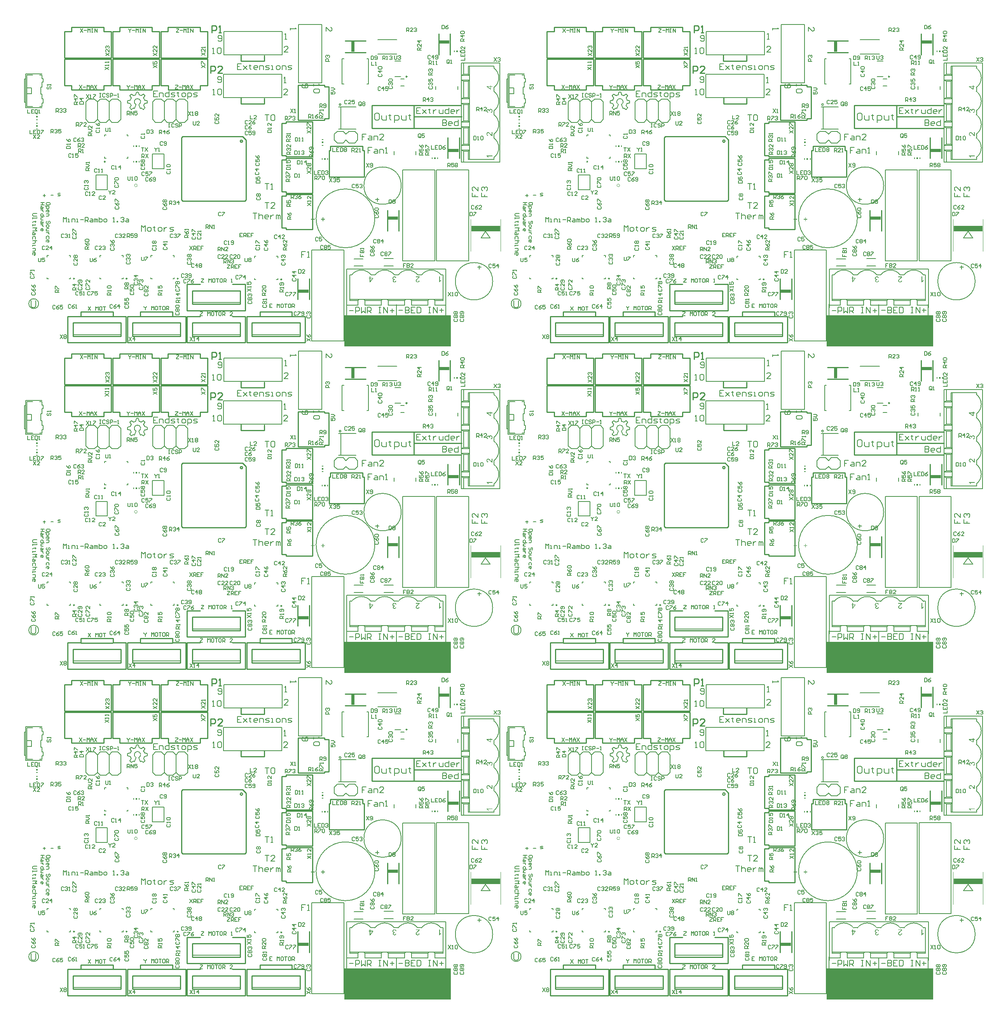
<source format=gto>
G04 Layer_Color=65535*
%FSLAX24Y24*%
%MOIN*%
G70*
G01*
G75*
%ADD10C,0.0070*%
%ADD12C,0.0100*%
%ADD53C,0.0080*%
%ADD114C,0.0098*%
%ADD115C,0.0050*%
%ADD116C,0.0000*%
%ADD117C,0.0060*%
%ADD118C,0.0079*%
%ADD119C,0.0040*%
%ADD120R,0.9183X0.2710*%
%ADD121R,0.0120X0.0059*%
%ADD122R,0.0120X0.0060*%
%ADD123R,0.0120X0.0119*%
%ADD124R,0.0059X0.0120*%
%ADD125R,0.0060X0.0120*%
%ADD126R,0.0119X0.0120*%
%ADD127R,0.2450X0.0492*%
%ADD128R,0.0879X0.0295*%
%ADD129R,0.0295X0.0879*%
G36*
X51910Y34245D02*
X52028D01*
Y34184D01*
X51910D01*
Y33969D01*
X51854D01*
X51533Y34195D01*
Y34245D01*
X51854D01*
Y34312D01*
X51910D01*
Y34245D01*
D02*
G37*
G36*
X47518Y17538D02*
X47518Y17539D01*
X47521Y17542D01*
X47527Y17546D01*
X47534Y17551D01*
X47542Y17558D01*
X47552Y17565D01*
X47563Y17573D01*
X47576Y17581D01*
X47577D01*
X47577Y17581D01*
X47582Y17584D01*
X47589Y17588D01*
X47597Y17593D01*
X47607Y17598D01*
X47617Y17602D01*
X47629Y17608D01*
X47639Y17612D01*
Y17553D01*
X47639D01*
X47637Y17552D01*
X47634Y17550D01*
X47631Y17548D01*
X47627Y17546D01*
X47621Y17543D01*
X47609Y17537D01*
X47596Y17528D01*
X47580Y17519D01*
X47565Y17507D01*
X47551Y17495D01*
X47550Y17494D01*
X47549Y17494D01*
X47545Y17489D01*
X47538Y17482D01*
X47530Y17474D01*
X47521Y17463D01*
X47512Y17452D01*
X47503Y17440D01*
X47496Y17428D01*
X47456D01*
Y17927D01*
X47518D01*
Y17538D01*
D02*
G37*
G36*
X45789Y17926D02*
Y17923D01*
Y17918D01*
X45788Y17913D01*
X45787Y17907D01*
X45786Y17900D01*
X45784Y17893D01*
X45782Y17885D01*
Y17884D01*
X45781Y17884D01*
X45780Y17879D01*
X45777Y17873D01*
X45772Y17864D01*
X45767Y17854D01*
X45759Y17843D01*
X45752Y17832D01*
X45742Y17819D01*
Y17819D01*
X45740Y17818D01*
X45736Y17813D01*
X45730Y17807D01*
X45721Y17797D01*
X45710Y17787D01*
X45696Y17774D01*
X45680Y17760D01*
X45662Y17744D01*
X45661Y17743D01*
X45658Y17741D01*
X45654Y17738D01*
X45649Y17732D01*
X45642Y17727D01*
X45634Y17720D01*
X45618Y17706D01*
X45600Y17689D01*
X45581Y17671D01*
X45572Y17663D01*
X45565Y17655D01*
X45558Y17646D01*
X45552Y17639D01*
Y17638D01*
X45550Y17637D01*
X45549Y17635D01*
X45547Y17632D01*
X45543Y17624D01*
X45538Y17615D01*
X45532Y17603D01*
X45528Y17591D01*
X45525Y17578D01*
X45523Y17565D01*
Y17564D01*
Y17563D01*
X45524Y17559D01*
X45525Y17552D01*
X45526Y17543D01*
X45530Y17534D01*
X45535Y17524D01*
X45541Y17513D01*
X45550Y17503D01*
X45551Y17503D01*
X45554Y17500D01*
X45560Y17496D01*
X45568Y17491D01*
X45578Y17486D01*
X45589Y17482D01*
X45603Y17479D01*
X45618Y17478D01*
X45622D01*
X45625Y17479D01*
X45633Y17480D01*
X45643Y17481D01*
X45654Y17485D01*
X45666Y17490D01*
X45677Y17497D01*
X45688Y17506D01*
X45689Y17507D01*
X45692Y17510D01*
X45696Y17516D01*
X45701Y17525D01*
X45706Y17535D01*
X45710Y17547D01*
X45713Y17562D01*
X45715Y17578D01*
X45777Y17571D01*
Y17571D01*
Y17568D01*
X45777Y17565D01*
X45776Y17560D01*
X45774Y17554D01*
X45773Y17547D01*
X45769Y17532D01*
X45763Y17515D01*
X45755Y17497D01*
X45743Y17480D01*
X45737Y17472D01*
X45730Y17465D01*
X45729Y17464D01*
X45727Y17463D01*
X45725Y17461D01*
X45722Y17459D01*
X45718Y17457D01*
X45712Y17453D01*
X45706Y17450D01*
X45699Y17446D01*
X45692Y17443D01*
X45684Y17439D01*
X45674Y17436D01*
X45664Y17434D01*
X45641Y17429D01*
X45629Y17429D01*
X45616Y17428D01*
X45609D01*
X45604Y17429D01*
X45598Y17429D01*
X45591Y17430D01*
X45584Y17431D01*
X45575Y17433D01*
X45557Y17438D01*
X45538Y17444D01*
X45529Y17449D01*
X45519Y17454D01*
X45511Y17461D01*
X45503Y17468D01*
X45502Y17469D01*
X45501Y17469D01*
X45499Y17472D01*
X45496Y17475D01*
X45493Y17479D01*
X45489Y17484D01*
X45482Y17495D01*
X45474Y17509D01*
X45467Y17526D01*
X45462Y17545D01*
X45461Y17556D01*
X45461Y17566D01*
Y17568D01*
Y17571D01*
X45461Y17578D01*
X45462Y17585D01*
X45464Y17594D01*
X45466Y17604D01*
X45469Y17615D01*
X45473Y17625D01*
X45474Y17627D01*
X45476Y17630D01*
X45479Y17636D01*
X45483Y17643D01*
X45488Y17652D01*
X45495Y17663D01*
X45504Y17674D01*
X45514Y17686D01*
X45516Y17687D01*
X45519Y17692D01*
X45526Y17698D01*
X45531Y17703D01*
X45536Y17708D01*
X45542Y17714D01*
X45550Y17721D01*
X45557Y17728D01*
X45566Y17736D01*
X45575Y17745D01*
X45585Y17754D01*
X45596Y17763D01*
X45608Y17773D01*
X45609Y17774D01*
X45610Y17776D01*
X45613Y17778D01*
X45617Y17781D01*
X45626Y17788D01*
X45637Y17798D01*
X45649Y17809D01*
X45661Y17819D01*
X45671Y17828D01*
X45674Y17832D01*
X45678Y17836D01*
X45679Y17837D01*
X45681Y17839D01*
X45684Y17842D01*
X45687Y17847D01*
X45696Y17856D01*
X45704Y17869D01*
X45460D01*
Y17927D01*
X45789D01*
Y17926D01*
D02*
G37*
G36*
X43643Y17934D02*
X43649Y17934D01*
X43655Y17933D01*
X43662Y17932D01*
X43670Y17931D01*
X43687Y17926D01*
X43705Y17918D01*
X43715Y17915D01*
X43723Y17909D01*
X43732Y17903D01*
X43740Y17897D01*
X43741Y17896D01*
X43742Y17895D01*
X43744Y17893D01*
X43747Y17890D01*
X43750Y17885D01*
X43754Y17881D01*
X43758Y17875D01*
X43762Y17869D01*
X43771Y17854D01*
X43779Y17837D01*
X43786Y17817D01*
X43788Y17807D01*
X43789Y17795D01*
X43728Y17787D01*
Y17788D01*
X43727Y17789D01*
Y17792D01*
X43726Y17795D01*
X43724Y17804D01*
X43720Y17816D01*
X43715Y17828D01*
X43709Y17841D01*
X43702Y17852D01*
X43693Y17862D01*
X43692Y17863D01*
X43689Y17866D01*
X43684Y17869D01*
X43676Y17873D01*
X43668Y17877D01*
X43657Y17881D01*
X43645Y17884D01*
X43632Y17884D01*
X43628D01*
X43625Y17884D01*
X43617Y17883D01*
X43607Y17881D01*
X43595Y17877D01*
X43583Y17872D01*
X43571Y17865D01*
X43560Y17855D01*
X43558Y17853D01*
X43555Y17850D01*
X43550Y17844D01*
X43544Y17835D01*
X43539Y17824D01*
X43535Y17811D01*
X43532Y17797D01*
X43530Y17781D01*
Y17780D01*
Y17779D01*
Y17777D01*
X43531Y17774D01*
X43532Y17766D01*
X43534Y17757D01*
X43537Y17746D01*
X43542Y17734D01*
X43549Y17723D01*
X43558Y17712D01*
X43560Y17711D01*
X43563Y17708D01*
X43569Y17704D01*
X43577Y17698D01*
X43587Y17693D01*
X43599Y17689D01*
X43612Y17686D01*
X43627Y17685D01*
X43634D01*
X43639Y17686D01*
X43645Y17686D01*
X43653Y17687D01*
X43661Y17689D01*
X43670Y17691D01*
X43663Y17637D01*
X43659D01*
X43656Y17638D01*
X43646D01*
X43640Y17637D01*
X43630Y17636D01*
X43619Y17633D01*
X43608Y17630D01*
X43596Y17625D01*
X43584Y17618D01*
X43582Y17618D01*
X43578Y17615D01*
X43574Y17609D01*
X43568Y17602D01*
X43562Y17594D01*
X43557Y17584D01*
X43554Y17571D01*
X43552Y17556D01*
Y17555D01*
Y17554D01*
Y17550D01*
X43554Y17544D01*
X43555Y17536D01*
X43557Y17528D01*
X43562Y17519D01*
X43567Y17509D01*
X43575Y17500D01*
X43575Y17500D01*
X43578Y17497D01*
X43584Y17493D01*
X43591Y17489D01*
X43599Y17485D01*
X43609Y17481D01*
X43620Y17478D01*
X43633Y17478D01*
X43639D01*
X43646Y17479D01*
X43653Y17481D01*
X43663Y17483D01*
X43673Y17488D01*
X43683Y17493D01*
X43693Y17500D01*
X43693Y17501D01*
X43696Y17504D01*
X43700Y17509D01*
X43705Y17517D01*
X43710Y17526D01*
X43715Y17537D01*
X43719Y17551D01*
X43722Y17567D01*
X43783Y17556D01*
Y17556D01*
X43783Y17553D01*
X43782Y17550D01*
X43781Y17546D01*
X43780Y17541D01*
X43778Y17535D01*
X43773Y17522D01*
X43767Y17506D01*
X43758Y17491D01*
X43747Y17475D01*
X43733Y17462D01*
X43733Y17461D01*
X43732Y17460D01*
X43730Y17459D01*
X43726Y17457D01*
X43722Y17454D01*
X43718Y17451D01*
X43706Y17444D01*
X43692Y17438D01*
X43674Y17433D01*
X43656Y17429D01*
X43645Y17428D01*
X43628D01*
X43620Y17429D01*
X43610Y17430D01*
X43599Y17432D01*
X43586Y17435D01*
X43573Y17440D01*
X43560Y17446D01*
X43560D01*
X43559Y17447D01*
X43554Y17449D01*
X43548Y17453D01*
X43541Y17458D01*
X43532Y17465D01*
X43523Y17473D01*
X43515Y17483D01*
X43507Y17494D01*
X43507Y17495D01*
X43504Y17499D01*
X43501Y17505D01*
X43498Y17512D01*
X43495Y17522D01*
X43492Y17533D01*
X43490Y17544D01*
X43489Y17557D01*
Y17559D01*
Y17562D01*
X43490Y17568D01*
X43492Y17576D01*
X43494Y17585D01*
X43497Y17595D01*
X43501Y17605D01*
X43507Y17615D01*
X43507Y17617D01*
X43510Y17620D01*
X43514Y17624D01*
X43519Y17630D01*
X43527Y17637D01*
X43535Y17644D01*
X43546Y17652D01*
X43558Y17658D01*
X43557D01*
X43556Y17658D01*
X43554D01*
X43550Y17660D01*
X43543Y17662D01*
X43533Y17667D01*
X43523Y17672D01*
X43511Y17680D01*
X43500Y17689D01*
X43490Y17700D01*
X43489Y17701D01*
X43486Y17706D01*
X43482Y17713D01*
X43477Y17722D01*
X43473Y17733D01*
X43469Y17747D01*
X43466Y17763D01*
X43465Y17780D01*
Y17781D01*
Y17783D01*
Y17786D01*
X43466Y17791D01*
X43467Y17797D01*
X43467Y17803D01*
X43469Y17810D01*
X43471Y17818D01*
X43476Y17835D01*
X43480Y17845D01*
X43485Y17854D01*
X43491Y17863D01*
X43497Y17872D01*
X43504Y17881D01*
X43513Y17890D01*
X43513Y17891D01*
X43515Y17893D01*
X43517Y17894D01*
X43521Y17897D01*
X43526Y17901D01*
X43532Y17905D01*
X43538Y17909D01*
X43545Y17912D01*
X43554Y17917D01*
X43563Y17921D01*
X43572Y17924D01*
X43583Y17928D01*
X43594Y17931D01*
X43606Y17933D01*
X43619Y17934D01*
X43632Y17935D01*
X43638D01*
X43643Y17934D01*
D02*
G37*
G36*
X41574Y17808D02*
X41789D01*
Y17752D01*
X41563Y17431D01*
X41513D01*
Y17752D01*
X41445D01*
Y17808D01*
X41513D01*
Y17927D01*
X41574D01*
Y17808D01*
D02*
G37*
G36*
X36669Y22871D02*
X36804D01*
Y22815D01*
X36669D01*
Y22679D01*
X36612D01*
Y22815D01*
X36476D01*
Y22871D01*
X36612D01*
Y23007D01*
X36669D01*
Y22871D01*
D02*
G37*
G36*
X37535D02*
X37671D01*
Y22815D01*
X37535D01*
Y22679D01*
X37478D01*
Y22815D01*
X37343D01*
Y22871D01*
X37478D01*
Y23007D01*
X37535D01*
Y22871D01*
D02*
G37*
G36*
X52028Y28240D02*
X51640D01*
X51641Y28239D01*
X51644Y28236D01*
X51647Y28231D01*
X51653Y28224D01*
X51660Y28216D01*
X51666Y28206D01*
X51675Y28195D01*
X51682Y28182D01*
Y28181D01*
X51683Y28180D01*
X51686Y28176D01*
X51690Y28169D01*
X51694Y28161D01*
X51700Y28151D01*
X51704Y28140D01*
X51709Y28129D01*
X51714Y28119D01*
X51654D01*
Y28119D01*
X51654Y28121D01*
X51652Y28124D01*
X51650Y28127D01*
X51647Y28131D01*
X51645Y28137D01*
X51638Y28149D01*
X51630Y28162D01*
X51620Y28177D01*
X51609Y28193D01*
X51597Y28207D01*
X51596Y28208D01*
X51595Y28208D01*
X51591Y28213D01*
X51584Y28220D01*
X51576Y28228D01*
X51565Y28237D01*
X51554Y28246D01*
X51542Y28255D01*
X51530Y28261D01*
Y28301D01*
X52028D01*
Y28240D01*
D02*
G37*
G36*
X51892Y32292D02*
X51898Y32291D01*
X51905Y32291D01*
X51912Y32289D01*
X51920Y32287D01*
X51937Y32281D01*
X51947Y32278D01*
X51956Y32272D01*
X51965Y32267D01*
X51974Y32261D01*
X51983Y32254D01*
X51992Y32245D01*
X51993Y32244D01*
X51994Y32243D01*
X51996Y32241D01*
X51999Y32237D01*
X52003Y32232D01*
X52007Y32226D01*
X52010Y32220D01*
X52014Y32213D01*
X52019Y32204D01*
X52022Y32195D01*
X52026Y32185D01*
X52030Y32175D01*
X52033Y32164D01*
X52035Y32151D01*
X52036Y32139D01*
X52037Y32126D01*
Y32125D01*
Y32123D01*
Y32120D01*
X52036Y32115D01*
X52035Y32109D01*
X52035Y32103D01*
X52034Y32096D01*
X52032Y32088D01*
X52028Y32071D01*
X52020Y32052D01*
X52016Y32043D01*
X52011Y32035D01*
X52005Y32026D01*
X51998Y32018D01*
X51998Y32017D01*
X51997Y32016D01*
X51994Y32014D01*
X51991Y32011D01*
X51987Y32008D01*
X51982Y32004D01*
X51977Y31999D01*
X51971Y31996D01*
X51956Y31987D01*
X51939Y31979D01*
X51919Y31972D01*
X51908Y31970D01*
X51897Y31969D01*
X51889Y32030D01*
X51889D01*
X51891Y32030D01*
X51894D01*
X51897Y32032D01*
X51906Y32034D01*
X51917Y32038D01*
X51929Y32043D01*
X51942Y32049D01*
X51954Y32056D01*
X51963Y32065D01*
X51964Y32066D01*
X51967Y32069D01*
X51970Y32074D01*
X51975Y32082D01*
X51979Y32090D01*
X51982Y32101D01*
X51985Y32113D01*
X51986Y32126D01*
Y32127D01*
Y32128D01*
Y32130D01*
X51985Y32133D01*
X51985Y32141D01*
X51982Y32151D01*
X51979Y32163D01*
X51974Y32175D01*
X51967Y32187D01*
X51957Y32198D01*
X51955Y32200D01*
X51951Y32203D01*
X51945Y32207D01*
X51936Y32213D01*
X51926Y32219D01*
X51913Y32223D01*
X51898Y32226D01*
X51883Y32228D01*
X51879D01*
X51876Y32227D01*
X51868Y32226D01*
X51858Y32224D01*
X51848Y32221D01*
X51836Y32216D01*
X51824Y32209D01*
X51814Y32200D01*
X51812Y32198D01*
X51809Y32195D01*
X51805Y32189D01*
X51800Y32181D01*
X51795Y32171D01*
X51791Y32159D01*
X51788Y32146D01*
X51787Y32131D01*
Y32130D01*
Y32128D01*
Y32124D01*
X51787Y32119D01*
X51788Y32113D01*
X51789Y32105D01*
X51790Y32097D01*
X51793Y32088D01*
X51739Y32095D01*
Y32096D01*
Y32099D01*
X51740Y32102D01*
Y32105D01*
Y32105D01*
Y32106D01*
Y32108D01*
Y32111D01*
X51739Y32118D01*
X51737Y32128D01*
X51735Y32139D01*
X51731Y32150D01*
X51727Y32162D01*
X51720Y32174D01*
X51719Y32176D01*
X51716Y32179D01*
X51711Y32184D01*
X51704Y32190D01*
X51696Y32196D01*
X51685Y32201D01*
X51672Y32204D01*
X51657Y32206D01*
X51652D01*
X51646Y32204D01*
X51638Y32203D01*
X51629Y32201D01*
X51620Y32196D01*
X51610Y32191D01*
X51602Y32183D01*
X51601Y32182D01*
X51598Y32179D01*
X51595Y32174D01*
X51591Y32167D01*
X51586Y32159D01*
X51583Y32149D01*
X51580Y32138D01*
X51579Y32125D01*
Y32124D01*
Y32123D01*
Y32119D01*
X51581Y32112D01*
X51582Y32105D01*
X51585Y32095D01*
X51589Y32085D01*
X51595Y32075D01*
X51602Y32065D01*
X51603Y32065D01*
X51606Y32061D01*
X51611Y32058D01*
X51619Y32053D01*
X51628Y32048D01*
X51639Y32043D01*
X51653Y32039D01*
X51669Y32036D01*
X51658Y31975D01*
X51657D01*
X51655Y31975D01*
X51652Y31976D01*
X51648Y31977D01*
X51643Y31978D01*
X51637Y31980D01*
X51623Y31985D01*
X51608Y31991D01*
X51592Y32000D01*
X51577Y32011D01*
X51564Y32024D01*
X51563Y32025D01*
X51562Y32026D01*
X51561Y32028D01*
X51558Y32032D01*
X51556Y32036D01*
X51553Y32040D01*
X51546Y32052D01*
X51540Y32066D01*
X51535Y32083D01*
X51531Y32102D01*
X51530Y32113D01*
Y32123D01*
Y32124D01*
Y32125D01*
Y32127D01*
Y32130D01*
X51530Y32138D01*
X51532Y32148D01*
X51534Y32159D01*
X51537Y32172D01*
X51542Y32185D01*
X51548Y32198D01*
Y32198D01*
X51548Y32199D01*
X51551Y32204D01*
X51554Y32210D01*
X51560Y32217D01*
X51567Y32226D01*
X51575Y32235D01*
X51585Y32243D01*
X51595Y32250D01*
X51597Y32251D01*
X51601Y32254D01*
X51607Y32257D01*
X51614Y32260D01*
X51624Y32263D01*
X51635Y32266D01*
X51646Y32268D01*
X51659Y32269D01*
X51664D01*
X51670Y32268D01*
X51678Y32266D01*
X51687Y32264D01*
X51697Y32261D01*
X51707Y32257D01*
X51717Y32251D01*
X51719Y32250D01*
X51722Y32248D01*
X51726Y32244D01*
X51732Y32238D01*
X51739Y32231D01*
X51746Y32223D01*
X51753Y32212D01*
X51759Y32200D01*
Y32201D01*
X51760Y32202D01*
Y32204D01*
X51762Y32207D01*
X51764Y32215D01*
X51768Y32225D01*
X51774Y32235D01*
X51781Y32247D01*
X51790Y32258D01*
X51802Y32268D01*
X51803Y32269D01*
X51808Y32272D01*
X51815Y32275D01*
X51824Y32281D01*
X51835Y32285D01*
X51849Y32289D01*
X51864Y32292D01*
X51882Y32293D01*
X51888D01*
X51892Y32292D01*
D02*
G37*
G36*
X52028Y29969D02*
X52020D01*
X52015Y29970D01*
X52009Y29971D01*
X52002Y29972D01*
X51994Y29974D01*
X51987Y29976D01*
X51986D01*
X51985Y29977D01*
X51981Y29978D01*
X51975Y29981D01*
X51966Y29986D01*
X51956Y29991D01*
X51945Y29999D01*
X51933Y30006D01*
X51921Y30016D01*
X51920D01*
X51920Y30018D01*
X51915Y30021D01*
X51908Y30027D01*
X51899Y30037D01*
X51889Y30048D01*
X51876Y30061D01*
X51861Y30078D01*
X51846Y30096D01*
X51845Y30097D01*
X51843Y30100D01*
X51839Y30104D01*
X51834Y30109D01*
X51829Y30116D01*
X51822Y30123D01*
X51808Y30140D01*
X51790Y30158D01*
X51773Y30176D01*
X51765Y30185D01*
X51756Y30193D01*
X51748Y30200D01*
X51740Y30206D01*
X51740D01*
X51739Y30207D01*
X51737Y30209D01*
X51734Y30210D01*
X51726Y30215D01*
X51716Y30220D01*
X51705Y30226D01*
X51693Y30230D01*
X51679Y30233D01*
X51666Y30235D01*
X51665D01*
X51660Y30234D01*
X51654Y30233D01*
X51645Y30232D01*
X51635Y30228D01*
X51626Y30223D01*
X51615Y30217D01*
X51605Y30208D01*
X51604Y30207D01*
X51601Y30204D01*
X51598Y30198D01*
X51592Y30190D01*
X51588Y30180D01*
X51584Y30169D01*
X51581Y30155D01*
X51580Y30140D01*
Y30139D01*
Y30138D01*
Y30136D01*
X51581Y30133D01*
X51582Y30125D01*
X51583Y30115D01*
X51587Y30104D01*
X51592Y30092D01*
X51598Y30080D01*
X51607Y30070D01*
X51609Y30069D01*
X51612Y30066D01*
X51618Y30061D01*
X51626Y30057D01*
X51637Y30052D01*
X51649Y30048D01*
X51663Y30045D01*
X51680Y30043D01*
X51673Y29981D01*
X51670D01*
X51666Y29981D01*
X51662Y29982D01*
X51656Y29984D01*
X51649Y29984D01*
X51634Y29989D01*
X51616Y29995D01*
X51599Y30003D01*
X51582Y30015D01*
X51574Y30021D01*
X51567Y30028D01*
X51566Y30029D01*
X51565Y30031D01*
X51563Y30033D01*
X51561Y30036D01*
X51558Y30040D01*
X51554Y30046D01*
X51551Y30052D01*
X51548Y30058D01*
X51545Y30066D01*
X51541Y30074D01*
X51538Y30084D01*
X51536Y30094D01*
X51531Y30117D01*
X51530Y30129D01*
X51530Y30142D01*
Y30142D01*
Y30145D01*
Y30148D01*
X51530Y30154D01*
X51531Y30160D01*
X51532Y30167D01*
X51533Y30174D01*
X51535Y30182D01*
X51539Y30201D01*
X51546Y30220D01*
X51551Y30229D01*
X51556Y30238D01*
X51563Y30247D01*
X51570Y30255D01*
X51570Y30256D01*
X51571Y30257D01*
X51573Y30259D01*
X51576Y30262D01*
X51581Y30265D01*
X51585Y30269D01*
X51597Y30276D01*
X51611Y30284D01*
X51628Y30291D01*
X51647Y30296D01*
X51657Y30297D01*
X51668Y30297D01*
X51673D01*
X51679Y30297D01*
X51687Y30296D01*
X51696Y30294D01*
X51706Y30292D01*
X51716Y30289D01*
X51727Y30285D01*
X51728Y30284D01*
X51732Y30282D01*
X51737Y30279D01*
X51745Y30275D01*
X51754Y30269D01*
X51765Y30263D01*
X51775Y30254D01*
X51787Y30244D01*
X51789Y30242D01*
X51793Y30238D01*
X51800Y30232D01*
X51805Y30227D01*
X51810Y30222D01*
X51816Y30216D01*
X51823Y30208D01*
X51830Y30201D01*
X51838Y30192D01*
X51846Y30183D01*
X51855Y30173D01*
X51864Y30162D01*
X51875Y30150D01*
X51876Y30149D01*
X51877Y30148D01*
X51880Y30145D01*
X51883Y30141D01*
X51890Y30132D01*
X51900Y30120D01*
X51911Y30109D01*
X51921Y30097D01*
X51930Y30087D01*
X51934Y30083D01*
X51938Y30080D01*
X51939Y30079D01*
X51941Y30077D01*
X51944Y30074D01*
X51948Y30071D01*
X51958Y30062D01*
X51970Y30054D01*
Y30298D01*
X52028D01*
Y29969D01*
D02*
G37*
%LPC*%
G36*
X51854Y34184D02*
X51632D01*
X51854Y34028D01*
Y34184D01*
D02*
G37*
G36*
X41730Y17752D02*
X41574D01*
Y17530D01*
X41730Y17752D01*
D02*
G37*
%LPD*%
G36*
X93288Y34245D02*
X93406D01*
Y34184D01*
X93288D01*
Y33969D01*
X93232D01*
X92911Y34195D01*
Y34245D01*
X93232D01*
Y34312D01*
X93288D01*
Y34245D01*
D02*
G37*
G36*
X88896Y17538D02*
X88896Y17539D01*
X88899Y17542D01*
X88905Y17546D01*
X88911Y17551D01*
X88920Y17558D01*
X88930Y17565D01*
X88941Y17573D01*
X88954Y17581D01*
X88955D01*
X88955Y17581D01*
X88960Y17584D01*
X88967Y17588D01*
X88975Y17593D01*
X88985Y17598D01*
X88995Y17602D01*
X89007Y17608D01*
X89017Y17612D01*
Y17553D01*
X89017D01*
X89015Y17552D01*
X89012Y17550D01*
X89009Y17548D01*
X89004Y17546D01*
X88999Y17543D01*
X88987Y17537D01*
X88973Y17528D01*
X88958Y17519D01*
X88943Y17507D01*
X88929Y17495D01*
X88928Y17494D01*
X88927Y17494D01*
X88923Y17489D01*
X88916Y17482D01*
X88908Y17474D01*
X88899Y17463D01*
X88890Y17452D01*
X88881Y17440D01*
X88874Y17428D01*
X88834D01*
Y17927D01*
X88896D01*
Y17538D01*
D02*
G37*
G36*
X87167Y17926D02*
Y17923D01*
Y17918D01*
X87166Y17913D01*
X87165Y17907D01*
X87164Y17900D01*
X87162Y17893D01*
X87160Y17885D01*
Y17884D01*
X87159Y17884D01*
X87157Y17879D01*
X87154Y17873D01*
X87150Y17864D01*
X87145Y17854D01*
X87137Y17843D01*
X87130Y17832D01*
X87120Y17819D01*
Y17819D01*
X87118Y17818D01*
X87114Y17813D01*
X87108Y17807D01*
X87099Y17797D01*
X87088Y17787D01*
X87074Y17774D01*
X87058Y17760D01*
X87040Y17744D01*
X87039Y17743D01*
X87036Y17741D01*
X87032Y17738D01*
X87027Y17732D01*
X87020Y17727D01*
X87012Y17720D01*
X86996Y17706D01*
X86978Y17689D01*
X86959Y17671D01*
X86950Y17663D01*
X86943Y17655D01*
X86936Y17646D01*
X86930Y17639D01*
Y17638D01*
X86928Y17637D01*
X86927Y17635D01*
X86925Y17632D01*
X86921Y17624D01*
X86916Y17615D01*
X86910Y17603D01*
X86906Y17591D01*
X86903Y17578D01*
X86901Y17565D01*
Y17564D01*
Y17563D01*
X86902Y17559D01*
X86903Y17552D01*
X86904Y17543D01*
X86908Y17534D01*
X86913Y17524D01*
X86919Y17513D01*
X86928Y17503D01*
X86929Y17503D01*
X86932Y17500D01*
X86938Y17496D01*
X86946Y17491D01*
X86956Y17486D01*
X86967Y17482D01*
X86981Y17479D01*
X86996Y17478D01*
X87000D01*
X87003Y17479D01*
X87011Y17480D01*
X87021Y17481D01*
X87032Y17485D01*
X87044Y17490D01*
X87055Y17497D01*
X87066Y17506D01*
X87067Y17507D01*
X87070Y17510D01*
X87074Y17516D01*
X87079Y17525D01*
X87084Y17535D01*
X87088Y17547D01*
X87091Y17562D01*
X87092Y17578D01*
X87155Y17571D01*
Y17571D01*
Y17568D01*
X87154Y17565D01*
X87154Y17560D01*
X87152Y17554D01*
X87151Y17547D01*
X87147Y17532D01*
X87141Y17515D01*
X87133Y17497D01*
X87121Y17480D01*
X87115Y17472D01*
X87108Y17465D01*
X87107Y17464D01*
X87105Y17463D01*
X87103Y17461D01*
X87100Y17459D01*
X87095Y17457D01*
X87090Y17453D01*
X87084Y17450D01*
X87077Y17446D01*
X87070Y17443D01*
X87061Y17439D01*
X87052Y17436D01*
X87042Y17434D01*
X87019Y17429D01*
X87007Y17429D01*
X86994Y17428D01*
X86987D01*
X86982Y17429D01*
X86976Y17429D01*
X86969Y17430D01*
X86962Y17431D01*
X86953Y17433D01*
X86935Y17438D01*
X86916Y17444D01*
X86906Y17449D01*
X86897Y17454D01*
X86889Y17461D01*
X86881Y17468D01*
X86880Y17469D01*
X86879Y17469D01*
X86877Y17472D01*
X86874Y17475D01*
X86871Y17479D01*
X86867Y17484D01*
X86860Y17495D01*
X86852Y17509D01*
X86845Y17526D01*
X86840Y17545D01*
X86839Y17556D01*
X86838Y17566D01*
Y17568D01*
Y17571D01*
X86839Y17578D01*
X86840Y17585D01*
X86841Y17594D01*
X86844Y17604D01*
X86847Y17615D01*
X86851Y17625D01*
X86852Y17627D01*
X86854Y17630D01*
X86857Y17636D01*
X86861Y17643D01*
X86866Y17652D01*
X86873Y17663D01*
X86882Y17674D01*
X86892Y17686D01*
X86894Y17687D01*
X86897Y17692D01*
X86904Y17698D01*
X86909Y17703D01*
X86914Y17708D01*
X86920Y17714D01*
X86928Y17721D01*
X86935Y17728D01*
X86944Y17736D01*
X86953Y17745D01*
X86963Y17754D01*
X86974Y17763D01*
X86986Y17773D01*
X86987Y17774D01*
X86988Y17776D01*
X86991Y17778D01*
X86995Y17781D01*
X87004Y17788D01*
X87015Y17798D01*
X87027Y17809D01*
X87039Y17819D01*
X87049Y17828D01*
X87052Y17832D01*
X87056Y17836D01*
X87057Y17837D01*
X87058Y17839D01*
X87061Y17842D01*
X87065Y17847D01*
X87074Y17856D01*
X87082Y17869D01*
X86838D01*
Y17927D01*
X87167D01*
Y17926D01*
D02*
G37*
G36*
X85021Y17934D02*
X85027Y17934D01*
X85033Y17933D01*
X85040Y17932D01*
X85048Y17931D01*
X85065Y17926D01*
X85083Y17918D01*
X85092Y17915D01*
X85101Y17909D01*
X85110Y17903D01*
X85118Y17897D01*
X85119Y17896D01*
X85120Y17895D01*
X85122Y17893D01*
X85125Y17890D01*
X85128Y17885D01*
X85132Y17881D01*
X85136Y17875D01*
X85140Y17869D01*
X85149Y17854D01*
X85157Y17837D01*
X85164Y17817D01*
X85166Y17807D01*
X85167Y17795D01*
X85106Y17787D01*
Y17788D01*
X85105Y17789D01*
Y17792D01*
X85104Y17795D01*
X85102Y17804D01*
X85098Y17816D01*
X85093Y17828D01*
X85087Y17841D01*
X85080Y17852D01*
X85071Y17862D01*
X85070Y17863D01*
X85067Y17866D01*
X85061Y17869D01*
X85054Y17873D01*
X85046Y17877D01*
X85035Y17881D01*
X85023Y17884D01*
X85010Y17884D01*
X85006D01*
X85003Y17884D01*
X84995Y17883D01*
X84985Y17881D01*
X84973Y17877D01*
X84961Y17872D01*
X84949Y17865D01*
X84937Y17855D01*
X84936Y17853D01*
X84933Y17850D01*
X84928Y17844D01*
X84922Y17835D01*
X84917Y17824D01*
X84913Y17811D01*
X84910Y17797D01*
X84908Y17781D01*
Y17780D01*
Y17779D01*
Y17777D01*
X84909Y17774D01*
X84910Y17766D01*
X84912Y17757D01*
X84915Y17746D01*
X84920Y17734D01*
X84927Y17723D01*
X84936Y17712D01*
X84937Y17711D01*
X84941Y17708D01*
X84947Y17704D01*
X84955Y17698D01*
X84965Y17693D01*
X84977Y17689D01*
X84990Y17686D01*
X85005Y17685D01*
X85012D01*
X85017Y17686D01*
X85023Y17686D01*
X85030Y17687D01*
X85039Y17689D01*
X85048Y17691D01*
X85041Y17637D01*
X85037D01*
X85034Y17638D01*
X85024D01*
X85018Y17637D01*
X85008Y17636D01*
X84997Y17633D01*
X84986Y17630D01*
X84974Y17625D01*
X84962Y17618D01*
X84960Y17618D01*
X84956Y17615D01*
X84952Y17609D01*
X84946Y17602D01*
X84940Y17594D01*
X84935Y17584D01*
X84931Y17571D01*
X84930Y17556D01*
Y17555D01*
Y17554D01*
Y17550D01*
X84931Y17544D01*
X84933Y17536D01*
X84935Y17528D01*
X84940Y17519D01*
X84945Y17509D01*
X84953Y17500D01*
X84953Y17500D01*
X84956Y17497D01*
X84962Y17493D01*
X84969Y17489D01*
X84977Y17485D01*
X84987Y17481D01*
X84998Y17478D01*
X85011Y17478D01*
X85017D01*
X85024Y17479D01*
X85031Y17481D01*
X85041Y17483D01*
X85051Y17488D01*
X85061Y17493D01*
X85071Y17500D01*
X85071Y17501D01*
X85074Y17504D01*
X85078Y17509D01*
X85083Y17517D01*
X85088Y17526D01*
X85092Y17537D01*
X85097Y17551D01*
X85100Y17567D01*
X85161Y17556D01*
Y17556D01*
X85161Y17553D01*
X85160Y17550D01*
X85159Y17546D01*
X85157Y17541D01*
X85156Y17535D01*
X85151Y17522D01*
X85145Y17506D01*
X85136Y17491D01*
X85125Y17475D01*
X85111Y17462D01*
X85111Y17461D01*
X85110Y17460D01*
X85108Y17459D01*
X85104Y17457D01*
X85100Y17454D01*
X85096Y17451D01*
X85084Y17444D01*
X85070Y17438D01*
X85052Y17433D01*
X85034Y17429D01*
X85023Y17428D01*
X85006D01*
X84998Y17429D01*
X84988Y17430D01*
X84977Y17432D01*
X84964Y17435D01*
X84951Y17440D01*
X84938Y17446D01*
X84937D01*
X84937Y17447D01*
X84932Y17449D01*
X84926Y17453D01*
X84919Y17458D01*
X84910Y17465D01*
X84901Y17473D01*
X84893Y17483D01*
X84885Y17494D01*
X84885Y17495D01*
X84882Y17499D01*
X84879Y17505D01*
X84876Y17512D01*
X84873Y17522D01*
X84870Y17533D01*
X84868Y17544D01*
X84867Y17557D01*
Y17559D01*
Y17562D01*
X84868Y17568D01*
X84869Y17576D01*
X84872Y17585D01*
X84875Y17595D01*
X84879Y17605D01*
X84885Y17615D01*
X84885Y17617D01*
X84888Y17620D01*
X84892Y17624D01*
X84897Y17630D01*
X84905Y17637D01*
X84913Y17644D01*
X84924Y17652D01*
X84936Y17658D01*
X84935D01*
X84934Y17658D01*
X84931D01*
X84928Y17660D01*
X84921Y17662D01*
X84911Y17667D01*
X84900Y17672D01*
X84889Y17680D01*
X84878Y17689D01*
X84868Y17700D01*
X84867Y17701D01*
X84864Y17706D01*
X84860Y17713D01*
X84855Y17722D01*
X84851Y17733D01*
X84847Y17747D01*
X84844Y17763D01*
X84843Y17780D01*
Y17781D01*
Y17783D01*
Y17786D01*
X84844Y17791D01*
X84845Y17797D01*
X84845Y17803D01*
X84847Y17810D01*
X84849Y17818D01*
X84854Y17835D01*
X84858Y17845D01*
X84863Y17854D01*
X84869Y17863D01*
X84875Y17872D01*
X84882Y17881D01*
X84891Y17890D01*
X84891Y17891D01*
X84893Y17893D01*
X84895Y17894D01*
X84899Y17897D01*
X84903Y17901D01*
X84910Y17905D01*
X84916Y17909D01*
X84923Y17912D01*
X84931Y17917D01*
X84941Y17921D01*
X84950Y17924D01*
X84961Y17928D01*
X84972Y17931D01*
X84984Y17933D01*
X84997Y17934D01*
X85010Y17935D01*
X85016D01*
X85021Y17934D01*
D02*
G37*
G36*
X82952Y17808D02*
X83167D01*
Y17752D01*
X82941Y17431D01*
X82891D01*
Y17752D01*
X82823D01*
Y17808D01*
X82891D01*
Y17927D01*
X82952D01*
Y17808D01*
D02*
G37*
G36*
X78047Y22871D02*
X78182D01*
Y22815D01*
X78047D01*
Y22679D01*
X77990D01*
Y22815D01*
X77854D01*
Y22871D01*
X77990D01*
Y23007D01*
X78047D01*
Y22871D01*
D02*
G37*
G36*
X78913D02*
X79049D01*
Y22815D01*
X78913D01*
Y22679D01*
X78856D01*
Y22815D01*
X78720D01*
Y22871D01*
X78856D01*
Y23007D01*
X78913D01*
Y22871D01*
D02*
G37*
G36*
X93406Y28240D02*
X93018D01*
X93019Y28239D01*
X93022Y28236D01*
X93025Y28231D01*
X93031Y28224D01*
X93038Y28216D01*
X93044Y28206D01*
X93053Y28195D01*
X93060Y28182D01*
Y28181D01*
X93061Y28180D01*
X93064Y28176D01*
X93068Y28169D01*
X93072Y28161D01*
X93078Y28151D01*
X93082Y28140D01*
X93087Y28129D01*
X93092Y28119D01*
X93032D01*
Y28119D01*
X93031Y28121D01*
X93030Y28124D01*
X93028Y28127D01*
X93025Y28131D01*
X93023Y28137D01*
X93016Y28149D01*
X93008Y28162D01*
X92998Y28177D01*
X92987Y28193D01*
X92975Y28207D01*
X92974Y28208D01*
X92973Y28208D01*
X92969Y28213D01*
X92962Y28220D01*
X92954Y28228D01*
X92943Y28237D01*
X92932Y28246D01*
X92920Y28255D01*
X92907Y28261D01*
Y28301D01*
X93406D01*
Y28240D01*
D02*
G37*
G36*
X93270Y32292D02*
X93276Y32291D01*
X93282Y32291D01*
X93290Y32289D01*
X93298Y32287D01*
X93315Y32281D01*
X93325Y32278D01*
X93334Y32272D01*
X93343Y32267D01*
X93352Y32261D01*
X93361Y32254D01*
X93370Y32245D01*
X93371Y32244D01*
X93372Y32243D01*
X93374Y32241D01*
X93377Y32237D01*
X93381Y32232D01*
X93385Y32226D01*
X93388Y32220D01*
X93392Y32213D01*
X93397Y32204D01*
X93400Y32195D01*
X93404Y32185D01*
X93408Y32175D01*
X93411Y32164D01*
X93413Y32151D01*
X93414Y32139D01*
X93415Y32126D01*
Y32125D01*
Y32123D01*
Y32120D01*
X93414Y32115D01*
X93413Y32109D01*
X93413Y32103D01*
X93412Y32096D01*
X93410Y32088D01*
X93406Y32071D01*
X93398Y32052D01*
X93394Y32043D01*
X93389Y32035D01*
X93383Y32026D01*
X93376Y32018D01*
X93375Y32017D01*
X93375Y32016D01*
X93372Y32014D01*
X93369Y32011D01*
X93365Y32008D01*
X93360Y32004D01*
X93355Y31999D01*
X93349Y31996D01*
X93334Y31987D01*
X93316Y31979D01*
X93297Y31972D01*
X93286Y31970D01*
X93275Y31969D01*
X93267Y32030D01*
X93267D01*
X93269Y32030D01*
X93272D01*
X93275Y32032D01*
X93284Y32034D01*
X93295Y32038D01*
X93307Y32043D01*
X93320Y32049D01*
X93332Y32056D01*
X93341Y32065D01*
X93342Y32066D01*
X93345Y32069D01*
X93348Y32074D01*
X93353Y32082D01*
X93357Y32090D01*
X93360Y32101D01*
X93363Y32113D01*
X93364Y32126D01*
Y32127D01*
Y32128D01*
Y32130D01*
X93363Y32133D01*
X93363Y32141D01*
X93360Y32151D01*
X93357Y32163D01*
X93352Y32175D01*
X93344Y32187D01*
X93335Y32198D01*
X93333Y32200D01*
X93329Y32203D01*
X93323Y32207D01*
X93314Y32213D01*
X93304Y32219D01*
X93291Y32223D01*
X93276Y32226D01*
X93261Y32228D01*
X93257D01*
X93254Y32227D01*
X93246Y32226D01*
X93236Y32224D01*
X93226Y32221D01*
X93214Y32216D01*
X93202Y32209D01*
X93192Y32200D01*
X93190Y32198D01*
X93187Y32195D01*
X93183Y32189D01*
X93178Y32181D01*
X93173Y32171D01*
X93169Y32159D01*
X93166Y32146D01*
X93165Y32131D01*
Y32130D01*
Y32128D01*
Y32124D01*
X93165Y32119D01*
X93166Y32113D01*
X93167Y32105D01*
X93168Y32097D01*
X93171Y32088D01*
X93117Y32095D01*
Y32096D01*
Y32099D01*
X93118Y32102D01*
Y32105D01*
Y32105D01*
Y32106D01*
Y32108D01*
Y32111D01*
X93117Y32118D01*
X93115Y32128D01*
X93113Y32139D01*
X93109Y32150D01*
X93105Y32162D01*
X93098Y32174D01*
X93097Y32176D01*
X93094Y32179D01*
X93089Y32184D01*
X93082Y32190D01*
X93074Y32196D01*
X93063Y32201D01*
X93050Y32204D01*
X93035Y32206D01*
X93030D01*
X93024Y32204D01*
X93016Y32203D01*
X93007Y32201D01*
X92998Y32196D01*
X92988Y32191D01*
X92980Y32183D01*
X92979Y32182D01*
X92976Y32179D01*
X92973Y32174D01*
X92969Y32167D01*
X92964Y32159D01*
X92961Y32149D01*
X92958Y32138D01*
X92957Y32125D01*
Y32124D01*
Y32123D01*
Y32119D01*
X92959Y32112D01*
X92960Y32105D01*
X92963Y32095D01*
X92967Y32085D01*
X92973Y32075D01*
X92980Y32065D01*
X92981Y32065D01*
X92984Y32061D01*
X92989Y32058D01*
X92997Y32053D01*
X93006Y32048D01*
X93017Y32043D01*
X93031Y32039D01*
X93047Y32036D01*
X93036Y31975D01*
X93035D01*
X93033Y31975D01*
X93030Y31976D01*
X93026Y31977D01*
X93021Y31978D01*
X93015Y31980D01*
X93001Y31985D01*
X92986Y31991D01*
X92970Y32000D01*
X92955Y32011D01*
X92942Y32024D01*
X92941Y32025D01*
X92940Y32026D01*
X92938Y32028D01*
X92936Y32032D01*
X92934Y32036D01*
X92931Y32040D01*
X92924Y32052D01*
X92918Y32066D01*
X92913Y32083D01*
X92909Y32102D01*
X92907Y32113D01*
Y32123D01*
Y32124D01*
Y32125D01*
Y32127D01*
Y32130D01*
X92908Y32138D01*
X92910Y32148D01*
X92912Y32159D01*
X92915Y32172D01*
X92920Y32185D01*
X92926Y32198D01*
Y32198D01*
X92926Y32199D01*
X92929Y32204D01*
X92932Y32210D01*
X92938Y32217D01*
X92945Y32226D01*
X92953Y32235D01*
X92963Y32243D01*
X92973Y32250D01*
X92975Y32251D01*
X92979Y32254D01*
X92985Y32257D01*
X92992Y32260D01*
X93002Y32263D01*
X93013Y32266D01*
X93024Y32268D01*
X93037Y32269D01*
X93042D01*
X93048Y32268D01*
X93056Y32266D01*
X93065Y32264D01*
X93075Y32261D01*
X93085Y32257D01*
X93095Y32251D01*
X93097Y32250D01*
X93100Y32248D01*
X93104Y32244D01*
X93110Y32238D01*
X93117Y32231D01*
X93124Y32223D01*
X93131Y32212D01*
X93137Y32200D01*
Y32201D01*
X93138Y32202D01*
Y32204D01*
X93140Y32207D01*
X93142Y32215D01*
X93146Y32225D01*
X93152Y32235D01*
X93159Y32247D01*
X93168Y32258D01*
X93180Y32268D01*
X93181Y32269D01*
X93186Y32272D01*
X93193Y32275D01*
X93202Y32281D01*
X93213Y32285D01*
X93227Y32289D01*
X93242Y32292D01*
X93260Y32293D01*
X93266D01*
X93270Y32292D01*
D02*
G37*
G36*
X93406Y29969D02*
X93398D01*
X93393Y29970D01*
X93387Y29971D01*
X93380Y29972D01*
X93372Y29974D01*
X93365Y29976D01*
X93364D01*
X93363Y29977D01*
X93359Y29978D01*
X93353Y29981D01*
X93344Y29986D01*
X93334Y29991D01*
X93323Y29999D01*
X93311Y30006D01*
X93299Y30016D01*
X93298D01*
X93298Y30018D01*
X93293Y30021D01*
X93286Y30027D01*
X93277Y30037D01*
X93267Y30048D01*
X93254Y30061D01*
X93239Y30078D01*
X93224Y30096D01*
X93223Y30097D01*
X93220Y30100D01*
X93217Y30104D01*
X93212Y30109D01*
X93207Y30116D01*
X93200Y30123D01*
X93186Y30140D01*
X93168Y30158D01*
X93151Y30176D01*
X93143Y30185D01*
X93134Y30193D01*
X93126Y30200D01*
X93118Y30206D01*
X93118D01*
X93117Y30207D01*
X93115Y30209D01*
X93112Y30210D01*
X93104Y30215D01*
X93094Y30220D01*
X93083Y30226D01*
X93071Y30230D01*
X93057Y30233D01*
X93044Y30235D01*
X93043D01*
X93038Y30234D01*
X93031Y30233D01*
X93023Y30232D01*
X93013Y30228D01*
X93004Y30223D01*
X92993Y30217D01*
X92983Y30208D01*
X92982Y30207D01*
X92979Y30204D01*
X92976Y30198D01*
X92970Y30190D01*
X92966Y30180D01*
X92962Y30169D01*
X92959Y30155D01*
X92958Y30140D01*
Y30139D01*
Y30138D01*
Y30136D01*
X92959Y30133D01*
X92960Y30125D01*
X92961Y30115D01*
X92965Y30104D01*
X92969Y30092D01*
X92976Y30080D01*
X92985Y30070D01*
X92987Y30069D01*
X92990Y30066D01*
X92996Y30061D01*
X93004Y30057D01*
X93015Y30052D01*
X93027Y30048D01*
X93041Y30045D01*
X93058Y30043D01*
X93051Y29981D01*
X93048D01*
X93044Y29981D01*
X93040Y29982D01*
X93034Y29984D01*
X93027Y29984D01*
X93012Y29989D01*
X92994Y29995D01*
X92977Y30003D01*
X92960Y30015D01*
X92952Y30021D01*
X92945Y30028D01*
X92944Y30029D01*
X92943Y30031D01*
X92941Y30033D01*
X92938Y30036D01*
X92936Y30040D01*
X92932Y30046D01*
X92929Y30052D01*
X92926Y30058D01*
X92923Y30066D01*
X92919Y30074D01*
X92916Y30084D01*
X92914Y30094D01*
X92909Y30117D01*
X92908Y30129D01*
X92907Y30142D01*
Y30142D01*
Y30145D01*
Y30148D01*
X92908Y30154D01*
X92909Y30160D01*
X92910Y30167D01*
X92911Y30174D01*
X92913Y30182D01*
X92917Y30201D01*
X92924Y30220D01*
X92929Y30229D01*
X92934Y30238D01*
X92941Y30247D01*
X92948Y30255D01*
X92948Y30256D01*
X92949Y30257D01*
X92951Y30259D01*
X92954Y30262D01*
X92959Y30265D01*
X92963Y30269D01*
X92975Y30276D01*
X92989Y30284D01*
X93006Y30291D01*
X93025Y30296D01*
X93035Y30297D01*
X93046Y30297D01*
X93051D01*
X93057Y30297D01*
X93065Y30296D01*
X93074Y30294D01*
X93084Y30292D01*
X93094Y30289D01*
X93105Y30285D01*
X93106Y30284D01*
X93110Y30282D01*
X93115Y30279D01*
X93123Y30275D01*
X93132Y30269D01*
X93143Y30263D01*
X93153Y30254D01*
X93165Y30244D01*
X93167Y30242D01*
X93171Y30238D01*
X93178Y30232D01*
X93183Y30227D01*
X93188Y30222D01*
X93194Y30216D01*
X93201Y30208D01*
X93208Y30201D01*
X93216Y30192D01*
X93224Y30183D01*
X93233Y30173D01*
X93242Y30162D01*
X93253Y30150D01*
X93254Y30149D01*
X93255Y30148D01*
X93258Y30145D01*
X93261Y30141D01*
X93268Y30132D01*
X93278Y30120D01*
X93289Y30109D01*
X93299Y30097D01*
X93308Y30087D01*
X93312Y30083D01*
X93316Y30080D01*
X93316Y30079D01*
X93319Y30077D01*
X93322Y30074D01*
X93326Y30071D01*
X93336Y30062D01*
X93348Y30054D01*
Y30298D01*
X93406D01*
Y29969D01*
D02*
G37*
%LPC*%
G36*
X93232Y34184D02*
X93010D01*
X93232Y34028D01*
Y34184D01*
D02*
G37*
G36*
X83108Y17752D02*
X82952D01*
Y17530D01*
X83108Y17752D01*
D02*
G37*
%LPD*%
G36*
X51910Y62237D02*
X52028D01*
Y62176D01*
X51910D01*
Y61961D01*
X51854D01*
X51533Y62187D01*
Y62237D01*
X51854D01*
Y62305D01*
X51910D01*
Y62237D01*
D02*
G37*
G36*
X47518Y45530D02*
X47518Y45531D01*
X47521Y45534D01*
X47527Y45538D01*
X47534Y45543D01*
X47542Y45550D01*
X47552Y45557D01*
X47563Y45565D01*
X47576Y45573D01*
X47577D01*
X47577Y45573D01*
X47582Y45576D01*
X47589Y45580D01*
X47597Y45585D01*
X47607Y45590D01*
X47617Y45595D01*
X47629Y45600D01*
X47639Y45604D01*
Y45545D01*
X47639D01*
X47637Y45544D01*
X47634Y45542D01*
X47631Y45540D01*
X47627Y45538D01*
X47621Y45536D01*
X47609Y45529D01*
X47596Y45520D01*
X47580Y45511D01*
X47565Y45499D01*
X47551Y45487D01*
X47550Y45486D01*
X47549Y45486D01*
X47545Y45481D01*
X47538Y45474D01*
X47530Y45466D01*
X47521Y45455D01*
X47512Y45444D01*
X47503Y45432D01*
X47496Y45420D01*
X47456D01*
Y45919D01*
X47518D01*
Y45530D01*
D02*
G37*
G36*
X45789Y45918D02*
Y45915D01*
Y45911D01*
X45788Y45905D01*
X45787Y45899D01*
X45786Y45892D01*
X45784Y45885D01*
X45782Y45877D01*
Y45877D01*
X45781Y45876D01*
X45780Y45871D01*
X45777Y45865D01*
X45772Y45856D01*
X45767Y45846D01*
X45759Y45835D01*
X45752Y45824D01*
X45742Y45812D01*
Y45811D01*
X45740Y45810D01*
X45736Y45806D01*
X45730Y45799D01*
X45721Y45790D01*
X45710Y45779D01*
X45696Y45766D01*
X45680Y45752D01*
X45662Y45736D01*
X45661Y45735D01*
X45658Y45733D01*
X45654Y45730D01*
X45649Y45725D01*
X45642Y45719D01*
X45634Y45713D01*
X45618Y45698D01*
X45600Y45681D01*
X45581Y45663D01*
X45572Y45655D01*
X45565Y45647D01*
X45558Y45638D01*
X45552Y45631D01*
Y45630D01*
X45550Y45629D01*
X45549Y45627D01*
X45547Y45624D01*
X45543Y45616D01*
X45538Y45607D01*
X45532Y45595D01*
X45528Y45583D01*
X45525Y45570D01*
X45523Y45557D01*
Y45556D01*
Y45555D01*
X45524Y45551D01*
X45525Y45544D01*
X45526Y45536D01*
X45530Y45526D01*
X45535Y45516D01*
X45541Y45505D01*
X45550Y45496D01*
X45551Y45495D01*
X45554Y45492D01*
X45560Y45488D01*
X45568Y45483D01*
X45578Y45478D01*
X45589Y45474D01*
X45603Y45471D01*
X45618Y45471D01*
X45622D01*
X45625Y45471D01*
X45633Y45472D01*
X45643Y45474D01*
X45654Y45477D01*
X45666Y45482D01*
X45677Y45489D01*
X45688Y45498D01*
X45689Y45499D01*
X45692Y45502D01*
X45696Y45508D01*
X45701Y45517D01*
X45706Y45527D01*
X45710Y45539D01*
X45713Y45554D01*
X45715Y45570D01*
X45777Y45564D01*
Y45563D01*
Y45561D01*
X45777Y45557D01*
X45776Y45552D01*
X45774Y45546D01*
X45773Y45539D01*
X45769Y45524D01*
X45763Y45507D01*
X45755Y45489D01*
X45743Y45472D01*
X45737Y45465D01*
X45730Y45457D01*
X45729Y45456D01*
X45727Y45455D01*
X45725Y45453D01*
X45722Y45451D01*
X45718Y45449D01*
X45712Y45445D01*
X45706Y45442D01*
X45699Y45438D01*
X45692Y45435D01*
X45684Y45431D01*
X45674Y45428D01*
X45664Y45426D01*
X45641Y45421D01*
X45629Y45421D01*
X45616Y45420D01*
X45609D01*
X45604Y45421D01*
X45598Y45421D01*
X45591Y45422D01*
X45584Y45423D01*
X45575Y45425D01*
X45557Y45430D01*
X45538Y45437D01*
X45529Y45441D01*
X45519Y45446D01*
X45511Y45453D01*
X45503Y45460D01*
X45502Y45461D01*
X45501Y45462D01*
X45499Y45464D01*
X45496Y45467D01*
X45493Y45471D01*
X45489Y45476D01*
X45482Y45487D01*
X45474Y45502D01*
X45467Y45518D01*
X45462Y45537D01*
X45461Y45548D01*
X45461Y45558D01*
Y45560D01*
Y45564D01*
X45461Y45570D01*
X45462Y45577D01*
X45464Y45586D01*
X45466Y45596D01*
X45469Y45607D01*
X45473Y45617D01*
X45474Y45619D01*
X45476Y45623D01*
X45479Y45628D01*
X45483Y45635D01*
X45488Y45644D01*
X45495Y45655D01*
X45504Y45666D01*
X45514Y45678D01*
X45516Y45679D01*
X45519Y45684D01*
X45526Y45691D01*
X45531Y45695D01*
X45536Y45700D01*
X45542Y45706D01*
X45550Y45713D01*
X45557Y45720D01*
X45566Y45728D01*
X45575Y45737D01*
X45585Y45746D01*
X45596Y45755D01*
X45608Y45765D01*
X45609Y45766D01*
X45610Y45768D01*
X45613Y45770D01*
X45617Y45773D01*
X45626Y45781D01*
X45637Y45790D01*
X45649Y45801D01*
X45661Y45812D01*
X45671Y45821D01*
X45674Y45824D01*
X45678Y45828D01*
X45679Y45829D01*
X45681Y45831D01*
X45684Y45834D01*
X45687Y45839D01*
X45696Y45849D01*
X45704Y45861D01*
X45460D01*
Y45919D01*
X45789D01*
Y45918D01*
D02*
G37*
G36*
X43643Y45926D02*
X43649Y45926D01*
X43655Y45925D01*
X43662Y45924D01*
X43670Y45923D01*
X43687Y45918D01*
X43705Y45911D01*
X43715Y45907D01*
X43723Y45902D01*
X43732Y45895D01*
X43740Y45889D01*
X43741Y45888D01*
X43742Y45887D01*
X43744Y45885D01*
X43747Y45882D01*
X43750Y45877D01*
X43754Y45873D01*
X43758Y45867D01*
X43762Y45861D01*
X43771Y45846D01*
X43779Y45829D01*
X43786Y45809D01*
X43788Y45799D01*
X43789Y45787D01*
X43728Y45779D01*
Y45780D01*
X43727Y45781D01*
Y45784D01*
X43726Y45787D01*
X43724Y45796D01*
X43720Y45808D01*
X43715Y45820D01*
X43709Y45833D01*
X43702Y45844D01*
X43693Y45854D01*
X43692Y45855D01*
X43689Y45858D01*
X43684Y45861D01*
X43676Y45865D01*
X43668Y45869D01*
X43657Y45873D01*
X43645Y45876D01*
X43632Y45877D01*
X43628D01*
X43625Y45876D01*
X43617Y45875D01*
X43607Y45873D01*
X43595Y45869D01*
X43583Y45864D01*
X43571Y45857D01*
X43560Y45847D01*
X43558Y45846D01*
X43555Y45842D01*
X43550Y45836D01*
X43544Y45827D01*
X43539Y45816D01*
X43535Y45803D01*
X43532Y45789D01*
X43530Y45773D01*
Y45772D01*
Y45771D01*
Y45769D01*
X43531Y45766D01*
X43532Y45759D01*
X43534Y45749D01*
X43537Y45738D01*
X43542Y45726D01*
X43549Y45715D01*
X43558Y45704D01*
X43560Y45703D01*
X43563Y45700D01*
X43569Y45696D01*
X43577Y45691D01*
X43587Y45685D01*
X43599Y45682D01*
X43612Y45678D01*
X43627Y45677D01*
X43634D01*
X43639Y45678D01*
X43645Y45678D01*
X43653Y45679D01*
X43661Y45681D01*
X43670Y45683D01*
X43663Y45629D01*
X43659D01*
X43656Y45630D01*
X43646D01*
X43640Y45629D01*
X43630Y45628D01*
X43619Y45626D01*
X43608Y45622D01*
X43596Y45617D01*
X43584Y45610D01*
X43582Y45610D01*
X43578Y45607D01*
X43574Y45601D01*
X43568Y45595D01*
X43562Y45586D01*
X43557Y45576D01*
X43554Y45563D01*
X43552Y45548D01*
Y45547D01*
Y45546D01*
Y45542D01*
X43554Y45536D01*
X43555Y45528D01*
X43557Y45520D01*
X43562Y45511D01*
X43567Y45501D01*
X43575Y45493D01*
X43575Y45492D01*
X43578Y45489D01*
X43584Y45485D01*
X43591Y45481D01*
X43599Y45477D01*
X43609Y45474D01*
X43620Y45471D01*
X43633Y45470D01*
X43639D01*
X43646Y45471D01*
X43653Y45473D01*
X43663Y45475D01*
X43673Y45480D01*
X43683Y45485D01*
X43693Y45493D01*
X43693Y45493D01*
X43696Y45496D01*
X43700Y45502D01*
X43705Y45509D01*
X43710Y45518D01*
X43715Y45530D01*
X43719Y45543D01*
X43722Y45559D01*
X43783Y45548D01*
Y45548D01*
X43783Y45545D01*
X43782Y45542D01*
X43781Y45539D01*
X43780Y45533D01*
X43778Y45527D01*
X43773Y45514D01*
X43767Y45499D01*
X43758Y45483D01*
X43747Y45468D01*
X43733Y45454D01*
X43733Y45453D01*
X43732Y45452D01*
X43730Y45451D01*
X43726Y45449D01*
X43722Y45446D01*
X43718Y45443D01*
X43706Y45437D01*
X43692Y45431D01*
X43674Y45425D01*
X43656Y45421D01*
X43645Y45420D01*
X43628D01*
X43620Y45421D01*
X43610Y45422D01*
X43599Y45424D01*
X43586Y45427D01*
X43573Y45432D01*
X43560Y45438D01*
X43560D01*
X43559Y45439D01*
X43554Y45441D01*
X43548Y45445D01*
X43541Y45450D01*
X43532Y45457D01*
X43523Y45465D01*
X43515Y45475D01*
X43507Y45486D01*
X43507Y45487D01*
X43504Y45491D01*
X43501Y45497D01*
X43498Y45505D01*
X43495Y45514D01*
X43492Y45525D01*
X43490Y45536D01*
X43489Y45549D01*
Y45551D01*
Y45555D01*
X43490Y45561D01*
X43492Y45568D01*
X43494Y45577D01*
X43497Y45587D01*
X43501Y45598D01*
X43507Y45607D01*
X43507Y45609D01*
X43510Y45612D01*
X43514Y45616D01*
X43519Y45623D01*
X43527Y45629D01*
X43535Y45636D01*
X43546Y45644D01*
X43558Y45650D01*
X43557D01*
X43556Y45651D01*
X43554D01*
X43550Y45652D01*
X43543Y45654D01*
X43533Y45659D01*
X43523Y45664D01*
X43511Y45672D01*
X43500Y45681D01*
X43490Y45692D01*
X43489Y45694D01*
X43486Y45698D01*
X43482Y45705D01*
X43477Y45714D01*
X43473Y45725D01*
X43469Y45739D01*
X43466Y45755D01*
X43465Y45772D01*
Y45773D01*
Y45775D01*
Y45778D01*
X43466Y45783D01*
X43467Y45789D01*
X43467Y45795D01*
X43469Y45802D01*
X43471Y45810D01*
X43476Y45827D01*
X43480Y45837D01*
X43485Y45846D01*
X43491Y45855D01*
X43497Y45864D01*
X43504Y45874D01*
X43513Y45883D01*
X43513Y45883D01*
X43515Y45885D01*
X43517Y45886D01*
X43521Y45889D01*
X43526Y45893D01*
X43532Y45897D01*
X43538Y45901D01*
X43545Y45905D01*
X43554Y45909D01*
X43563Y45913D01*
X43572Y45917D01*
X43583Y45920D01*
X43594Y45923D01*
X43606Y45925D01*
X43619Y45926D01*
X43632Y45927D01*
X43638D01*
X43643Y45926D01*
D02*
G37*
G36*
X41574Y45800D02*
X41789D01*
Y45744D01*
X41563Y45423D01*
X41513D01*
Y45744D01*
X41445D01*
Y45800D01*
X41513D01*
Y45919D01*
X41574D01*
Y45800D01*
D02*
G37*
G36*
X36669Y50863D02*
X36804D01*
Y50807D01*
X36669D01*
Y50671D01*
X36612D01*
Y50807D01*
X36476D01*
Y50863D01*
X36612D01*
Y50999D01*
X36669D01*
Y50863D01*
D02*
G37*
G36*
X37535D02*
X37671D01*
Y50807D01*
X37535D01*
Y50671D01*
X37478D01*
Y50807D01*
X37343D01*
Y50863D01*
X37478D01*
Y50999D01*
X37535D01*
Y50863D01*
D02*
G37*
G36*
X52028Y56232D02*
X51640D01*
X51641Y56232D01*
X51644Y56229D01*
X51647Y56223D01*
X51653Y56216D01*
X51660Y56208D01*
X51666Y56198D01*
X51675Y56187D01*
X51682Y56174D01*
Y56173D01*
X51683Y56173D01*
X51686Y56168D01*
X51690Y56161D01*
X51694Y56153D01*
X51700Y56143D01*
X51704Y56133D01*
X51709Y56121D01*
X51714Y56111D01*
X51654D01*
Y56111D01*
X51654Y56113D01*
X51652Y56116D01*
X51650Y56119D01*
X51647Y56123D01*
X51645Y56129D01*
X51638Y56141D01*
X51630Y56154D01*
X51620Y56170D01*
X51609Y56185D01*
X51597Y56199D01*
X51596Y56200D01*
X51595Y56201D01*
X51591Y56205D01*
X51584Y56212D01*
X51576Y56220D01*
X51565Y56229D01*
X51554Y56238D01*
X51542Y56247D01*
X51530Y56254D01*
Y56294D01*
X52028D01*
Y56232D01*
D02*
G37*
G36*
X51892Y60284D02*
X51898Y60283D01*
X51905Y60283D01*
X51912Y60281D01*
X51920Y60279D01*
X51937Y60274D01*
X51947Y60270D01*
X51956Y60265D01*
X51965Y60259D01*
X51974Y60253D01*
X51983Y60246D01*
X51992Y60237D01*
X51993Y60237D01*
X51994Y60235D01*
X51996Y60233D01*
X51999Y60229D01*
X52003Y60224D01*
X52007Y60218D01*
X52010Y60212D01*
X52014Y60205D01*
X52019Y60196D01*
X52022Y60187D01*
X52026Y60178D01*
X52030Y60167D01*
X52033Y60156D01*
X52035Y60144D01*
X52036Y60131D01*
X52037Y60118D01*
Y60117D01*
Y60115D01*
Y60112D01*
X52036Y60107D01*
X52035Y60101D01*
X52035Y60095D01*
X52034Y60088D01*
X52032Y60080D01*
X52028Y60063D01*
X52020Y60045D01*
X52016Y60035D01*
X52011Y60027D01*
X52005Y60018D01*
X51998Y60010D01*
X51998Y60009D01*
X51997Y60008D01*
X51994Y60006D01*
X51991Y60003D01*
X51987Y60000D01*
X51982Y59996D01*
X51977Y59992D01*
X51971Y59988D01*
X51956Y59979D01*
X51939Y59971D01*
X51919Y59964D01*
X51908Y59962D01*
X51897Y59961D01*
X51889Y60022D01*
X51889D01*
X51891Y60023D01*
X51894D01*
X51897Y60024D01*
X51906Y60026D01*
X51917Y60030D01*
X51929Y60035D01*
X51942Y60041D01*
X51954Y60048D01*
X51963Y60057D01*
X51964Y60058D01*
X51967Y60061D01*
X51970Y60066D01*
X51975Y60074D01*
X51979Y60082D01*
X51982Y60093D01*
X51985Y60105D01*
X51986Y60118D01*
Y60119D01*
Y60120D01*
Y60122D01*
X51985Y60125D01*
X51985Y60133D01*
X51982Y60143D01*
X51979Y60155D01*
X51974Y60167D01*
X51967Y60179D01*
X51957Y60190D01*
X51955Y60192D01*
X51951Y60195D01*
X51945Y60200D01*
X51936Y60206D01*
X51926Y60211D01*
X51913Y60215D01*
X51898Y60218D01*
X51883Y60220D01*
X51879D01*
X51876Y60219D01*
X51868Y60218D01*
X51858Y60216D01*
X51848Y60213D01*
X51836Y60208D01*
X51824Y60201D01*
X51814Y60192D01*
X51812Y60190D01*
X51809Y60187D01*
X51805Y60181D01*
X51800Y60173D01*
X51795Y60163D01*
X51791Y60151D01*
X51788Y60138D01*
X51787Y60123D01*
Y60122D01*
Y60120D01*
Y60116D01*
X51787Y60111D01*
X51788Y60105D01*
X51789Y60097D01*
X51790Y60089D01*
X51793Y60080D01*
X51739Y60087D01*
Y60088D01*
Y60091D01*
X51740Y60094D01*
Y60097D01*
Y60097D01*
Y60098D01*
Y60100D01*
Y60104D01*
X51739Y60110D01*
X51737Y60120D01*
X51735Y60131D01*
X51731Y60142D01*
X51727Y60154D01*
X51720Y60166D01*
X51719Y60168D01*
X51716Y60172D01*
X51711Y60176D01*
X51704Y60182D01*
X51696Y60188D01*
X51685Y60193D01*
X51672Y60196D01*
X51657Y60198D01*
X51652D01*
X51646Y60196D01*
X51638Y60195D01*
X51629Y60193D01*
X51620Y60188D01*
X51610Y60183D01*
X51602Y60175D01*
X51601Y60175D01*
X51598Y60172D01*
X51595Y60166D01*
X51591Y60159D01*
X51586Y60151D01*
X51583Y60141D01*
X51580Y60130D01*
X51579Y60117D01*
Y60116D01*
Y60116D01*
Y60111D01*
X51581Y60104D01*
X51582Y60097D01*
X51585Y60087D01*
X51589Y60077D01*
X51595Y60067D01*
X51602Y60057D01*
X51603Y60057D01*
X51606Y60054D01*
X51611Y60050D01*
X51619Y60045D01*
X51628Y60040D01*
X51639Y60035D01*
X51653Y60031D01*
X51669Y60028D01*
X51658Y59967D01*
X51657D01*
X51655Y59967D01*
X51652Y59968D01*
X51648Y59969D01*
X51643Y59970D01*
X51637Y59972D01*
X51623Y59977D01*
X51608Y59983D01*
X51592Y59992D01*
X51577Y60003D01*
X51564Y60017D01*
X51563Y60017D01*
X51562Y60018D01*
X51561Y60020D01*
X51558Y60024D01*
X51556Y60028D01*
X51553Y60032D01*
X51546Y60044D01*
X51540Y60058D01*
X51535Y60076D01*
X51531Y60094D01*
X51530Y60105D01*
Y60116D01*
Y60116D01*
Y60117D01*
Y60119D01*
Y60122D01*
X51530Y60130D01*
X51532Y60140D01*
X51534Y60151D01*
X51537Y60164D01*
X51542Y60177D01*
X51548Y60190D01*
Y60190D01*
X51548Y60191D01*
X51551Y60196D01*
X51554Y60202D01*
X51560Y60209D01*
X51567Y60218D01*
X51575Y60227D01*
X51585Y60235D01*
X51595Y60243D01*
X51597Y60243D01*
X51601Y60246D01*
X51607Y60249D01*
X51614Y60252D01*
X51624Y60255D01*
X51635Y60258D01*
X51646Y60260D01*
X51659Y60261D01*
X51664D01*
X51670Y60260D01*
X51678Y60258D01*
X51687Y60256D01*
X51697Y60253D01*
X51707Y60249D01*
X51717Y60243D01*
X51719Y60243D01*
X51722Y60240D01*
X51726Y60236D01*
X51732Y60231D01*
X51739Y60223D01*
X51746Y60215D01*
X51753Y60204D01*
X51759Y60192D01*
Y60193D01*
X51760Y60194D01*
Y60196D01*
X51762Y60200D01*
X51764Y60207D01*
X51768Y60217D01*
X51774Y60227D01*
X51781Y60239D01*
X51790Y60250D01*
X51802Y60260D01*
X51803Y60261D01*
X51808Y60264D01*
X51815Y60268D01*
X51824Y60273D01*
X51835Y60277D01*
X51849Y60281D01*
X51864Y60284D01*
X51882Y60285D01*
X51888D01*
X51892Y60284D01*
D02*
G37*
G36*
X52028Y57961D02*
X52020D01*
X52015Y57962D01*
X52009Y57963D01*
X52002Y57964D01*
X51994Y57966D01*
X51987Y57968D01*
X51986D01*
X51985Y57969D01*
X51981Y57970D01*
X51975Y57973D01*
X51966Y57978D01*
X51956Y57983D01*
X51945Y57991D01*
X51933Y57998D01*
X51921Y58008D01*
X51920D01*
X51920Y58010D01*
X51915Y58014D01*
X51908Y58020D01*
X51899Y58029D01*
X51889Y58040D01*
X51876Y58054D01*
X51861Y58070D01*
X51846Y58088D01*
X51845Y58089D01*
X51843Y58092D01*
X51839Y58096D01*
X51834Y58101D01*
X51829Y58108D01*
X51822Y58116D01*
X51808Y58132D01*
X51790Y58150D01*
X51773Y58169D01*
X51765Y58178D01*
X51756Y58185D01*
X51748Y58192D01*
X51740Y58198D01*
X51740D01*
X51739Y58200D01*
X51737Y58201D01*
X51734Y58203D01*
X51726Y58207D01*
X51716Y58212D01*
X51705Y58218D01*
X51693Y58222D01*
X51679Y58225D01*
X51666Y58227D01*
X51665D01*
X51660Y58226D01*
X51654Y58225D01*
X51645Y58224D01*
X51635Y58220D01*
X51626Y58215D01*
X51615Y58209D01*
X51605Y58200D01*
X51604Y58199D01*
X51601Y58196D01*
X51598Y58190D01*
X51592Y58182D01*
X51588Y58172D01*
X51584Y58161D01*
X51581Y58147D01*
X51580Y58132D01*
Y58131D01*
Y58130D01*
Y58128D01*
X51581Y58125D01*
X51582Y58117D01*
X51583Y58107D01*
X51587Y58096D01*
X51592Y58084D01*
X51598Y58073D01*
X51607Y58062D01*
X51609Y58061D01*
X51612Y58058D01*
X51618Y58054D01*
X51626Y58049D01*
X51637Y58044D01*
X51649Y58040D01*
X51663Y58037D01*
X51680Y58035D01*
X51673Y57973D01*
X51670D01*
X51666Y57973D01*
X51662Y57974D01*
X51656Y57976D01*
X51649Y57977D01*
X51634Y57981D01*
X51616Y57987D01*
X51599Y57995D01*
X51582Y58007D01*
X51574Y58013D01*
X51567Y58020D01*
X51566Y58021D01*
X51565Y58023D01*
X51563Y58025D01*
X51561Y58028D01*
X51558Y58032D01*
X51554Y58038D01*
X51551Y58044D01*
X51548Y58051D01*
X51545Y58058D01*
X51541Y58066D01*
X51538Y58076D01*
X51536Y58086D01*
X51531Y58109D01*
X51530Y58121D01*
X51530Y58134D01*
Y58135D01*
Y58137D01*
Y58141D01*
X51530Y58146D01*
X51531Y58152D01*
X51532Y58159D01*
X51533Y58166D01*
X51535Y58175D01*
X51539Y58193D01*
X51546Y58212D01*
X51551Y58221D01*
X51556Y58231D01*
X51563Y58239D01*
X51570Y58247D01*
X51570Y58248D01*
X51571Y58249D01*
X51573Y58251D01*
X51576Y58254D01*
X51581Y58257D01*
X51585Y58261D01*
X51597Y58268D01*
X51611Y58276D01*
X51628Y58283D01*
X51647Y58288D01*
X51657Y58289D01*
X51668Y58289D01*
X51673D01*
X51679Y58289D01*
X51687Y58288D01*
X51696Y58286D01*
X51706Y58284D01*
X51716Y58281D01*
X51727Y58277D01*
X51728Y58276D01*
X51732Y58274D01*
X51737Y58271D01*
X51745Y58267D01*
X51754Y58262D01*
X51765Y58255D01*
X51775Y58246D01*
X51787Y58236D01*
X51789Y58234D01*
X51793Y58231D01*
X51800Y58224D01*
X51805Y58219D01*
X51810Y58214D01*
X51816Y58208D01*
X51823Y58200D01*
X51830Y58193D01*
X51838Y58184D01*
X51846Y58175D01*
X51855Y58165D01*
X51864Y58154D01*
X51875Y58142D01*
X51876Y58141D01*
X51877Y58140D01*
X51880Y58137D01*
X51883Y58133D01*
X51890Y58124D01*
X51900Y58113D01*
X51911Y58101D01*
X51921Y58089D01*
X51930Y58079D01*
X51934Y58076D01*
X51938Y58072D01*
X51939Y58071D01*
X51941Y58069D01*
X51944Y58066D01*
X51948Y58063D01*
X51958Y58054D01*
X51970Y58046D01*
Y58290D01*
X52028D01*
Y57961D01*
D02*
G37*
%LPC*%
G36*
X51854Y62176D02*
X51632D01*
X51854Y62020D01*
Y62176D01*
D02*
G37*
G36*
X41730Y45744D02*
X41574D01*
Y45522D01*
X41730Y45744D01*
D02*
G37*
%LPD*%
G36*
X93288Y62237D02*
X93406D01*
Y62176D01*
X93288D01*
Y61961D01*
X93232D01*
X92911Y62187D01*
Y62237D01*
X93232D01*
Y62305D01*
X93288D01*
Y62237D01*
D02*
G37*
G36*
X88896Y45530D02*
X88896Y45531D01*
X88899Y45534D01*
X88905Y45538D01*
X88911Y45543D01*
X88920Y45550D01*
X88930Y45557D01*
X88941Y45565D01*
X88954Y45573D01*
X88955D01*
X88955Y45573D01*
X88960Y45576D01*
X88967Y45580D01*
X88975Y45585D01*
X88985Y45590D01*
X88995Y45595D01*
X89007Y45600D01*
X89017Y45604D01*
Y45545D01*
X89017D01*
X89015Y45544D01*
X89012Y45542D01*
X89009Y45540D01*
X89004Y45538D01*
X88999Y45536D01*
X88987Y45529D01*
X88973Y45520D01*
X88958Y45511D01*
X88943Y45499D01*
X88929Y45487D01*
X88928Y45486D01*
X88927Y45486D01*
X88923Y45481D01*
X88916Y45474D01*
X88908Y45466D01*
X88899Y45455D01*
X88890Y45444D01*
X88881Y45432D01*
X88874Y45420D01*
X88834D01*
Y45919D01*
X88896D01*
Y45530D01*
D02*
G37*
G36*
X87167Y45918D02*
Y45915D01*
Y45911D01*
X87166Y45905D01*
X87165Y45899D01*
X87164Y45892D01*
X87162Y45885D01*
X87160Y45877D01*
Y45877D01*
X87159Y45876D01*
X87157Y45871D01*
X87154Y45865D01*
X87150Y45856D01*
X87145Y45846D01*
X87137Y45835D01*
X87130Y45824D01*
X87120Y45812D01*
Y45811D01*
X87118Y45810D01*
X87114Y45806D01*
X87108Y45799D01*
X87099Y45790D01*
X87088Y45779D01*
X87074Y45766D01*
X87058Y45752D01*
X87040Y45736D01*
X87039Y45735D01*
X87036Y45733D01*
X87032Y45730D01*
X87027Y45725D01*
X87020Y45719D01*
X87012Y45713D01*
X86996Y45698D01*
X86978Y45681D01*
X86959Y45663D01*
X86950Y45655D01*
X86943Y45647D01*
X86936Y45638D01*
X86930Y45631D01*
Y45630D01*
X86928Y45629D01*
X86927Y45627D01*
X86925Y45624D01*
X86921Y45616D01*
X86916Y45607D01*
X86910Y45595D01*
X86906Y45583D01*
X86903Y45570D01*
X86901Y45557D01*
Y45556D01*
Y45555D01*
X86902Y45551D01*
X86903Y45544D01*
X86904Y45536D01*
X86908Y45526D01*
X86913Y45516D01*
X86919Y45505D01*
X86928Y45496D01*
X86929Y45495D01*
X86932Y45492D01*
X86938Y45488D01*
X86946Y45483D01*
X86956Y45478D01*
X86967Y45474D01*
X86981Y45471D01*
X86996Y45471D01*
X87000D01*
X87003Y45471D01*
X87011Y45472D01*
X87021Y45474D01*
X87032Y45477D01*
X87044Y45482D01*
X87055Y45489D01*
X87066Y45498D01*
X87067Y45499D01*
X87070Y45502D01*
X87074Y45508D01*
X87079Y45517D01*
X87084Y45527D01*
X87088Y45539D01*
X87091Y45554D01*
X87092Y45570D01*
X87155Y45564D01*
Y45563D01*
Y45561D01*
X87154Y45557D01*
X87154Y45552D01*
X87152Y45546D01*
X87151Y45539D01*
X87147Y45524D01*
X87141Y45507D01*
X87133Y45489D01*
X87121Y45472D01*
X87115Y45465D01*
X87108Y45457D01*
X87107Y45456D01*
X87105Y45455D01*
X87103Y45453D01*
X87100Y45451D01*
X87095Y45449D01*
X87090Y45445D01*
X87084Y45442D01*
X87077Y45438D01*
X87070Y45435D01*
X87061Y45431D01*
X87052Y45428D01*
X87042Y45426D01*
X87019Y45421D01*
X87007Y45421D01*
X86994Y45420D01*
X86987D01*
X86982Y45421D01*
X86976Y45421D01*
X86969Y45422D01*
X86962Y45423D01*
X86953Y45425D01*
X86935Y45430D01*
X86916Y45437D01*
X86906Y45441D01*
X86897Y45446D01*
X86889Y45453D01*
X86881Y45460D01*
X86880Y45461D01*
X86879Y45462D01*
X86877Y45464D01*
X86874Y45467D01*
X86871Y45471D01*
X86867Y45476D01*
X86860Y45487D01*
X86852Y45502D01*
X86845Y45518D01*
X86840Y45537D01*
X86839Y45548D01*
X86838Y45558D01*
Y45560D01*
Y45564D01*
X86839Y45570D01*
X86840Y45577D01*
X86841Y45586D01*
X86844Y45596D01*
X86847Y45607D01*
X86851Y45617D01*
X86852Y45619D01*
X86854Y45623D01*
X86857Y45628D01*
X86861Y45635D01*
X86866Y45644D01*
X86873Y45655D01*
X86882Y45666D01*
X86892Y45678D01*
X86894Y45679D01*
X86897Y45684D01*
X86904Y45691D01*
X86909Y45695D01*
X86914Y45700D01*
X86920Y45706D01*
X86928Y45713D01*
X86935Y45720D01*
X86944Y45728D01*
X86953Y45737D01*
X86963Y45746D01*
X86974Y45755D01*
X86986Y45765D01*
X86987Y45766D01*
X86988Y45768D01*
X86991Y45770D01*
X86995Y45773D01*
X87004Y45781D01*
X87015Y45790D01*
X87027Y45801D01*
X87039Y45812D01*
X87049Y45821D01*
X87052Y45824D01*
X87056Y45828D01*
X87057Y45829D01*
X87058Y45831D01*
X87061Y45834D01*
X87065Y45839D01*
X87074Y45849D01*
X87082Y45861D01*
X86838D01*
Y45919D01*
X87167D01*
Y45918D01*
D02*
G37*
G36*
X85021Y45926D02*
X85027Y45926D01*
X85033Y45925D01*
X85040Y45924D01*
X85048Y45923D01*
X85065Y45918D01*
X85083Y45911D01*
X85092Y45907D01*
X85101Y45902D01*
X85110Y45895D01*
X85118Y45889D01*
X85119Y45888D01*
X85120Y45887D01*
X85122Y45885D01*
X85125Y45882D01*
X85128Y45877D01*
X85132Y45873D01*
X85136Y45867D01*
X85140Y45861D01*
X85149Y45846D01*
X85157Y45829D01*
X85164Y45809D01*
X85166Y45799D01*
X85167Y45787D01*
X85106Y45779D01*
Y45780D01*
X85105Y45781D01*
Y45784D01*
X85104Y45787D01*
X85102Y45796D01*
X85098Y45808D01*
X85093Y45820D01*
X85087Y45833D01*
X85080Y45844D01*
X85071Y45854D01*
X85070Y45855D01*
X85067Y45858D01*
X85061Y45861D01*
X85054Y45865D01*
X85046Y45869D01*
X85035Y45873D01*
X85023Y45876D01*
X85010Y45877D01*
X85006D01*
X85003Y45876D01*
X84995Y45875D01*
X84985Y45873D01*
X84973Y45869D01*
X84961Y45864D01*
X84949Y45857D01*
X84937Y45847D01*
X84936Y45846D01*
X84933Y45842D01*
X84928Y45836D01*
X84922Y45827D01*
X84917Y45816D01*
X84913Y45803D01*
X84910Y45789D01*
X84908Y45773D01*
Y45772D01*
Y45771D01*
Y45769D01*
X84909Y45766D01*
X84910Y45759D01*
X84912Y45749D01*
X84915Y45738D01*
X84920Y45726D01*
X84927Y45715D01*
X84936Y45704D01*
X84937Y45703D01*
X84941Y45700D01*
X84947Y45696D01*
X84955Y45691D01*
X84965Y45685D01*
X84977Y45682D01*
X84990Y45678D01*
X85005Y45677D01*
X85012D01*
X85017Y45678D01*
X85023Y45678D01*
X85030Y45679D01*
X85039Y45681D01*
X85048Y45683D01*
X85041Y45629D01*
X85037D01*
X85034Y45630D01*
X85024D01*
X85018Y45629D01*
X85008Y45628D01*
X84997Y45626D01*
X84986Y45622D01*
X84974Y45617D01*
X84962Y45610D01*
X84960Y45610D01*
X84956Y45607D01*
X84952Y45601D01*
X84946Y45595D01*
X84940Y45586D01*
X84935Y45576D01*
X84931Y45563D01*
X84930Y45548D01*
Y45547D01*
Y45546D01*
Y45542D01*
X84931Y45536D01*
X84933Y45528D01*
X84935Y45520D01*
X84940Y45511D01*
X84945Y45501D01*
X84953Y45493D01*
X84953Y45492D01*
X84956Y45489D01*
X84962Y45485D01*
X84969Y45481D01*
X84977Y45477D01*
X84987Y45474D01*
X84998Y45471D01*
X85011Y45470D01*
X85017D01*
X85024Y45471D01*
X85031Y45473D01*
X85041Y45475D01*
X85051Y45480D01*
X85061Y45485D01*
X85071Y45493D01*
X85071Y45493D01*
X85074Y45496D01*
X85078Y45502D01*
X85083Y45509D01*
X85088Y45518D01*
X85092Y45530D01*
X85097Y45543D01*
X85100Y45559D01*
X85161Y45548D01*
Y45548D01*
X85161Y45545D01*
X85160Y45542D01*
X85159Y45539D01*
X85157Y45533D01*
X85156Y45527D01*
X85151Y45514D01*
X85145Y45499D01*
X85136Y45483D01*
X85125Y45468D01*
X85111Y45454D01*
X85111Y45453D01*
X85110Y45452D01*
X85108Y45451D01*
X85104Y45449D01*
X85100Y45446D01*
X85096Y45443D01*
X85084Y45437D01*
X85070Y45431D01*
X85052Y45425D01*
X85034Y45421D01*
X85023Y45420D01*
X85006D01*
X84998Y45421D01*
X84988Y45422D01*
X84977Y45424D01*
X84964Y45427D01*
X84951Y45432D01*
X84938Y45438D01*
X84937D01*
X84937Y45439D01*
X84932Y45441D01*
X84926Y45445D01*
X84919Y45450D01*
X84910Y45457D01*
X84901Y45465D01*
X84893Y45475D01*
X84885Y45486D01*
X84885Y45487D01*
X84882Y45491D01*
X84879Y45497D01*
X84876Y45505D01*
X84873Y45514D01*
X84870Y45525D01*
X84868Y45536D01*
X84867Y45549D01*
Y45551D01*
Y45555D01*
X84868Y45561D01*
X84869Y45568D01*
X84872Y45577D01*
X84875Y45587D01*
X84879Y45598D01*
X84885Y45607D01*
X84885Y45609D01*
X84888Y45612D01*
X84892Y45616D01*
X84897Y45623D01*
X84905Y45629D01*
X84913Y45636D01*
X84924Y45644D01*
X84936Y45650D01*
X84935D01*
X84934Y45651D01*
X84931D01*
X84928Y45652D01*
X84921Y45654D01*
X84911Y45659D01*
X84900Y45664D01*
X84889Y45672D01*
X84878Y45681D01*
X84868Y45692D01*
X84867Y45694D01*
X84864Y45698D01*
X84860Y45705D01*
X84855Y45714D01*
X84851Y45725D01*
X84847Y45739D01*
X84844Y45755D01*
X84843Y45772D01*
Y45773D01*
Y45775D01*
Y45778D01*
X84844Y45783D01*
X84845Y45789D01*
X84845Y45795D01*
X84847Y45802D01*
X84849Y45810D01*
X84854Y45827D01*
X84858Y45837D01*
X84863Y45846D01*
X84869Y45855D01*
X84875Y45864D01*
X84882Y45874D01*
X84891Y45883D01*
X84891Y45883D01*
X84893Y45885D01*
X84895Y45886D01*
X84899Y45889D01*
X84903Y45893D01*
X84910Y45897D01*
X84916Y45901D01*
X84923Y45905D01*
X84931Y45909D01*
X84941Y45913D01*
X84950Y45917D01*
X84961Y45920D01*
X84972Y45923D01*
X84984Y45925D01*
X84997Y45926D01*
X85010Y45927D01*
X85016D01*
X85021Y45926D01*
D02*
G37*
G36*
X82952Y45800D02*
X83167D01*
Y45744D01*
X82941Y45423D01*
X82891D01*
Y45744D01*
X82823D01*
Y45800D01*
X82891D01*
Y45919D01*
X82952D01*
Y45800D01*
D02*
G37*
G36*
X78047Y50863D02*
X78182D01*
Y50807D01*
X78047D01*
Y50671D01*
X77990D01*
Y50807D01*
X77854D01*
Y50863D01*
X77990D01*
Y50999D01*
X78047D01*
Y50863D01*
D02*
G37*
G36*
X78913D02*
X79049D01*
Y50807D01*
X78913D01*
Y50671D01*
X78856D01*
Y50807D01*
X78720D01*
Y50863D01*
X78856D01*
Y50999D01*
X78913D01*
Y50863D01*
D02*
G37*
G36*
X93406Y56232D02*
X93018D01*
X93019Y56232D01*
X93022Y56229D01*
X93025Y56223D01*
X93031Y56216D01*
X93038Y56208D01*
X93044Y56198D01*
X93053Y56187D01*
X93060Y56174D01*
Y56173D01*
X93061Y56173D01*
X93064Y56168D01*
X93068Y56161D01*
X93072Y56153D01*
X93078Y56143D01*
X93082Y56133D01*
X93087Y56121D01*
X93092Y56111D01*
X93032D01*
Y56111D01*
X93031Y56113D01*
X93030Y56116D01*
X93028Y56119D01*
X93025Y56123D01*
X93023Y56129D01*
X93016Y56141D01*
X93008Y56154D01*
X92998Y56170D01*
X92987Y56185D01*
X92975Y56199D01*
X92974Y56200D01*
X92973Y56201D01*
X92969Y56205D01*
X92962Y56212D01*
X92954Y56220D01*
X92943Y56229D01*
X92932Y56238D01*
X92920Y56247D01*
X92907Y56254D01*
Y56294D01*
X93406D01*
Y56232D01*
D02*
G37*
G36*
X93270Y60284D02*
X93276Y60283D01*
X93282Y60283D01*
X93290Y60281D01*
X93298Y60279D01*
X93315Y60274D01*
X93325Y60270D01*
X93334Y60265D01*
X93343Y60259D01*
X93352Y60253D01*
X93361Y60246D01*
X93370Y60237D01*
X93371Y60237D01*
X93372Y60235D01*
X93374Y60233D01*
X93377Y60229D01*
X93381Y60224D01*
X93385Y60218D01*
X93388Y60212D01*
X93392Y60205D01*
X93397Y60196D01*
X93400Y60187D01*
X93404Y60178D01*
X93408Y60167D01*
X93411Y60156D01*
X93413Y60144D01*
X93414Y60131D01*
X93415Y60118D01*
Y60117D01*
Y60115D01*
Y60112D01*
X93414Y60107D01*
X93413Y60101D01*
X93413Y60095D01*
X93412Y60088D01*
X93410Y60080D01*
X93406Y60063D01*
X93398Y60045D01*
X93394Y60035D01*
X93389Y60027D01*
X93383Y60018D01*
X93376Y60010D01*
X93375Y60009D01*
X93375Y60008D01*
X93372Y60006D01*
X93369Y60003D01*
X93365Y60000D01*
X93360Y59996D01*
X93355Y59992D01*
X93349Y59988D01*
X93334Y59979D01*
X93316Y59971D01*
X93297Y59964D01*
X93286Y59962D01*
X93275Y59961D01*
X93267Y60022D01*
X93267D01*
X93269Y60023D01*
X93272D01*
X93275Y60024D01*
X93284Y60026D01*
X93295Y60030D01*
X93307Y60035D01*
X93320Y60041D01*
X93332Y60048D01*
X93341Y60057D01*
X93342Y60058D01*
X93345Y60061D01*
X93348Y60066D01*
X93353Y60074D01*
X93357Y60082D01*
X93360Y60093D01*
X93363Y60105D01*
X93364Y60118D01*
Y60119D01*
Y60120D01*
Y60122D01*
X93363Y60125D01*
X93363Y60133D01*
X93360Y60143D01*
X93357Y60155D01*
X93352Y60167D01*
X93344Y60179D01*
X93335Y60190D01*
X93333Y60192D01*
X93329Y60195D01*
X93323Y60200D01*
X93314Y60206D01*
X93304Y60211D01*
X93291Y60215D01*
X93276Y60218D01*
X93261Y60220D01*
X93257D01*
X93254Y60219D01*
X93246Y60218D01*
X93236Y60216D01*
X93226Y60213D01*
X93214Y60208D01*
X93202Y60201D01*
X93192Y60192D01*
X93190Y60190D01*
X93187Y60187D01*
X93183Y60181D01*
X93178Y60173D01*
X93173Y60163D01*
X93169Y60151D01*
X93166Y60138D01*
X93165Y60123D01*
Y60122D01*
Y60120D01*
Y60116D01*
X93165Y60111D01*
X93166Y60105D01*
X93167Y60097D01*
X93168Y60089D01*
X93171Y60080D01*
X93117Y60087D01*
Y60088D01*
Y60091D01*
X93118Y60094D01*
Y60097D01*
Y60097D01*
Y60098D01*
Y60100D01*
Y60104D01*
X93117Y60110D01*
X93115Y60120D01*
X93113Y60131D01*
X93109Y60142D01*
X93105Y60154D01*
X93098Y60166D01*
X93097Y60168D01*
X93094Y60172D01*
X93089Y60176D01*
X93082Y60182D01*
X93074Y60188D01*
X93063Y60193D01*
X93050Y60196D01*
X93035Y60198D01*
X93030D01*
X93024Y60196D01*
X93016Y60195D01*
X93007Y60193D01*
X92998Y60188D01*
X92988Y60183D01*
X92980Y60175D01*
X92979Y60175D01*
X92976Y60172D01*
X92973Y60166D01*
X92969Y60159D01*
X92964Y60151D01*
X92961Y60141D01*
X92958Y60130D01*
X92957Y60117D01*
Y60116D01*
Y60116D01*
Y60111D01*
X92959Y60104D01*
X92960Y60097D01*
X92963Y60087D01*
X92967Y60077D01*
X92973Y60067D01*
X92980Y60057D01*
X92981Y60057D01*
X92984Y60054D01*
X92989Y60050D01*
X92997Y60045D01*
X93006Y60040D01*
X93017Y60035D01*
X93031Y60031D01*
X93047Y60028D01*
X93036Y59967D01*
X93035D01*
X93033Y59967D01*
X93030Y59968D01*
X93026Y59969D01*
X93021Y59970D01*
X93015Y59972D01*
X93001Y59977D01*
X92986Y59983D01*
X92970Y59992D01*
X92955Y60003D01*
X92942Y60017D01*
X92941Y60017D01*
X92940Y60018D01*
X92938Y60020D01*
X92936Y60024D01*
X92934Y60028D01*
X92931Y60032D01*
X92924Y60044D01*
X92918Y60058D01*
X92913Y60076D01*
X92909Y60094D01*
X92907Y60105D01*
Y60116D01*
Y60116D01*
Y60117D01*
Y60119D01*
Y60122D01*
X92908Y60130D01*
X92910Y60140D01*
X92912Y60151D01*
X92915Y60164D01*
X92920Y60177D01*
X92926Y60190D01*
Y60190D01*
X92926Y60191D01*
X92929Y60196D01*
X92932Y60202D01*
X92938Y60209D01*
X92945Y60218D01*
X92953Y60227D01*
X92963Y60235D01*
X92973Y60243D01*
X92975Y60243D01*
X92979Y60246D01*
X92985Y60249D01*
X92992Y60252D01*
X93002Y60255D01*
X93013Y60258D01*
X93024Y60260D01*
X93037Y60261D01*
X93042D01*
X93048Y60260D01*
X93056Y60258D01*
X93065Y60256D01*
X93075Y60253D01*
X93085Y60249D01*
X93095Y60243D01*
X93097Y60243D01*
X93100Y60240D01*
X93104Y60236D01*
X93110Y60231D01*
X93117Y60223D01*
X93124Y60215D01*
X93131Y60204D01*
X93137Y60192D01*
Y60193D01*
X93138Y60194D01*
Y60196D01*
X93140Y60200D01*
X93142Y60207D01*
X93146Y60217D01*
X93152Y60227D01*
X93159Y60239D01*
X93168Y60250D01*
X93180Y60260D01*
X93181Y60261D01*
X93186Y60264D01*
X93193Y60268D01*
X93202Y60273D01*
X93213Y60277D01*
X93227Y60281D01*
X93242Y60284D01*
X93260Y60285D01*
X93266D01*
X93270Y60284D01*
D02*
G37*
G36*
X93406Y57961D02*
X93398D01*
X93393Y57962D01*
X93387Y57963D01*
X93380Y57964D01*
X93372Y57966D01*
X93365Y57968D01*
X93364D01*
X93363Y57969D01*
X93359Y57970D01*
X93353Y57973D01*
X93344Y57978D01*
X93334Y57983D01*
X93323Y57991D01*
X93311Y57998D01*
X93299Y58008D01*
X93298D01*
X93298Y58010D01*
X93293Y58014D01*
X93286Y58020D01*
X93277Y58029D01*
X93267Y58040D01*
X93254Y58054D01*
X93239Y58070D01*
X93224Y58088D01*
X93223Y58089D01*
X93220Y58092D01*
X93217Y58096D01*
X93212Y58101D01*
X93207Y58108D01*
X93200Y58116D01*
X93186Y58132D01*
X93168Y58150D01*
X93151Y58169D01*
X93143Y58178D01*
X93134Y58185D01*
X93126Y58192D01*
X93118Y58198D01*
X93118D01*
X93117Y58200D01*
X93115Y58201D01*
X93112Y58203D01*
X93104Y58207D01*
X93094Y58212D01*
X93083Y58218D01*
X93071Y58222D01*
X93057Y58225D01*
X93044Y58227D01*
X93043D01*
X93038Y58226D01*
X93031Y58225D01*
X93023Y58224D01*
X93013Y58220D01*
X93004Y58215D01*
X92993Y58209D01*
X92983Y58200D01*
X92982Y58199D01*
X92979Y58196D01*
X92976Y58190D01*
X92970Y58182D01*
X92966Y58172D01*
X92962Y58161D01*
X92959Y58147D01*
X92958Y58132D01*
Y58131D01*
Y58130D01*
Y58128D01*
X92959Y58125D01*
X92960Y58117D01*
X92961Y58107D01*
X92965Y58096D01*
X92969Y58084D01*
X92976Y58073D01*
X92985Y58062D01*
X92987Y58061D01*
X92990Y58058D01*
X92996Y58054D01*
X93004Y58049D01*
X93015Y58044D01*
X93027Y58040D01*
X93041Y58037D01*
X93058Y58035D01*
X93051Y57973D01*
X93048D01*
X93044Y57973D01*
X93040Y57974D01*
X93034Y57976D01*
X93027Y57977D01*
X93012Y57981D01*
X92994Y57987D01*
X92977Y57995D01*
X92960Y58007D01*
X92952Y58013D01*
X92945Y58020D01*
X92944Y58021D01*
X92943Y58023D01*
X92941Y58025D01*
X92938Y58028D01*
X92936Y58032D01*
X92932Y58038D01*
X92929Y58044D01*
X92926Y58051D01*
X92923Y58058D01*
X92919Y58066D01*
X92916Y58076D01*
X92914Y58086D01*
X92909Y58109D01*
X92908Y58121D01*
X92907Y58134D01*
Y58135D01*
Y58137D01*
Y58141D01*
X92908Y58146D01*
X92909Y58152D01*
X92910Y58159D01*
X92911Y58166D01*
X92913Y58175D01*
X92917Y58193D01*
X92924Y58212D01*
X92929Y58221D01*
X92934Y58231D01*
X92941Y58239D01*
X92948Y58247D01*
X92948Y58248D01*
X92949Y58249D01*
X92951Y58251D01*
X92954Y58254D01*
X92959Y58257D01*
X92963Y58261D01*
X92975Y58268D01*
X92989Y58276D01*
X93006Y58283D01*
X93025Y58288D01*
X93035Y58289D01*
X93046Y58289D01*
X93051D01*
X93057Y58289D01*
X93065Y58288D01*
X93074Y58286D01*
X93084Y58284D01*
X93094Y58281D01*
X93105Y58277D01*
X93106Y58276D01*
X93110Y58274D01*
X93115Y58271D01*
X93123Y58267D01*
X93132Y58262D01*
X93143Y58255D01*
X93153Y58246D01*
X93165Y58236D01*
X93167Y58234D01*
X93171Y58231D01*
X93178Y58224D01*
X93183Y58219D01*
X93188Y58214D01*
X93194Y58208D01*
X93201Y58200D01*
X93208Y58193D01*
X93216Y58184D01*
X93224Y58175D01*
X93233Y58165D01*
X93242Y58154D01*
X93253Y58142D01*
X93254Y58141D01*
X93255Y58140D01*
X93258Y58137D01*
X93261Y58133D01*
X93268Y58124D01*
X93278Y58113D01*
X93289Y58101D01*
X93299Y58089D01*
X93308Y58079D01*
X93312Y58076D01*
X93316Y58072D01*
X93316Y58071D01*
X93319Y58069D01*
X93322Y58066D01*
X93326Y58063D01*
X93336Y58054D01*
X93348Y58046D01*
Y58290D01*
X93406D01*
Y57961D01*
D02*
G37*
%LPC*%
G36*
X93232Y62176D02*
X93010D01*
X93232Y62020D01*
Y62176D01*
D02*
G37*
G36*
X83108Y45744D02*
X82952D01*
Y45522D01*
X83108Y45744D01*
D02*
G37*
%LPD*%
G36*
X51910Y90229D02*
X52028D01*
Y90168D01*
X51910D01*
Y89953D01*
X51854D01*
X51533Y90180D01*
Y90229D01*
X51854D01*
Y90297D01*
X51910D01*
Y90229D01*
D02*
G37*
G36*
X47518Y73522D02*
X47518Y73523D01*
X47521Y73526D01*
X47527Y73530D01*
X47534Y73535D01*
X47542Y73542D01*
X47552Y73549D01*
X47563Y73557D01*
X47576Y73565D01*
X47577D01*
X47577Y73566D01*
X47582Y73569D01*
X47589Y73572D01*
X47597Y73577D01*
X47607Y73582D01*
X47617Y73587D01*
X47629Y73592D01*
X47639Y73597D01*
Y73537D01*
X47639D01*
X47637Y73536D01*
X47634Y73535D01*
X47631Y73532D01*
X47627Y73530D01*
X47621Y73528D01*
X47609Y73521D01*
X47596Y73513D01*
X47580Y73503D01*
X47565Y73491D01*
X47551Y73479D01*
X47550Y73479D01*
X47549Y73478D01*
X47545Y73473D01*
X47538Y73467D01*
X47530Y73458D01*
X47521Y73448D01*
X47512Y73436D01*
X47503Y73424D01*
X47496Y73412D01*
X47456D01*
Y73911D01*
X47518D01*
Y73522D01*
D02*
G37*
G36*
X45789Y73910D02*
Y73907D01*
Y73903D01*
X45788Y73897D01*
X45787Y73891D01*
X45786Y73885D01*
X45784Y73877D01*
X45782Y73869D01*
Y73869D01*
X45781Y73868D01*
X45780Y73863D01*
X45777Y73857D01*
X45772Y73848D01*
X45767Y73838D01*
X45759Y73827D01*
X45752Y73816D01*
X45742Y73804D01*
Y73803D01*
X45740Y73802D01*
X45736Y73798D01*
X45730Y73791D01*
X45721Y73782D01*
X45710Y73771D01*
X45696Y73758D01*
X45680Y73744D01*
X45662Y73728D01*
X45661Y73727D01*
X45658Y73725D01*
X45654Y73722D01*
X45649Y73717D01*
X45642Y73711D01*
X45634Y73705D01*
X45618Y73690D01*
X45600Y73673D01*
X45581Y73656D01*
X45572Y73647D01*
X45565Y73639D01*
X45558Y73631D01*
X45552Y73623D01*
Y73622D01*
X45550Y73621D01*
X45549Y73619D01*
X45547Y73616D01*
X45543Y73609D01*
X45538Y73599D01*
X45532Y73587D01*
X45528Y73575D01*
X45525Y73562D01*
X45523Y73549D01*
Y73548D01*
Y73547D01*
X45524Y73543D01*
X45525Y73536D01*
X45526Y73528D01*
X45530Y73518D01*
X45535Y73508D01*
X45541Y73497D01*
X45550Y73488D01*
X45551Y73487D01*
X45554Y73484D01*
X45560Y73480D01*
X45568Y73475D01*
X45578Y73470D01*
X45589Y73467D01*
X45603Y73463D01*
X45618Y73463D01*
X45622D01*
X45625Y73463D01*
X45633Y73464D01*
X45643Y73466D01*
X45654Y73470D01*
X45666Y73474D01*
X45677Y73481D01*
X45688Y73490D01*
X45689Y73491D01*
X45692Y73494D01*
X45696Y73501D01*
X45701Y73509D01*
X45706Y73519D01*
X45710Y73532D01*
X45713Y73546D01*
X45715Y73563D01*
X45777Y73556D01*
Y73555D01*
Y73553D01*
X45777Y73549D01*
X45776Y73544D01*
X45774Y73538D01*
X45773Y73532D01*
X45769Y73516D01*
X45763Y73499D01*
X45755Y73482D01*
X45743Y73464D01*
X45737Y73457D01*
X45730Y73449D01*
X45729Y73448D01*
X45727Y73448D01*
X45725Y73445D01*
X45722Y73443D01*
X45718Y73441D01*
X45712Y73437D01*
X45706Y73434D01*
X45699Y73430D01*
X45692Y73427D01*
X45684Y73423D01*
X45674Y73420D01*
X45664Y73418D01*
X45641Y73414D01*
X45629Y73413D01*
X45616Y73412D01*
X45609D01*
X45604Y73413D01*
X45598Y73414D01*
X45591Y73414D01*
X45584Y73415D01*
X45575Y73417D01*
X45557Y73422D01*
X45538Y73429D01*
X45529Y73433D01*
X45519Y73439D01*
X45511Y73445D01*
X45503Y73452D01*
X45502Y73453D01*
X45501Y73454D01*
X45499Y73456D01*
X45496Y73459D01*
X45493Y73463D01*
X45489Y73468D01*
X45482Y73479D01*
X45474Y73494D01*
X45467Y73510D01*
X45462Y73529D01*
X45461Y73540D01*
X45461Y73550D01*
Y73552D01*
Y73556D01*
X45461Y73562D01*
X45462Y73569D01*
X45464Y73578D01*
X45466Y73588D01*
X45469Y73599D01*
X45473Y73609D01*
X45474Y73611D01*
X45476Y73615D01*
X45479Y73620D01*
X45483Y73628D01*
X45488Y73637D01*
X45495Y73647D01*
X45504Y73658D01*
X45514Y73670D01*
X45516Y73671D01*
X45519Y73676D01*
X45526Y73683D01*
X45531Y73687D01*
X45536Y73693D01*
X45542Y73699D01*
X45550Y73705D01*
X45557Y73712D01*
X45566Y73721D01*
X45575Y73729D01*
X45585Y73738D01*
X45596Y73747D01*
X45608Y73758D01*
X45609Y73758D01*
X45610Y73760D01*
X45613Y73762D01*
X45617Y73765D01*
X45626Y73773D01*
X45637Y73783D01*
X45649Y73793D01*
X45661Y73804D01*
X45671Y73813D01*
X45674Y73817D01*
X45678Y73820D01*
X45679Y73821D01*
X45681Y73823D01*
X45684Y73826D01*
X45687Y73831D01*
X45696Y73841D01*
X45704Y73853D01*
X45460D01*
Y73911D01*
X45789D01*
Y73910D01*
D02*
G37*
G36*
X43643Y73919D02*
X43649Y73918D01*
X43655Y73917D01*
X43662Y73916D01*
X43670Y73915D01*
X43687Y73910D01*
X43705Y73903D01*
X43715Y73899D01*
X43723Y73894D01*
X43732Y73888D01*
X43740Y73881D01*
X43741Y73880D01*
X43742Y73879D01*
X43744Y73877D01*
X43747Y73874D01*
X43750Y73869D01*
X43754Y73865D01*
X43758Y73860D01*
X43762Y73854D01*
X43771Y73838D01*
X43779Y73821D01*
X43786Y73801D01*
X43788Y73791D01*
X43789Y73779D01*
X43728Y73771D01*
Y73772D01*
X43727Y73773D01*
Y73776D01*
X43726Y73779D01*
X43724Y73789D01*
X43720Y73800D01*
X43715Y73812D01*
X43709Y73825D01*
X43702Y73836D01*
X43693Y73846D01*
X43692Y73847D01*
X43689Y73850D01*
X43684Y73853D01*
X43676Y73857D01*
X43668Y73861D01*
X43657Y73865D01*
X43645Y73868D01*
X43632Y73869D01*
X43628D01*
X43625Y73868D01*
X43617Y73867D01*
X43607Y73865D01*
X43595Y73861D01*
X43583Y73857D01*
X43571Y73849D01*
X43560Y73839D01*
X43558Y73838D01*
X43555Y73834D01*
X43550Y73828D01*
X43544Y73819D01*
X43539Y73808D01*
X43535Y73795D01*
X43532Y73781D01*
X43530Y73765D01*
Y73764D01*
Y73764D01*
Y73761D01*
X43531Y73758D01*
X43532Y73751D01*
X43534Y73741D01*
X43537Y73730D01*
X43542Y73718D01*
X43549Y73707D01*
X43558Y73696D01*
X43560Y73695D01*
X43563Y73692D01*
X43569Y73688D01*
X43577Y73683D01*
X43587Y73677D01*
X43599Y73674D01*
X43612Y73671D01*
X43627Y73669D01*
X43634D01*
X43639Y73670D01*
X43645Y73671D01*
X43653Y73671D01*
X43661Y73673D01*
X43670Y73675D01*
X43663Y73621D01*
X43659D01*
X43656Y73622D01*
X43646D01*
X43640Y73621D01*
X43630Y73620D01*
X43619Y73618D01*
X43608Y73614D01*
X43596Y73609D01*
X43584Y73603D01*
X43582Y73602D01*
X43578Y73599D01*
X43574Y73594D01*
X43568Y73587D01*
X43562Y73578D01*
X43557Y73568D01*
X43554Y73555D01*
X43552Y73540D01*
Y73539D01*
Y73538D01*
Y73535D01*
X43554Y73528D01*
X43555Y73520D01*
X43557Y73512D01*
X43562Y73503D01*
X43567Y73493D01*
X43575Y73485D01*
X43575Y73484D01*
X43578Y73481D01*
X43584Y73477D01*
X43591Y73473D01*
X43599Y73469D01*
X43609Y73466D01*
X43620Y73463D01*
X43633Y73462D01*
X43639D01*
X43646Y73463D01*
X43653Y73465D01*
X43663Y73467D01*
X43673Y73472D01*
X43683Y73477D01*
X43693Y73485D01*
X43693Y73485D01*
X43696Y73488D01*
X43700Y73494D01*
X43705Y73501D01*
X43710Y73510D01*
X43715Y73522D01*
X43719Y73535D01*
X43722Y73551D01*
X43783Y73541D01*
Y73540D01*
X43783Y73538D01*
X43782Y73535D01*
X43781Y73531D01*
X43780Y73525D01*
X43778Y73519D01*
X43773Y73506D01*
X43767Y73491D01*
X43758Y73475D01*
X43747Y73460D01*
X43733Y73446D01*
X43733Y73445D01*
X43732Y73445D01*
X43730Y73443D01*
X43726Y73441D01*
X43722Y73439D01*
X43718Y73436D01*
X43706Y73429D01*
X43692Y73423D01*
X43674Y73417D01*
X43656Y73414D01*
X43645Y73412D01*
X43628D01*
X43620Y73413D01*
X43610Y73414D01*
X43599Y73417D01*
X43586Y73420D01*
X43573Y73424D01*
X43560Y73430D01*
X43560D01*
X43559Y73431D01*
X43554Y73433D01*
X43548Y73437D01*
X43541Y73442D01*
X43532Y73449D01*
X43523Y73457D01*
X43515Y73467D01*
X43507Y73478D01*
X43507Y73479D01*
X43504Y73483D01*
X43501Y73489D01*
X43498Y73497D01*
X43495Y73507D01*
X43492Y73517D01*
X43490Y73528D01*
X43489Y73541D01*
Y73543D01*
Y73547D01*
X43490Y73553D01*
X43492Y73560D01*
X43494Y73569D01*
X43497Y73579D01*
X43501Y73590D01*
X43507Y73600D01*
X43507Y73601D01*
X43510Y73604D01*
X43514Y73609D01*
X43519Y73615D01*
X43527Y73621D01*
X43535Y73628D01*
X43546Y73636D01*
X43558Y73642D01*
X43557D01*
X43556Y73643D01*
X43554D01*
X43550Y73644D01*
X43543Y73646D01*
X43533Y73651D01*
X43523Y73656D01*
X43511Y73664D01*
X43500Y73673D01*
X43490Y73684D01*
X43489Y73686D01*
X43486Y73690D01*
X43482Y73697D01*
X43477Y73706D01*
X43473Y73717D01*
X43469Y73731D01*
X43466Y73747D01*
X43465Y73764D01*
Y73765D01*
Y73767D01*
Y73770D01*
X43466Y73775D01*
X43467Y73781D01*
X43467Y73787D01*
X43469Y73795D01*
X43471Y73802D01*
X43476Y73820D01*
X43480Y73829D01*
X43485Y73838D01*
X43491Y73848D01*
X43497Y73857D01*
X43504Y73866D01*
X43513Y73875D01*
X43513Y73875D01*
X43515Y73877D01*
X43517Y73879D01*
X43521Y73882D01*
X43526Y73885D01*
X43532Y73889D01*
X43538Y73893D01*
X43545Y73897D01*
X43554Y73901D01*
X43563Y73905D01*
X43572Y73909D01*
X43583Y73913D01*
X43594Y73916D01*
X43606Y73917D01*
X43619Y73919D01*
X43632Y73919D01*
X43638D01*
X43643Y73919D01*
D02*
G37*
G36*
X41574Y73792D02*
X41789D01*
Y73736D01*
X41563Y73415D01*
X41513D01*
Y73736D01*
X41445D01*
Y73792D01*
X41513D01*
Y73911D01*
X41574D01*
Y73792D01*
D02*
G37*
G36*
X36669Y78856D02*
X36804D01*
Y78799D01*
X36669D01*
Y78663D01*
X36612D01*
Y78799D01*
X36476D01*
Y78856D01*
X36612D01*
Y78991D01*
X36669D01*
Y78856D01*
D02*
G37*
G36*
X37535D02*
X37671D01*
Y78799D01*
X37535D01*
Y78663D01*
X37478D01*
Y78799D01*
X37343D01*
Y78856D01*
X37478D01*
Y78991D01*
X37535D01*
Y78856D01*
D02*
G37*
G36*
X52028Y84224D02*
X51640D01*
X51641Y84224D01*
X51644Y84221D01*
X51647Y84215D01*
X51653Y84209D01*
X51660Y84200D01*
X51666Y84190D01*
X51675Y84179D01*
X51682Y84166D01*
Y84165D01*
X51683Y84165D01*
X51686Y84160D01*
X51690Y84153D01*
X51694Y84145D01*
X51700Y84135D01*
X51704Y84125D01*
X51709Y84113D01*
X51714Y84103D01*
X51654D01*
Y84104D01*
X51654Y84105D01*
X51652Y84108D01*
X51650Y84111D01*
X51647Y84116D01*
X51645Y84121D01*
X51638Y84133D01*
X51630Y84147D01*
X51620Y84162D01*
X51609Y84177D01*
X51597Y84191D01*
X51596Y84192D01*
X51595Y84193D01*
X51591Y84197D01*
X51584Y84204D01*
X51576Y84212D01*
X51565Y84221D01*
X51554Y84231D01*
X51542Y84239D01*
X51530Y84246D01*
Y84286D01*
X52028D01*
Y84224D01*
D02*
G37*
G36*
X51892Y88276D02*
X51898Y88276D01*
X51905Y88275D01*
X51912Y88273D01*
X51920Y88271D01*
X51937Y88266D01*
X51947Y88262D01*
X51956Y88257D01*
X51965Y88251D01*
X51974Y88245D01*
X51983Y88238D01*
X51992Y88229D01*
X51993Y88229D01*
X51994Y88227D01*
X51996Y88225D01*
X51999Y88221D01*
X52003Y88217D01*
X52007Y88211D01*
X52010Y88204D01*
X52014Y88197D01*
X52019Y88189D01*
X52022Y88180D01*
X52026Y88170D01*
X52030Y88159D01*
X52033Y88148D01*
X52035Y88136D01*
X52036Y88123D01*
X52037Y88110D01*
Y88109D01*
Y88107D01*
Y88104D01*
X52036Y88099D01*
X52035Y88093D01*
X52035Y88087D01*
X52034Y88080D01*
X52032Y88072D01*
X52028Y88055D01*
X52020Y88037D01*
X52016Y88028D01*
X52011Y88019D01*
X52005Y88010D01*
X51998Y88002D01*
X51998Y88001D01*
X51997Y88000D01*
X51994Y87998D01*
X51991Y87995D01*
X51987Y87992D01*
X51982Y87988D01*
X51977Y87984D01*
X51971Y87980D01*
X51956Y87971D01*
X51939Y87963D01*
X51919Y87957D01*
X51908Y87954D01*
X51897Y87953D01*
X51889Y88014D01*
X51889D01*
X51891Y88015D01*
X51894D01*
X51897Y88016D01*
X51906Y88019D01*
X51917Y88022D01*
X51929Y88027D01*
X51942Y88033D01*
X51954Y88040D01*
X51963Y88049D01*
X51964Y88050D01*
X51967Y88053D01*
X51970Y88059D01*
X51975Y88066D01*
X51979Y88074D01*
X51982Y88085D01*
X51985Y88097D01*
X51986Y88110D01*
Y88111D01*
Y88112D01*
Y88115D01*
X51985Y88118D01*
X51985Y88125D01*
X51982Y88135D01*
X51979Y88147D01*
X51974Y88159D01*
X51967Y88171D01*
X51957Y88183D01*
X51955Y88184D01*
X51951Y88187D01*
X51945Y88192D01*
X51936Y88198D01*
X51926Y88203D01*
X51913Y88208D01*
X51898Y88211D01*
X51883Y88212D01*
X51879D01*
X51876Y88211D01*
X51868Y88211D01*
X51858Y88208D01*
X51848Y88205D01*
X51836Y88200D01*
X51824Y88193D01*
X51814Y88184D01*
X51812Y88183D01*
X51809Y88180D01*
X51805Y88174D01*
X51800Y88165D01*
X51795Y88155D01*
X51791Y88143D01*
X51788Y88130D01*
X51787Y88115D01*
Y88115D01*
Y88112D01*
Y88108D01*
X51787Y88103D01*
X51788Y88097D01*
X51789Y88090D01*
X51790Y88081D01*
X51793Y88072D01*
X51739Y88079D01*
Y88080D01*
Y88083D01*
X51740Y88086D01*
Y88089D01*
Y88090D01*
Y88090D01*
Y88093D01*
Y88096D01*
X51739Y88102D01*
X51737Y88112D01*
X51735Y88123D01*
X51731Y88134D01*
X51727Y88146D01*
X51720Y88158D01*
X51719Y88160D01*
X51716Y88164D01*
X51711Y88168D01*
X51704Y88174D01*
X51696Y88180D01*
X51685Y88185D01*
X51672Y88189D01*
X51657Y88190D01*
X51652D01*
X51646Y88189D01*
X51638Y88187D01*
X51629Y88185D01*
X51620Y88180D01*
X51610Y88175D01*
X51602Y88167D01*
X51601Y88167D01*
X51598Y88164D01*
X51595Y88158D01*
X51591Y88152D01*
X51586Y88143D01*
X51583Y88133D01*
X51580Y88122D01*
X51579Y88109D01*
Y88108D01*
Y88108D01*
Y88103D01*
X51581Y88096D01*
X51582Y88089D01*
X51585Y88079D01*
X51589Y88069D01*
X51595Y88059D01*
X51602Y88050D01*
X51603Y88049D01*
X51606Y88046D01*
X51611Y88042D01*
X51619Y88037D01*
X51628Y88032D01*
X51639Y88028D01*
X51653Y88023D01*
X51669Y88020D01*
X51658Y87959D01*
X51657D01*
X51655Y87960D01*
X51652Y87960D01*
X51648Y87961D01*
X51643Y87963D01*
X51637Y87964D01*
X51623Y87969D01*
X51608Y87975D01*
X51592Y87985D01*
X51577Y87995D01*
X51564Y88009D01*
X51563Y88009D01*
X51562Y88010D01*
X51561Y88012D01*
X51558Y88016D01*
X51556Y88020D01*
X51553Y88025D01*
X51546Y88036D01*
X51540Y88050D01*
X51535Y88068D01*
X51531Y88087D01*
X51530Y88097D01*
Y88108D01*
Y88108D01*
Y88109D01*
Y88112D01*
Y88115D01*
X51530Y88122D01*
X51532Y88132D01*
X51534Y88143D01*
X51537Y88156D01*
X51542Y88169D01*
X51548Y88182D01*
Y88183D01*
X51548Y88183D01*
X51551Y88188D01*
X51554Y88194D01*
X51560Y88201D01*
X51567Y88210D01*
X51575Y88219D01*
X51585Y88227D01*
X51595Y88235D01*
X51597Y88236D01*
X51601Y88238D01*
X51607Y88241D01*
X51614Y88244D01*
X51624Y88247D01*
X51635Y88250D01*
X51646Y88252D01*
X51659Y88253D01*
X51664D01*
X51670Y88252D01*
X51678Y88251D01*
X51687Y88248D01*
X51697Y88245D01*
X51707Y88242D01*
X51717Y88236D01*
X51719Y88235D01*
X51722Y88232D01*
X51726Y88228D01*
X51732Y88223D01*
X51739Y88215D01*
X51746Y88207D01*
X51753Y88196D01*
X51759Y88184D01*
Y88185D01*
X51760Y88186D01*
Y88189D01*
X51762Y88192D01*
X51764Y88199D01*
X51768Y88209D01*
X51774Y88220D01*
X51781Y88231D01*
X51790Y88242D01*
X51802Y88252D01*
X51803Y88253D01*
X51808Y88256D01*
X51815Y88260D01*
X51824Y88265D01*
X51835Y88270D01*
X51849Y88273D01*
X51864Y88276D01*
X51882Y88277D01*
X51888D01*
X51892Y88276D01*
D02*
G37*
G36*
X52028Y85954D02*
X52020D01*
X52015Y85954D01*
X52009Y85955D01*
X52002Y85956D01*
X51994Y85958D01*
X51987Y85960D01*
X51986D01*
X51985Y85961D01*
X51981Y85963D01*
X51975Y85966D01*
X51966Y85970D01*
X51956Y85975D01*
X51945Y85983D01*
X51933Y85991D01*
X51921Y86000D01*
X51920D01*
X51920Y86002D01*
X51915Y86006D01*
X51908Y86012D01*
X51899Y86021D01*
X51889Y86032D01*
X51876Y86046D01*
X51861Y86062D01*
X51846Y86081D01*
X51845Y86081D01*
X51843Y86084D01*
X51839Y86088D01*
X51834Y86093D01*
X51829Y86100D01*
X51822Y86108D01*
X51808Y86124D01*
X51790Y86143D01*
X51773Y86161D01*
X51765Y86170D01*
X51756Y86177D01*
X51748Y86184D01*
X51740Y86190D01*
X51740D01*
X51739Y86192D01*
X51737Y86193D01*
X51734Y86195D01*
X51726Y86199D01*
X51716Y86205D01*
X51705Y86210D01*
X51693Y86214D01*
X51679Y86217D01*
X51666Y86219D01*
X51665D01*
X51660Y86218D01*
X51654Y86217D01*
X51645Y86216D01*
X51635Y86212D01*
X51626Y86208D01*
X51615Y86201D01*
X51605Y86192D01*
X51604Y86191D01*
X51601Y86188D01*
X51598Y86182D01*
X51592Y86174D01*
X51588Y86164D01*
X51584Y86153D01*
X51581Y86139D01*
X51580Y86124D01*
Y86124D01*
Y86122D01*
Y86120D01*
X51581Y86117D01*
X51582Y86109D01*
X51583Y86099D01*
X51587Y86088D01*
X51592Y86076D01*
X51598Y86065D01*
X51607Y86054D01*
X51609Y86053D01*
X51612Y86050D01*
X51618Y86046D01*
X51626Y86041D01*
X51637Y86036D01*
X51649Y86032D01*
X51663Y86029D01*
X51680Y86028D01*
X51673Y85965D01*
X51670D01*
X51666Y85966D01*
X51662Y85966D01*
X51656Y85968D01*
X51649Y85969D01*
X51634Y85973D01*
X51616Y85979D01*
X51599Y85988D01*
X51582Y85999D01*
X51574Y86005D01*
X51567Y86012D01*
X51566Y86013D01*
X51565Y86015D01*
X51563Y86017D01*
X51561Y86020D01*
X51558Y86025D01*
X51554Y86030D01*
X51551Y86036D01*
X51548Y86043D01*
X51545Y86050D01*
X51541Y86059D01*
X51538Y86068D01*
X51536Y86078D01*
X51531Y86101D01*
X51530Y86113D01*
X51530Y86126D01*
Y86127D01*
Y86129D01*
Y86133D01*
X51530Y86138D01*
X51531Y86144D01*
X51532Y86151D01*
X51533Y86158D01*
X51535Y86167D01*
X51539Y86185D01*
X51546Y86204D01*
X51551Y86214D01*
X51556Y86223D01*
X51563Y86231D01*
X51570Y86239D01*
X51570Y86240D01*
X51571Y86241D01*
X51573Y86243D01*
X51576Y86246D01*
X51581Y86249D01*
X51585Y86253D01*
X51597Y86260D01*
X51611Y86268D01*
X51628Y86275D01*
X51647Y86280D01*
X51657Y86281D01*
X51668Y86282D01*
X51673D01*
X51679Y86281D01*
X51687Y86280D01*
X51696Y86279D01*
X51706Y86276D01*
X51716Y86273D01*
X51727Y86269D01*
X51728Y86268D01*
X51732Y86266D01*
X51737Y86263D01*
X51745Y86259D01*
X51754Y86254D01*
X51765Y86247D01*
X51775Y86238D01*
X51787Y86228D01*
X51789Y86226D01*
X51793Y86223D01*
X51800Y86216D01*
X51805Y86211D01*
X51810Y86206D01*
X51816Y86200D01*
X51823Y86192D01*
X51830Y86185D01*
X51838Y86177D01*
X51846Y86167D01*
X51855Y86157D01*
X51864Y86146D01*
X51875Y86134D01*
X51876Y86133D01*
X51877Y86132D01*
X51880Y86129D01*
X51883Y86125D01*
X51890Y86116D01*
X51900Y86105D01*
X51911Y86093D01*
X51921Y86081D01*
X51930Y86071D01*
X51934Y86068D01*
X51938Y86064D01*
X51939Y86063D01*
X51941Y86062D01*
X51944Y86059D01*
X51948Y86055D01*
X51958Y86046D01*
X51970Y86038D01*
Y86282D01*
X52028D01*
Y85954D01*
D02*
G37*
%LPC*%
G36*
X51854Y90168D02*
X51632D01*
X51854Y90012D01*
Y90168D01*
D02*
G37*
G36*
X41730Y73736D02*
X41574D01*
Y73514D01*
X41730Y73736D01*
D02*
G37*
%LPD*%
G36*
X93288Y90229D02*
X93406D01*
Y90168D01*
X93288D01*
Y89953D01*
X93232D01*
X92911Y90180D01*
Y90229D01*
X93232D01*
Y90297D01*
X93288D01*
Y90229D01*
D02*
G37*
G36*
X88896Y73522D02*
X88896Y73523D01*
X88899Y73526D01*
X88905Y73530D01*
X88911Y73535D01*
X88920Y73542D01*
X88930Y73549D01*
X88941Y73557D01*
X88954Y73565D01*
X88955D01*
X88955Y73566D01*
X88960Y73569D01*
X88967Y73572D01*
X88975Y73577D01*
X88985Y73582D01*
X88995Y73587D01*
X89007Y73592D01*
X89017Y73597D01*
Y73537D01*
X89017D01*
X89015Y73536D01*
X89012Y73535D01*
X89009Y73532D01*
X89004Y73530D01*
X88999Y73528D01*
X88987Y73521D01*
X88973Y73513D01*
X88958Y73503D01*
X88943Y73491D01*
X88929Y73479D01*
X88928Y73479D01*
X88927Y73478D01*
X88923Y73473D01*
X88916Y73467D01*
X88908Y73458D01*
X88899Y73448D01*
X88890Y73436D01*
X88881Y73424D01*
X88874Y73412D01*
X88834D01*
Y73911D01*
X88896D01*
Y73522D01*
D02*
G37*
G36*
X87167Y73910D02*
Y73907D01*
Y73903D01*
X87166Y73897D01*
X87165Y73891D01*
X87164Y73885D01*
X87162Y73877D01*
X87160Y73869D01*
Y73869D01*
X87159Y73868D01*
X87157Y73863D01*
X87154Y73857D01*
X87150Y73848D01*
X87145Y73838D01*
X87137Y73827D01*
X87130Y73816D01*
X87120Y73804D01*
Y73803D01*
X87118Y73802D01*
X87114Y73798D01*
X87108Y73791D01*
X87099Y73782D01*
X87088Y73771D01*
X87074Y73758D01*
X87058Y73744D01*
X87040Y73728D01*
X87039Y73727D01*
X87036Y73725D01*
X87032Y73722D01*
X87027Y73717D01*
X87020Y73711D01*
X87012Y73705D01*
X86996Y73690D01*
X86978Y73673D01*
X86959Y73656D01*
X86950Y73647D01*
X86943Y73639D01*
X86936Y73631D01*
X86930Y73623D01*
Y73622D01*
X86928Y73621D01*
X86927Y73619D01*
X86925Y73616D01*
X86921Y73609D01*
X86916Y73599D01*
X86910Y73587D01*
X86906Y73575D01*
X86903Y73562D01*
X86901Y73549D01*
Y73548D01*
Y73547D01*
X86902Y73543D01*
X86903Y73536D01*
X86904Y73528D01*
X86908Y73518D01*
X86913Y73508D01*
X86919Y73497D01*
X86928Y73488D01*
X86929Y73487D01*
X86932Y73484D01*
X86938Y73480D01*
X86946Y73475D01*
X86956Y73470D01*
X86967Y73467D01*
X86981Y73463D01*
X86996Y73463D01*
X87000D01*
X87003Y73463D01*
X87011Y73464D01*
X87021Y73466D01*
X87032Y73470D01*
X87044Y73474D01*
X87055Y73481D01*
X87066Y73490D01*
X87067Y73491D01*
X87070Y73494D01*
X87074Y73501D01*
X87079Y73509D01*
X87084Y73519D01*
X87088Y73532D01*
X87091Y73546D01*
X87092Y73563D01*
X87155Y73556D01*
Y73555D01*
Y73553D01*
X87154Y73549D01*
X87154Y73544D01*
X87152Y73538D01*
X87151Y73532D01*
X87147Y73516D01*
X87141Y73499D01*
X87133Y73482D01*
X87121Y73464D01*
X87115Y73457D01*
X87108Y73449D01*
X87107Y73448D01*
X87105Y73448D01*
X87103Y73445D01*
X87100Y73443D01*
X87095Y73441D01*
X87090Y73437D01*
X87084Y73434D01*
X87077Y73430D01*
X87070Y73427D01*
X87061Y73423D01*
X87052Y73420D01*
X87042Y73418D01*
X87019Y73414D01*
X87007Y73413D01*
X86994Y73412D01*
X86987D01*
X86982Y73413D01*
X86976Y73414D01*
X86969Y73414D01*
X86962Y73415D01*
X86953Y73417D01*
X86935Y73422D01*
X86916Y73429D01*
X86906Y73433D01*
X86897Y73439D01*
X86889Y73445D01*
X86881Y73452D01*
X86880Y73453D01*
X86879Y73454D01*
X86877Y73456D01*
X86874Y73459D01*
X86871Y73463D01*
X86867Y73468D01*
X86860Y73479D01*
X86852Y73494D01*
X86845Y73510D01*
X86840Y73529D01*
X86839Y73540D01*
X86838Y73550D01*
Y73552D01*
Y73556D01*
X86839Y73562D01*
X86840Y73569D01*
X86841Y73578D01*
X86844Y73588D01*
X86847Y73599D01*
X86851Y73609D01*
X86852Y73611D01*
X86854Y73615D01*
X86857Y73620D01*
X86861Y73628D01*
X86866Y73637D01*
X86873Y73647D01*
X86882Y73658D01*
X86892Y73670D01*
X86894Y73671D01*
X86897Y73676D01*
X86904Y73683D01*
X86909Y73687D01*
X86914Y73693D01*
X86920Y73699D01*
X86928Y73705D01*
X86935Y73712D01*
X86944Y73721D01*
X86953Y73729D01*
X86963Y73738D01*
X86974Y73747D01*
X86986Y73758D01*
X86987Y73758D01*
X86988Y73760D01*
X86991Y73762D01*
X86995Y73765D01*
X87004Y73773D01*
X87015Y73783D01*
X87027Y73793D01*
X87039Y73804D01*
X87049Y73813D01*
X87052Y73817D01*
X87056Y73820D01*
X87057Y73821D01*
X87058Y73823D01*
X87061Y73826D01*
X87065Y73831D01*
X87074Y73841D01*
X87082Y73853D01*
X86838D01*
Y73911D01*
X87167D01*
Y73910D01*
D02*
G37*
G36*
X85021Y73919D02*
X85027Y73918D01*
X85033Y73917D01*
X85040Y73916D01*
X85048Y73915D01*
X85065Y73910D01*
X85083Y73903D01*
X85092Y73899D01*
X85101Y73894D01*
X85110Y73888D01*
X85118Y73881D01*
X85119Y73880D01*
X85120Y73879D01*
X85122Y73877D01*
X85125Y73874D01*
X85128Y73869D01*
X85132Y73865D01*
X85136Y73860D01*
X85140Y73854D01*
X85149Y73838D01*
X85157Y73821D01*
X85164Y73801D01*
X85166Y73791D01*
X85167Y73779D01*
X85106Y73771D01*
Y73772D01*
X85105Y73773D01*
Y73776D01*
X85104Y73779D01*
X85102Y73789D01*
X85098Y73800D01*
X85093Y73812D01*
X85087Y73825D01*
X85080Y73836D01*
X85071Y73846D01*
X85070Y73847D01*
X85067Y73850D01*
X85061Y73853D01*
X85054Y73857D01*
X85046Y73861D01*
X85035Y73865D01*
X85023Y73868D01*
X85010Y73869D01*
X85006D01*
X85003Y73868D01*
X84995Y73867D01*
X84985Y73865D01*
X84973Y73861D01*
X84961Y73857D01*
X84949Y73849D01*
X84937Y73839D01*
X84936Y73838D01*
X84933Y73834D01*
X84928Y73828D01*
X84922Y73819D01*
X84917Y73808D01*
X84913Y73795D01*
X84910Y73781D01*
X84908Y73765D01*
Y73764D01*
Y73764D01*
Y73761D01*
X84909Y73758D01*
X84910Y73751D01*
X84912Y73741D01*
X84915Y73730D01*
X84920Y73718D01*
X84927Y73707D01*
X84936Y73696D01*
X84937Y73695D01*
X84941Y73692D01*
X84947Y73688D01*
X84955Y73683D01*
X84965Y73677D01*
X84977Y73674D01*
X84990Y73671D01*
X85005Y73669D01*
X85012D01*
X85017Y73670D01*
X85023Y73671D01*
X85030Y73671D01*
X85039Y73673D01*
X85048Y73675D01*
X85041Y73621D01*
X85037D01*
X85034Y73622D01*
X85024D01*
X85018Y73621D01*
X85008Y73620D01*
X84997Y73618D01*
X84986Y73614D01*
X84974Y73609D01*
X84962Y73603D01*
X84960Y73602D01*
X84956Y73599D01*
X84952Y73594D01*
X84946Y73587D01*
X84940Y73578D01*
X84935Y73568D01*
X84931Y73555D01*
X84930Y73540D01*
Y73539D01*
Y73538D01*
Y73535D01*
X84931Y73528D01*
X84933Y73520D01*
X84935Y73512D01*
X84940Y73503D01*
X84945Y73493D01*
X84953Y73485D01*
X84953Y73484D01*
X84956Y73481D01*
X84962Y73477D01*
X84969Y73473D01*
X84977Y73469D01*
X84987Y73466D01*
X84998Y73463D01*
X85011Y73462D01*
X85017D01*
X85024Y73463D01*
X85031Y73465D01*
X85041Y73467D01*
X85051Y73472D01*
X85061Y73477D01*
X85071Y73485D01*
X85071Y73485D01*
X85074Y73488D01*
X85078Y73494D01*
X85083Y73501D01*
X85088Y73510D01*
X85092Y73522D01*
X85097Y73535D01*
X85100Y73551D01*
X85161Y73541D01*
Y73540D01*
X85161Y73538D01*
X85160Y73535D01*
X85159Y73531D01*
X85157Y73525D01*
X85156Y73519D01*
X85151Y73506D01*
X85145Y73491D01*
X85136Y73475D01*
X85125Y73460D01*
X85111Y73446D01*
X85111Y73445D01*
X85110Y73445D01*
X85108Y73443D01*
X85104Y73441D01*
X85100Y73439D01*
X85096Y73436D01*
X85084Y73429D01*
X85070Y73423D01*
X85052Y73417D01*
X85034Y73414D01*
X85023Y73412D01*
X85006D01*
X84998Y73413D01*
X84988Y73414D01*
X84977Y73417D01*
X84964Y73420D01*
X84951Y73424D01*
X84938Y73430D01*
X84937D01*
X84937Y73431D01*
X84932Y73433D01*
X84926Y73437D01*
X84919Y73442D01*
X84910Y73449D01*
X84901Y73457D01*
X84893Y73467D01*
X84885Y73478D01*
X84885Y73479D01*
X84882Y73483D01*
X84879Y73489D01*
X84876Y73497D01*
X84873Y73507D01*
X84870Y73517D01*
X84868Y73528D01*
X84867Y73541D01*
Y73543D01*
Y73547D01*
X84868Y73553D01*
X84869Y73560D01*
X84872Y73569D01*
X84875Y73579D01*
X84879Y73590D01*
X84885Y73600D01*
X84885Y73601D01*
X84888Y73604D01*
X84892Y73609D01*
X84897Y73615D01*
X84905Y73621D01*
X84913Y73628D01*
X84924Y73636D01*
X84936Y73642D01*
X84935D01*
X84934Y73643D01*
X84931D01*
X84928Y73644D01*
X84921Y73646D01*
X84911Y73651D01*
X84900Y73656D01*
X84889Y73664D01*
X84878Y73673D01*
X84868Y73684D01*
X84867Y73686D01*
X84864Y73690D01*
X84860Y73697D01*
X84855Y73706D01*
X84851Y73717D01*
X84847Y73731D01*
X84844Y73747D01*
X84843Y73764D01*
Y73765D01*
Y73767D01*
Y73770D01*
X84844Y73775D01*
X84845Y73781D01*
X84845Y73787D01*
X84847Y73795D01*
X84849Y73802D01*
X84854Y73820D01*
X84858Y73829D01*
X84863Y73838D01*
X84869Y73848D01*
X84875Y73857D01*
X84882Y73866D01*
X84891Y73875D01*
X84891Y73875D01*
X84893Y73877D01*
X84895Y73879D01*
X84899Y73882D01*
X84903Y73885D01*
X84910Y73889D01*
X84916Y73893D01*
X84923Y73897D01*
X84931Y73901D01*
X84941Y73905D01*
X84950Y73909D01*
X84961Y73913D01*
X84972Y73916D01*
X84984Y73917D01*
X84997Y73919D01*
X85010Y73919D01*
X85016D01*
X85021Y73919D01*
D02*
G37*
G36*
X82952Y73792D02*
X83167D01*
Y73736D01*
X82941Y73415D01*
X82891D01*
Y73736D01*
X82823D01*
Y73792D01*
X82891D01*
Y73911D01*
X82952D01*
Y73792D01*
D02*
G37*
G36*
X78047Y78856D02*
X78182D01*
Y78799D01*
X78047D01*
Y78663D01*
X77990D01*
Y78799D01*
X77854D01*
Y78856D01*
X77990D01*
Y78991D01*
X78047D01*
Y78856D01*
D02*
G37*
G36*
X78913D02*
X79049D01*
Y78799D01*
X78913D01*
Y78663D01*
X78856D01*
Y78799D01*
X78720D01*
Y78856D01*
X78856D01*
Y78991D01*
X78913D01*
Y78856D01*
D02*
G37*
G36*
X93406Y84224D02*
X93018D01*
X93019Y84224D01*
X93022Y84221D01*
X93025Y84215D01*
X93031Y84209D01*
X93038Y84200D01*
X93044Y84190D01*
X93053Y84179D01*
X93060Y84166D01*
Y84165D01*
X93061Y84165D01*
X93064Y84160D01*
X93068Y84153D01*
X93072Y84145D01*
X93078Y84135D01*
X93082Y84125D01*
X93087Y84113D01*
X93092Y84103D01*
X93032D01*
Y84104D01*
X93031Y84105D01*
X93030Y84108D01*
X93028Y84111D01*
X93025Y84116D01*
X93023Y84121D01*
X93016Y84133D01*
X93008Y84147D01*
X92998Y84162D01*
X92987Y84177D01*
X92975Y84191D01*
X92974Y84192D01*
X92973Y84193D01*
X92969Y84197D01*
X92962Y84204D01*
X92954Y84212D01*
X92943Y84221D01*
X92932Y84231D01*
X92920Y84239D01*
X92907Y84246D01*
Y84286D01*
X93406D01*
Y84224D01*
D02*
G37*
G36*
X93270Y88276D02*
X93276Y88276D01*
X93282Y88275D01*
X93290Y88273D01*
X93298Y88271D01*
X93315Y88266D01*
X93325Y88262D01*
X93334Y88257D01*
X93343Y88251D01*
X93352Y88245D01*
X93361Y88238D01*
X93370Y88229D01*
X93371Y88229D01*
X93372Y88227D01*
X93374Y88225D01*
X93377Y88221D01*
X93381Y88217D01*
X93385Y88211D01*
X93388Y88204D01*
X93392Y88197D01*
X93397Y88189D01*
X93400Y88180D01*
X93404Y88170D01*
X93408Y88159D01*
X93411Y88148D01*
X93413Y88136D01*
X93414Y88123D01*
X93415Y88110D01*
Y88109D01*
Y88107D01*
Y88104D01*
X93414Y88099D01*
X93413Y88093D01*
X93413Y88087D01*
X93412Y88080D01*
X93410Y88072D01*
X93406Y88055D01*
X93398Y88037D01*
X93394Y88028D01*
X93389Y88019D01*
X93383Y88010D01*
X93376Y88002D01*
X93375Y88001D01*
X93375Y88000D01*
X93372Y87998D01*
X93369Y87995D01*
X93365Y87992D01*
X93360Y87988D01*
X93355Y87984D01*
X93349Y87980D01*
X93334Y87971D01*
X93316Y87963D01*
X93297Y87957D01*
X93286Y87954D01*
X93275Y87953D01*
X93267Y88014D01*
X93267D01*
X93269Y88015D01*
X93272D01*
X93275Y88016D01*
X93284Y88019D01*
X93295Y88022D01*
X93307Y88027D01*
X93320Y88033D01*
X93332Y88040D01*
X93341Y88049D01*
X93342Y88050D01*
X93345Y88053D01*
X93348Y88059D01*
X93353Y88066D01*
X93357Y88074D01*
X93360Y88085D01*
X93363Y88097D01*
X93364Y88110D01*
Y88111D01*
Y88112D01*
Y88115D01*
X93363Y88118D01*
X93363Y88125D01*
X93360Y88135D01*
X93357Y88147D01*
X93352Y88159D01*
X93344Y88171D01*
X93335Y88183D01*
X93333Y88184D01*
X93329Y88187D01*
X93323Y88192D01*
X93314Y88198D01*
X93304Y88203D01*
X93291Y88208D01*
X93276Y88211D01*
X93261Y88212D01*
X93257D01*
X93254Y88211D01*
X93246Y88211D01*
X93236Y88208D01*
X93226Y88205D01*
X93214Y88200D01*
X93202Y88193D01*
X93192Y88184D01*
X93190Y88183D01*
X93187Y88180D01*
X93183Y88174D01*
X93178Y88165D01*
X93173Y88155D01*
X93169Y88143D01*
X93166Y88130D01*
X93165Y88115D01*
Y88115D01*
Y88112D01*
Y88108D01*
X93165Y88103D01*
X93166Y88097D01*
X93167Y88090D01*
X93168Y88081D01*
X93171Y88072D01*
X93117Y88079D01*
Y88080D01*
Y88083D01*
X93118Y88086D01*
Y88089D01*
Y88090D01*
Y88090D01*
Y88093D01*
Y88096D01*
X93117Y88102D01*
X93115Y88112D01*
X93113Y88123D01*
X93109Y88134D01*
X93105Y88146D01*
X93098Y88158D01*
X93097Y88160D01*
X93094Y88164D01*
X93089Y88168D01*
X93082Y88174D01*
X93074Y88180D01*
X93063Y88185D01*
X93050Y88189D01*
X93035Y88190D01*
X93030D01*
X93024Y88189D01*
X93016Y88187D01*
X93007Y88185D01*
X92998Y88180D01*
X92988Y88175D01*
X92980Y88167D01*
X92979Y88167D01*
X92976Y88164D01*
X92973Y88158D01*
X92969Y88152D01*
X92964Y88143D01*
X92961Y88133D01*
X92958Y88122D01*
X92957Y88109D01*
Y88108D01*
Y88108D01*
Y88103D01*
X92959Y88096D01*
X92960Y88089D01*
X92963Y88079D01*
X92967Y88069D01*
X92973Y88059D01*
X92980Y88050D01*
X92981Y88049D01*
X92984Y88046D01*
X92989Y88042D01*
X92997Y88037D01*
X93006Y88032D01*
X93017Y88028D01*
X93031Y88023D01*
X93047Y88020D01*
X93036Y87959D01*
X93035D01*
X93033Y87960D01*
X93030Y87960D01*
X93026Y87961D01*
X93021Y87963D01*
X93015Y87964D01*
X93001Y87969D01*
X92986Y87975D01*
X92970Y87985D01*
X92955Y87995D01*
X92942Y88009D01*
X92941Y88009D01*
X92940Y88010D01*
X92938Y88012D01*
X92936Y88016D01*
X92934Y88020D01*
X92931Y88025D01*
X92924Y88036D01*
X92918Y88050D01*
X92913Y88068D01*
X92909Y88087D01*
X92907Y88097D01*
Y88108D01*
Y88108D01*
Y88109D01*
Y88112D01*
Y88115D01*
X92908Y88122D01*
X92910Y88132D01*
X92912Y88143D01*
X92915Y88156D01*
X92920Y88169D01*
X92926Y88182D01*
Y88183D01*
X92926Y88183D01*
X92929Y88188D01*
X92932Y88194D01*
X92938Y88201D01*
X92945Y88210D01*
X92953Y88219D01*
X92963Y88227D01*
X92973Y88235D01*
X92975Y88236D01*
X92979Y88238D01*
X92985Y88241D01*
X92992Y88244D01*
X93002Y88247D01*
X93013Y88250D01*
X93024Y88252D01*
X93037Y88253D01*
X93042D01*
X93048Y88252D01*
X93056Y88251D01*
X93065Y88248D01*
X93075Y88245D01*
X93085Y88242D01*
X93095Y88236D01*
X93097Y88235D01*
X93100Y88232D01*
X93104Y88228D01*
X93110Y88223D01*
X93117Y88215D01*
X93124Y88207D01*
X93131Y88196D01*
X93137Y88184D01*
Y88185D01*
X93138Y88186D01*
Y88189D01*
X93140Y88192D01*
X93142Y88199D01*
X93146Y88209D01*
X93152Y88220D01*
X93159Y88231D01*
X93168Y88242D01*
X93180Y88252D01*
X93181Y88253D01*
X93186Y88256D01*
X93193Y88260D01*
X93202Y88265D01*
X93213Y88270D01*
X93227Y88273D01*
X93242Y88276D01*
X93260Y88277D01*
X93266D01*
X93270Y88276D01*
D02*
G37*
G36*
X93406Y85954D02*
X93398D01*
X93393Y85954D01*
X93387Y85955D01*
X93380Y85956D01*
X93372Y85958D01*
X93365Y85960D01*
X93364D01*
X93363Y85961D01*
X93359Y85963D01*
X93353Y85966D01*
X93344Y85970D01*
X93334Y85975D01*
X93323Y85983D01*
X93311Y85991D01*
X93299Y86000D01*
X93298D01*
X93298Y86002D01*
X93293Y86006D01*
X93286Y86012D01*
X93277Y86021D01*
X93267Y86032D01*
X93254Y86046D01*
X93239Y86062D01*
X93224Y86081D01*
X93223Y86081D01*
X93220Y86084D01*
X93217Y86088D01*
X93212Y86093D01*
X93207Y86100D01*
X93200Y86108D01*
X93186Y86124D01*
X93168Y86143D01*
X93151Y86161D01*
X93143Y86170D01*
X93134Y86177D01*
X93126Y86184D01*
X93118Y86190D01*
X93118D01*
X93117Y86192D01*
X93115Y86193D01*
X93112Y86195D01*
X93104Y86199D01*
X93094Y86205D01*
X93083Y86210D01*
X93071Y86214D01*
X93057Y86217D01*
X93044Y86219D01*
X93043D01*
X93038Y86218D01*
X93031Y86217D01*
X93023Y86216D01*
X93013Y86212D01*
X93004Y86208D01*
X92993Y86201D01*
X92983Y86192D01*
X92982Y86191D01*
X92979Y86188D01*
X92976Y86182D01*
X92970Y86174D01*
X92966Y86164D01*
X92962Y86153D01*
X92959Y86139D01*
X92958Y86124D01*
Y86124D01*
Y86122D01*
Y86120D01*
X92959Y86117D01*
X92960Y86109D01*
X92961Y86099D01*
X92965Y86088D01*
X92969Y86076D01*
X92976Y86065D01*
X92985Y86054D01*
X92987Y86053D01*
X92990Y86050D01*
X92996Y86046D01*
X93004Y86041D01*
X93015Y86036D01*
X93027Y86032D01*
X93041Y86029D01*
X93058Y86028D01*
X93051Y85965D01*
X93048D01*
X93044Y85966D01*
X93040Y85966D01*
X93034Y85968D01*
X93027Y85969D01*
X93012Y85973D01*
X92994Y85979D01*
X92977Y85988D01*
X92960Y85999D01*
X92952Y86005D01*
X92945Y86012D01*
X92944Y86013D01*
X92943Y86015D01*
X92941Y86017D01*
X92938Y86020D01*
X92936Y86025D01*
X92932Y86030D01*
X92929Y86036D01*
X92926Y86043D01*
X92923Y86050D01*
X92919Y86059D01*
X92916Y86068D01*
X92914Y86078D01*
X92909Y86101D01*
X92908Y86113D01*
X92907Y86126D01*
Y86127D01*
Y86129D01*
Y86133D01*
X92908Y86138D01*
X92909Y86144D01*
X92910Y86151D01*
X92911Y86158D01*
X92913Y86167D01*
X92917Y86185D01*
X92924Y86204D01*
X92929Y86214D01*
X92934Y86223D01*
X92941Y86231D01*
X92948Y86239D01*
X92948Y86240D01*
X92949Y86241D01*
X92951Y86243D01*
X92954Y86246D01*
X92959Y86249D01*
X92963Y86253D01*
X92975Y86260D01*
X92989Y86268D01*
X93006Y86275D01*
X93025Y86280D01*
X93035Y86281D01*
X93046Y86282D01*
X93051D01*
X93057Y86281D01*
X93065Y86280D01*
X93074Y86279D01*
X93084Y86276D01*
X93094Y86273D01*
X93105Y86269D01*
X93106Y86268D01*
X93110Y86266D01*
X93115Y86263D01*
X93123Y86259D01*
X93132Y86254D01*
X93143Y86247D01*
X93153Y86238D01*
X93165Y86228D01*
X93167Y86226D01*
X93171Y86223D01*
X93178Y86216D01*
X93183Y86211D01*
X93188Y86206D01*
X93194Y86200D01*
X93201Y86192D01*
X93208Y86185D01*
X93216Y86177D01*
X93224Y86167D01*
X93233Y86157D01*
X93242Y86146D01*
X93253Y86134D01*
X93254Y86133D01*
X93255Y86132D01*
X93258Y86129D01*
X93261Y86125D01*
X93268Y86116D01*
X93278Y86105D01*
X93289Y86093D01*
X93299Y86081D01*
X93308Y86071D01*
X93312Y86068D01*
X93316Y86064D01*
X93316Y86063D01*
X93319Y86062D01*
X93322Y86059D01*
X93326Y86055D01*
X93336Y86046D01*
X93348Y86038D01*
Y86282D01*
X93406D01*
Y85954D01*
D02*
G37*
%LPC*%
G36*
X93232Y90168D02*
X93010D01*
X93232Y90012D01*
Y90168D01*
D02*
G37*
G36*
X83108Y73736D02*
X82952D01*
Y73514D01*
X83108Y73736D01*
D02*
G37*
%LPD*%
D10*
X12958Y23346D02*
X12658D01*
X12598Y23286D01*
Y23167D01*
X12658Y23107D01*
X12958D01*
X12598Y22987D02*
Y22867D01*
Y22927D01*
X12958D01*
Y22987D01*
X12898Y22627D02*
X12838D01*
Y22687D01*
Y22567D01*
Y22627D01*
X12658D01*
X12598Y22567D01*
Y22387D02*
Y22267D01*
Y22327D01*
X12838D01*
Y22387D01*
X12598Y22087D02*
X12958D01*
X12838Y21967D01*
X12958Y21847D01*
X12598D01*
X12838Y21667D02*
Y21547D01*
X12778Y21487D01*
X12598D01*
Y21667D01*
X12658Y21727D01*
X12718Y21667D01*
Y21487D01*
X12838Y21127D02*
Y21307D01*
X12778Y21367D01*
X12658D01*
X12598Y21307D01*
Y21127D01*
X12958Y21007D02*
X12598D01*
X12778D01*
X12838Y20947D01*
Y20827D01*
X12778Y20767D01*
X12598D01*
Y20647D02*
Y20527D01*
Y20587D01*
X12838D01*
Y20647D01*
X12598Y20347D02*
X12838D01*
Y20167D01*
X12778Y20108D01*
X12598D01*
Y19808D02*
Y19928D01*
X12658Y19988D01*
X12778D01*
X12838Y19928D01*
Y19808D01*
X12778Y19748D01*
X12718D01*
Y19988D01*
X54336Y23346D02*
X54036D01*
X53976Y23286D01*
Y23167D01*
X54036Y23107D01*
X54336D01*
X53976Y22987D02*
Y22867D01*
Y22927D01*
X54336D01*
Y22987D01*
X54276Y22627D02*
X54216D01*
Y22687D01*
Y22567D01*
Y22627D01*
X54036D01*
X53976Y22567D01*
Y22387D02*
Y22267D01*
Y22327D01*
X54216D01*
Y22387D01*
X53976Y22087D02*
X54336D01*
X54216Y21967D01*
X54336Y21847D01*
X53976D01*
X54216Y21667D02*
Y21547D01*
X54156Y21487D01*
X53976D01*
Y21667D01*
X54036Y21727D01*
X54096Y21667D01*
Y21487D01*
X54216Y21127D02*
Y21307D01*
X54156Y21367D01*
X54036D01*
X53976Y21307D01*
Y21127D01*
X54336Y21007D02*
X53976D01*
X54156D01*
X54216Y20947D01*
Y20827D01*
X54156Y20767D01*
X53976D01*
Y20647D02*
Y20527D01*
Y20587D01*
X54216D01*
Y20647D01*
X53976Y20347D02*
X54216D01*
Y20167D01*
X54156Y20108D01*
X53976D01*
Y19808D02*
Y19928D01*
X54036Y19988D01*
X54156D01*
X54216Y19928D01*
Y19808D01*
X54156Y19748D01*
X54096D01*
Y19988D01*
X12958Y51339D02*
X12658D01*
X12598Y51279D01*
Y51159D01*
X12658Y51099D01*
X12958D01*
X12598Y50979D02*
Y50859D01*
Y50919D01*
X12958D01*
Y50979D01*
X12898Y50619D02*
X12838D01*
Y50679D01*
Y50559D01*
Y50619D01*
X12658D01*
X12598Y50559D01*
Y50379D02*
Y50259D01*
Y50319D01*
X12838D01*
Y50379D01*
X12598Y50079D02*
X12958D01*
X12838Y49959D01*
X12958Y49839D01*
X12598D01*
X12838Y49659D02*
Y49539D01*
X12778Y49479D01*
X12598D01*
Y49659D01*
X12658Y49719D01*
X12718Y49659D01*
Y49479D01*
X12838Y49119D02*
Y49299D01*
X12778Y49359D01*
X12658D01*
X12598Y49299D01*
Y49119D01*
X12958Y48999D02*
X12598D01*
X12778D01*
X12838Y48939D01*
Y48819D01*
X12778Y48759D01*
X12598D01*
Y48639D02*
Y48519D01*
Y48579D01*
X12838D01*
Y48639D01*
X12598Y48340D02*
X12838D01*
Y48160D01*
X12778Y48100D01*
X12598D01*
Y47800D02*
Y47920D01*
X12658Y47980D01*
X12778D01*
X12838Y47920D01*
Y47800D01*
X12778Y47740D01*
X12718D01*
Y47980D01*
X54336Y51339D02*
X54036D01*
X53976Y51279D01*
Y51159D01*
X54036Y51099D01*
X54336D01*
X53976Y50979D02*
Y50859D01*
Y50919D01*
X54336D01*
Y50979D01*
X54276Y50619D02*
X54216D01*
Y50679D01*
Y50559D01*
Y50619D01*
X54036D01*
X53976Y50559D01*
Y50379D02*
Y50259D01*
Y50319D01*
X54216D01*
Y50379D01*
X53976Y50079D02*
X54336D01*
X54216Y49959D01*
X54336Y49839D01*
X53976D01*
X54216Y49659D02*
Y49539D01*
X54156Y49479D01*
X53976D01*
Y49659D01*
X54036Y49719D01*
X54096Y49659D01*
Y49479D01*
X54216Y49119D02*
Y49299D01*
X54156Y49359D01*
X54036D01*
X53976Y49299D01*
Y49119D01*
X54336Y48999D02*
X53976D01*
X54156D01*
X54216Y48939D01*
Y48819D01*
X54156Y48759D01*
X53976D01*
Y48639D02*
Y48519D01*
Y48579D01*
X54216D01*
Y48639D01*
X53976Y48340D02*
X54216D01*
Y48160D01*
X54156Y48100D01*
X53976D01*
Y47800D02*
Y47920D01*
X54036Y47980D01*
X54156D01*
X54216Y47920D01*
Y47800D01*
X54156Y47740D01*
X54096D01*
Y47980D01*
X12958Y79331D02*
X12658D01*
X12598Y79271D01*
Y79151D01*
X12658Y79091D01*
X12958D01*
X12598Y78971D02*
Y78851D01*
Y78911D01*
X12958D01*
Y78971D01*
X12898Y78611D02*
X12838D01*
Y78671D01*
Y78551D01*
Y78611D01*
X12658D01*
X12598Y78551D01*
Y78371D02*
Y78251D01*
Y78311D01*
X12838D01*
Y78371D01*
X12598Y78071D02*
X12958D01*
X12838Y77951D01*
X12958Y77831D01*
X12598D01*
X12838Y77651D02*
Y77531D01*
X12778Y77471D01*
X12598D01*
Y77651D01*
X12658Y77711D01*
X12718Y77651D01*
Y77471D01*
X12838Y77111D02*
Y77291D01*
X12778Y77351D01*
X12658D01*
X12598Y77291D01*
Y77111D01*
X12958Y76991D02*
X12598D01*
X12778D01*
X12838Y76931D01*
Y76812D01*
X12778Y76752D01*
X12598D01*
Y76632D02*
Y76512D01*
Y76572D01*
X12838D01*
Y76632D01*
X12598Y76332D02*
X12838D01*
Y76152D01*
X12778Y76092D01*
X12598D01*
Y75792D02*
Y75912D01*
X12658Y75972D01*
X12778D01*
X12838Y75912D01*
Y75792D01*
X12778Y75732D01*
X12718D01*
Y75972D01*
X54336Y79331D02*
X54036D01*
X53976Y79271D01*
Y79151D01*
X54036Y79091D01*
X54336D01*
X53976Y78971D02*
Y78851D01*
Y78911D01*
X54336D01*
Y78971D01*
X54276Y78611D02*
X54216D01*
Y78671D01*
Y78551D01*
Y78611D01*
X54036D01*
X53976Y78551D01*
Y78371D02*
Y78251D01*
Y78311D01*
X54216D01*
Y78371D01*
X53976Y78071D02*
X54336D01*
X54216Y77951D01*
X54336Y77831D01*
X53976D01*
X54216Y77651D02*
Y77531D01*
X54156Y77471D01*
X53976D01*
Y77651D01*
X54036Y77711D01*
X54096Y77651D01*
Y77471D01*
X54216Y77111D02*
Y77291D01*
X54156Y77351D01*
X54036D01*
X53976Y77291D01*
Y77111D01*
X54336Y76991D02*
X53976D01*
X54156D01*
X54216Y76931D01*
Y76812D01*
X54156Y76752D01*
X53976D01*
Y76632D02*
Y76512D01*
Y76572D01*
X54216D01*
Y76632D01*
X53976Y76332D02*
X54216D01*
Y76152D01*
X54156Y76092D01*
X53976D01*
Y75792D02*
Y75912D01*
X54036Y75972D01*
X54156D01*
X54216Y75912D01*
Y75792D01*
X54156Y75732D01*
X54096D01*
Y75972D01*
D12*
X30606Y29531D02*
G03*
X30606Y29531I-100J0D01*
G01*
X30482Y32736D02*
Y33238D01*
Y32736D02*
X32470D01*
Y33209D01*
X30463Y36398D02*
Y36900D01*
Y36398D02*
X32451D01*
Y36870D01*
X25479Y29924D02*
X30606D01*
X25380Y29826D02*
X25479Y29924D01*
X25380Y24509D02*
Y29826D01*
Y24509D02*
X25479Y24409D01*
X30796D01*
X30896Y24509D01*
Y29629D01*
X30606Y29924D02*
X30896Y29629D01*
X25846Y14511D02*
X26966D01*
X29721D02*
X30846D01*
Y12256D02*
Y14511D01*
X25846Y12256D02*
X30846D01*
X25846D02*
Y14511D01*
X30398Y12806D02*
Y13957D01*
X26286Y12806D02*
X30398D01*
X26286D02*
Y13957D01*
X30398D01*
X25846Y17267D02*
X26966D01*
X29721D02*
X30846D01*
Y15012D02*
Y17267D01*
X25846Y15012D02*
X30846D01*
X25846D02*
Y17267D01*
X30398Y15562D02*
Y16713D01*
X26286Y15562D02*
X30398D01*
X26286D02*
Y16713D01*
X30398D01*
X23591Y36665D02*
Y38920D01*
Y36665D02*
X27591D01*
Y38920D01*
X26966D02*
X27591D01*
X26966D02*
Y39295D01*
X24211D02*
X26966D01*
X24211Y38920D02*
Y39295D01*
X23591Y38920D02*
X24211D01*
X19457Y36665D02*
Y38920D01*
Y36665D02*
X23457D01*
Y38920D01*
X22832D02*
X23457D01*
X22832D02*
Y39295D01*
X20077D02*
X22832D01*
X20077Y38920D02*
Y39295D01*
X19457Y38920D02*
X20077D01*
X15323Y36665D02*
Y38920D01*
Y36665D02*
X19323D01*
Y38920D01*
X18698D02*
X19323D01*
X18698D02*
Y39295D01*
X15943D02*
X18698D01*
X15943Y38920D02*
Y39295D01*
X15323Y38920D02*
X15943D01*
X23457Y34308D02*
Y36563D01*
X19457D02*
X23457D01*
X19457Y34308D02*
Y36563D01*
Y34308D02*
X20082D01*
Y33933D02*
Y34308D01*
Y33933D02*
X22837D01*
Y34308D01*
X23457D01*
X27591D02*
Y36563D01*
X23591D02*
X27591D01*
X23591Y34308D02*
Y36563D01*
Y34308D02*
X24216D01*
Y33933D02*
Y34308D01*
Y33933D02*
X26971D01*
Y34308D01*
X27591D01*
X19323D02*
Y36563D01*
X15323D02*
X19323D01*
X15323Y34308D02*
Y36563D01*
Y34308D02*
X15948D01*
Y33933D02*
Y34308D01*
Y33933D02*
X18703D01*
Y34308D01*
X19323D01*
X34347Y28185D02*
X36602D01*
Y31185D01*
X34347D02*
X36602D01*
X34347Y31060D02*
Y31185D01*
X33972Y31060D02*
X34347D01*
X33972Y28305D02*
Y31060D01*
Y28305D02*
X34347D01*
Y28185D02*
Y28305D01*
Y25075D02*
X36602D01*
Y28075D01*
X34347D02*
X36602D01*
X34347Y27950D02*
Y28075D01*
X33972Y27950D02*
X34347D01*
X33972Y25195D02*
Y27950D01*
Y25195D02*
X34347D01*
Y25075D02*
Y25195D01*
X35366Y34335D02*
X37621D01*
X35366Y31335D02*
Y34335D01*
Y31335D02*
X37621D01*
Y31460D01*
X37996D01*
Y34215D01*
X37621D02*
X37996D01*
X37621D02*
Y34335D01*
X38028Y26468D02*
Y28723D01*
Y26468D02*
X41028D01*
Y28723D01*
X40903D02*
X41028D01*
X40903D02*
Y29098D01*
X38148D02*
X40903D01*
X38148Y28723D02*
Y29098D01*
X38028Y28723D02*
X38148D01*
X34347Y21965D02*
X36602D01*
Y24965D01*
X34347D02*
X36602D01*
X34347Y24840D02*
Y24965D01*
X33972Y24840D02*
X34347D01*
X33972Y22085D02*
Y24840D01*
Y22085D02*
X34347D01*
Y21965D02*
Y22085D01*
X15610Y14511D02*
X16730D01*
Y14886D01*
X19485Y14511D02*
X20610D01*
Y12256D02*
Y14511D01*
X15610Y12256D02*
X20610D01*
X15610D02*
Y14511D01*
X20161Y12806D02*
Y13957D01*
X16050Y12806D02*
X20161D01*
X16050D02*
Y13957D01*
X20161D01*
X16723Y14508D02*
X19478D01*
X16730Y14886D02*
X19485D01*
Y14511D02*
Y14886D01*
X20728Y14511D02*
X21848D01*
Y14886D01*
X24603Y14511D02*
X25728D01*
Y12256D02*
Y14511D01*
X20728Y12256D02*
X25728D01*
X20728D02*
Y14511D01*
X25280Y12806D02*
Y13957D01*
X21168Y12806D02*
X25280D01*
X21168D02*
Y13957D01*
X25280D01*
X21841Y14508D02*
X24596D01*
X21848Y14886D02*
X24603D01*
Y14511D02*
Y14886D01*
X30965Y14511D02*
X32085D01*
Y14886D01*
X34840Y14511D02*
X35965D01*
Y12256D02*
Y14511D01*
X30965Y12256D02*
X35965D01*
X30965D02*
Y14511D01*
X35516Y12806D02*
Y13957D01*
X31405Y12806D02*
X35516D01*
X31405D02*
Y13957D01*
X35516D01*
X32077Y14508D02*
X34832D01*
X32085Y14886D02*
X34840D01*
Y14511D02*
Y14886D01*
X48413Y36945D02*
Y38720D01*
X47421Y36945D02*
Y38720D01*
X48201Y28051D02*
Y29827D01*
X49193Y28051D02*
Y29827D01*
X35327Y15965D02*
Y17740D01*
X36319Y15965D02*
Y17740D01*
X44014Y21836D02*
Y23612D01*
X43022Y21836D02*
Y23612D01*
X39383Y38119D02*
X41158D01*
X39383Y37126D02*
X41158D01*
X41683Y32608D02*
X49378D01*
X41683Y30640D02*
Y32608D01*
Y30640D02*
X49378D01*
X45315Y31624D02*
X49400D01*
X45315Y30640D02*
Y31624D01*
Y30640D02*
Y32608D01*
X27864Y35374D02*
Y35974D01*
X28164D01*
X28264Y35874D01*
Y35674D01*
X28164Y35574D01*
X27864D01*
X28864Y35374D02*
X28464D01*
X28864Y35774D01*
Y35874D01*
X28764Y35974D01*
X28564D01*
X28464Y35874D01*
X27953Y38819D02*
Y39419D01*
X28253D01*
X28353Y39319D01*
Y39119D01*
X28253Y39019D01*
X27953D01*
X28553Y38819D02*
X28753D01*
X28653D01*
Y39419D01*
X28553Y39319D01*
X71984Y29531D02*
G03*
X71984Y29531I-100J0D01*
G01*
X71860Y32736D02*
Y33238D01*
Y32736D02*
X73848D01*
Y33209D01*
X71841Y36398D02*
Y36900D01*
Y36398D02*
X73829D01*
Y36870D01*
X66857Y29924D02*
X71984D01*
X66758Y29826D02*
X66857Y29924D01*
X66758Y24509D02*
Y29826D01*
Y24509D02*
X66857Y24409D01*
X72174D01*
X72274Y24509D01*
Y29629D01*
X71984Y29924D02*
X72274Y29629D01*
X67224Y14511D02*
X68344D01*
X71099D02*
X72224D01*
Y12256D02*
Y14511D01*
X67224Y12256D02*
X72224D01*
X67224D02*
Y14511D01*
X71776Y12806D02*
Y13957D01*
X67664Y12806D02*
X71776D01*
X67664D02*
Y13957D01*
X71776D01*
X67224Y17267D02*
X68344D01*
X71099D02*
X72224D01*
Y15012D02*
Y17267D01*
X67224Y15012D02*
X72224D01*
X67224D02*
Y17267D01*
X71776Y15562D02*
Y16713D01*
X67664Y15562D02*
X71776D01*
X67664D02*
Y16713D01*
X71776D01*
X64969Y36665D02*
Y38920D01*
Y36665D02*
X68969D01*
Y38920D01*
X68344D02*
X68969D01*
X68344D02*
Y39295D01*
X65588D02*
X68344D01*
X65588Y38920D02*
Y39295D01*
X64969Y38920D02*
X65588D01*
X60835Y36665D02*
Y38920D01*
Y36665D02*
X64835D01*
Y38920D01*
X64210D02*
X64835D01*
X64210D02*
Y39295D01*
X61455D02*
X64210D01*
X61455Y38920D02*
Y39295D01*
X60835Y38920D02*
X61455D01*
X56701Y36665D02*
Y38920D01*
Y36665D02*
X60701D01*
Y38920D01*
X60076D02*
X60701D01*
X60076D02*
Y39295D01*
X57321D02*
X60076D01*
X57321Y38920D02*
Y39295D01*
X56701Y38920D02*
X57321D01*
X64835Y34308D02*
Y36563D01*
X60835D02*
X64835D01*
X60835Y34308D02*
Y36563D01*
Y34308D02*
X61460D01*
Y33933D02*
Y34308D01*
Y33933D02*
X64215D01*
Y34308D01*
X64835D01*
X68969D02*
Y36563D01*
X64969D02*
X68969D01*
X64969Y34308D02*
Y36563D01*
Y34308D02*
X65594D01*
Y33933D02*
Y34308D01*
Y33933D02*
X68348D01*
Y34308D01*
X68969D01*
X60701D02*
Y36563D01*
X56701D02*
X60701D01*
X56701Y34308D02*
Y36563D01*
Y34308D02*
X57326D01*
Y33933D02*
Y34308D01*
Y33933D02*
X60081D01*
Y34308D01*
X60701D01*
X75725Y28185D02*
X77980D01*
Y31185D01*
X75725D02*
X77980D01*
X75725Y31060D02*
Y31185D01*
X75350Y31060D02*
X75725D01*
X75350Y28305D02*
Y31060D01*
Y28305D02*
X75725D01*
Y28185D02*
Y28305D01*
Y25075D02*
X77980D01*
Y28075D01*
X75725D02*
X77980D01*
X75725Y27950D02*
Y28075D01*
X75350Y27950D02*
X75725D01*
X75350Y25195D02*
Y27950D01*
Y25195D02*
X75725D01*
Y25075D02*
Y25195D01*
X76744Y34335D02*
X78999D01*
X76744Y31335D02*
Y34335D01*
Y31335D02*
X78999D01*
Y31460D01*
X79374D01*
Y34215D01*
X78999D02*
X79374D01*
X78999D02*
Y34335D01*
X79406Y26468D02*
Y28723D01*
Y26468D02*
X82406D01*
Y28723D01*
X82281D02*
X82406D01*
X82281D02*
Y29098D01*
X79526D02*
X82281D01*
X79526Y28723D02*
Y29098D01*
X79406Y28723D02*
X79526D01*
X75725Y21965D02*
X77980D01*
Y24965D01*
X75725D02*
X77980D01*
X75725Y24840D02*
Y24965D01*
X75350Y24840D02*
X75725D01*
X75350Y22085D02*
Y24840D01*
Y22085D02*
X75725D01*
Y21965D02*
Y22085D01*
X56988Y14511D02*
X58108D01*
Y14886D01*
X60863Y14511D02*
X61988D01*
Y12256D02*
Y14511D01*
X56988Y12256D02*
X61988D01*
X56988D02*
Y14511D01*
X61539Y12806D02*
Y13957D01*
X57428Y12806D02*
X61539D01*
X57428D02*
Y13957D01*
X61539D01*
X58101Y14508D02*
X60856D01*
X58108Y14886D02*
X60863D01*
Y14511D02*
Y14886D01*
X62106Y14511D02*
X63226D01*
Y14886D01*
X65981Y14511D02*
X67106D01*
Y12256D02*
Y14511D01*
X62106Y12256D02*
X67106D01*
X62106D02*
Y14511D01*
X66657Y12806D02*
Y13957D01*
X62546Y12806D02*
X66657D01*
X62546D02*
Y13957D01*
X66657D01*
X63219Y14508D02*
X65974D01*
X63226Y14886D02*
X65981D01*
Y14511D02*
Y14886D01*
X72343Y14511D02*
X73463D01*
Y14886D01*
X76218Y14511D02*
X77343D01*
Y12256D02*
Y14511D01*
X72343Y12256D02*
X77343D01*
X72343D02*
Y14511D01*
X76894Y12806D02*
Y13957D01*
X72783Y12806D02*
X76894D01*
X72783D02*
Y13957D01*
X76894D01*
X73455Y14508D02*
X76210D01*
X73463Y14886D02*
X76218D01*
Y14511D02*
Y14886D01*
X89791Y36945D02*
Y38720D01*
X88799Y36945D02*
Y38720D01*
X89579Y28051D02*
Y29827D01*
X90571Y28051D02*
Y29827D01*
X76705Y15965D02*
Y17740D01*
X77697Y15965D02*
Y17740D01*
X85392Y21836D02*
Y23612D01*
X84400Y21836D02*
Y23612D01*
X80761Y38119D02*
X82536D01*
X80761Y37126D02*
X82536D01*
X83061Y32608D02*
X90756D01*
X83061Y30640D02*
Y32608D01*
Y30640D02*
X90756D01*
X86693Y31624D02*
X90778D01*
X86693Y30640D02*
Y31624D01*
Y30640D02*
Y32608D01*
X69242Y35374D02*
Y35974D01*
X69542D01*
X69642Y35874D01*
Y35674D01*
X69542Y35574D01*
X69242D01*
X70242Y35374D02*
X69842D01*
X70242Y35774D01*
Y35874D01*
X70142Y35974D01*
X69942D01*
X69842Y35874D01*
X69331Y38819D02*
Y39419D01*
X69631D01*
X69731Y39319D01*
Y39119D01*
X69631Y39019D01*
X69331D01*
X69931Y38819D02*
X70130D01*
X70030D01*
Y39419D01*
X69931Y39319D01*
X30606Y57523D02*
G03*
X30606Y57523I-100J0D01*
G01*
X30482Y60728D02*
Y61230D01*
Y60728D02*
X32470D01*
Y61201D01*
X30463Y64390D02*
Y64892D01*
Y64390D02*
X32451D01*
Y64862D01*
X25479Y57917D02*
X30606D01*
X25380Y57818D02*
X25479Y57917D01*
X25380Y52501D02*
Y57818D01*
Y52501D02*
X25479Y52401D01*
X30796D01*
X30896Y52501D01*
Y57621D01*
X30606Y57917D02*
X30896Y57621D01*
X25846Y42503D02*
X26966D01*
X29721D02*
X30846D01*
Y40248D02*
Y42503D01*
X25846Y40248D02*
X30846D01*
X25846D02*
Y42503D01*
X30398Y40798D02*
Y41949D01*
X26286Y40798D02*
X30398D01*
X26286D02*
Y41949D01*
X30398D01*
X25846Y45259D02*
X26966D01*
X29721D02*
X30846D01*
Y43004D02*
Y45259D01*
X25846Y43004D02*
X30846D01*
X25846D02*
Y45259D01*
X30398Y43554D02*
Y44705D01*
X26286Y43554D02*
X30398D01*
X26286D02*
Y44705D01*
X30398D01*
X23591Y64657D02*
Y66912D01*
Y64657D02*
X27591D01*
Y66912D01*
X26966D02*
X27591D01*
X26966D02*
Y67287D01*
X24211D02*
X26966D01*
X24211Y66912D02*
Y67287D01*
X23591Y66912D02*
X24211D01*
X19457Y64657D02*
Y66912D01*
Y64657D02*
X23457D01*
Y66912D01*
X22832D02*
X23457D01*
X22832D02*
Y67287D01*
X20077D02*
X22832D01*
X20077Y66912D02*
Y67287D01*
X19457Y66912D02*
X20077D01*
X15323Y64657D02*
Y66912D01*
Y64657D02*
X19323D01*
Y66912D01*
X18698D02*
X19323D01*
X18698D02*
Y67287D01*
X15943D02*
X18698D01*
X15943Y66912D02*
Y67287D01*
X15323Y66912D02*
X15943D01*
X23457Y62300D02*
Y64555D01*
X19457D02*
X23457D01*
X19457Y62300D02*
Y64555D01*
Y62300D02*
X20082D01*
Y61925D02*
Y62300D01*
Y61925D02*
X22837D01*
Y62300D01*
X23457D01*
X27591D02*
Y64555D01*
X23591D02*
X27591D01*
X23591Y62300D02*
Y64555D01*
Y62300D02*
X24216D01*
Y61925D02*
Y62300D01*
Y61925D02*
X26971D01*
Y62300D01*
X27591D01*
X19323D02*
Y64555D01*
X15323D02*
X19323D01*
X15323Y62300D02*
Y64555D01*
Y62300D02*
X15948D01*
Y61925D02*
Y62300D01*
Y61925D02*
X18703D01*
Y62300D01*
X19323D01*
X34347Y56177D02*
X36602D01*
Y59177D01*
X34347D02*
X36602D01*
X34347Y59052D02*
Y59177D01*
X33972Y59052D02*
X34347D01*
X33972Y56297D02*
Y59052D01*
Y56297D02*
X34347D01*
Y56177D02*
Y56297D01*
Y53067D02*
X36602D01*
Y56067D01*
X34347D02*
X36602D01*
X34347Y55942D02*
Y56067D01*
X33972Y55942D02*
X34347D01*
X33972Y53187D02*
Y55942D01*
Y53187D02*
X34347D01*
Y53067D02*
Y53187D01*
X35366Y62327D02*
X37621D01*
X35366Y59327D02*
Y62327D01*
Y59327D02*
X37621D01*
Y59452D01*
X37996D01*
Y62207D01*
X37621D02*
X37996D01*
X37621D02*
Y62327D01*
X38028Y54461D02*
Y56716D01*
Y54461D02*
X41028D01*
Y56716D01*
X40903D02*
X41028D01*
X40903D02*
Y57091D01*
X38148D02*
X40903D01*
X38148Y56716D02*
Y57091D01*
X38028Y56716D02*
X38148D01*
X34347Y49957D02*
X36602D01*
Y52957D01*
X34347D02*
X36602D01*
X34347Y52832D02*
Y52957D01*
X33972Y52832D02*
X34347D01*
X33972Y50077D02*
Y52832D01*
Y50077D02*
X34347D01*
Y49957D02*
Y50077D01*
X15610Y42503D02*
X16730D01*
Y42878D01*
X19485Y42503D02*
X20610D01*
Y40248D02*
Y42503D01*
X15610Y40248D02*
X20610D01*
X15610D02*
Y42503D01*
X20161Y40798D02*
Y41949D01*
X16050Y40798D02*
X20161D01*
X16050D02*
Y41949D01*
X20161D01*
X16723Y42500D02*
X19478D01*
X16730Y42878D02*
X19485D01*
Y42503D02*
Y42878D01*
X20728Y42503D02*
X21848D01*
Y42878D01*
X24603Y42503D02*
X25728D01*
Y40248D02*
Y42503D01*
X20728Y40248D02*
X25728D01*
X20728D02*
Y42503D01*
X25280Y40798D02*
Y41949D01*
X21168Y40798D02*
X25280D01*
X21168D02*
Y41949D01*
X25280D01*
X21841Y42500D02*
X24596D01*
X21848Y42878D02*
X24603D01*
Y42503D02*
Y42878D01*
X30965Y42503D02*
X32085D01*
Y42878D01*
X34840Y42503D02*
X35965D01*
Y40248D02*
Y42503D01*
X30965Y40248D02*
X35965D01*
X30965D02*
Y42503D01*
X35516Y40798D02*
Y41949D01*
X31405Y40798D02*
X35516D01*
X31405D02*
Y41949D01*
X35516D01*
X32077Y42500D02*
X34832D01*
X32085Y42878D02*
X34840D01*
Y42503D02*
Y42878D01*
X48413Y64937D02*
Y66713D01*
X47421Y64937D02*
Y66713D01*
X48201Y56043D02*
Y57819D01*
X49193Y56043D02*
Y57819D01*
X35327Y43957D02*
Y45733D01*
X36319Y43957D02*
Y45733D01*
X44014Y49829D02*
Y51604D01*
X43022Y49829D02*
Y51604D01*
X39383Y66111D02*
X41158D01*
X39383Y65119D02*
X41158D01*
X41683Y60600D02*
X49378D01*
X41683Y58632D02*
Y60600D01*
Y58632D02*
X49378D01*
X45315Y59616D02*
X49400D01*
X45315Y58632D02*
Y59616D01*
Y58632D02*
Y60600D01*
X27864Y63366D02*
Y63966D01*
X28164D01*
X28264Y63866D01*
Y63666D01*
X28164Y63566D01*
X27864D01*
X28864Y63366D02*
X28464D01*
X28864Y63766D01*
Y63866D01*
X28764Y63966D01*
X28564D01*
X28464Y63866D01*
X27953Y66811D02*
Y67411D01*
X28253D01*
X28353Y67311D01*
Y67111D01*
X28253Y67011D01*
X27953D01*
X28553Y66811D02*
X28753D01*
X28653D01*
Y67411D01*
X28553Y67311D01*
X71984Y57523D02*
G03*
X71984Y57523I-100J0D01*
G01*
X71860Y60728D02*
Y61230D01*
Y60728D02*
X73848D01*
Y61201D01*
X71841Y64390D02*
Y64892D01*
Y64390D02*
X73829D01*
Y64862D01*
X66857Y57917D02*
X71984D01*
X66758Y57818D02*
X66857Y57917D01*
X66758Y52501D02*
Y57818D01*
Y52501D02*
X66857Y52401D01*
X72174D01*
X72274Y52501D01*
Y57621D01*
X71984Y57917D02*
X72274Y57621D01*
X67224Y42503D02*
X68344D01*
X71099D02*
X72224D01*
Y40248D02*
Y42503D01*
X67224Y40248D02*
X72224D01*
X67224D02*
Y42503D01*
X71776Y40798D02*
Y41949D01*
X67664Y40798D02*
X71776D01*
X67664D02*
Y41949D01*
X71776D01*
X67224Y45259D02*
X68344D01*
X71099D02*
X72224D01*
Y43004D02*
Y45259D01*
X67224Y43004D02*
X72224D01*
X67224D02*
Y45259D01*
X71776Y43554D02*
Y44705D01*
X67664Y43554D02*
X71776D01*
X67664D02*
Y44705D01*
X71776D01*
X64969Y64657D02*
Y66912D01*
Y64657D02*
X68969D01*
Y66912D01*
X68344D02*
X68969D01*
X68344D02*
Y67287D01*
X65588D02*
X68344D01*
X65588Y66912D02*
Y67287D01*
X64969Y66912D02*
X65588D01*
X60835Y64657D02*
Y66912D01*
Y64657D02*
X64835D01*
Y66912D01*
X64210D02*
X64835D01*
X64210D02*
Y67287D01*
X61455D02*
X64210D01*
X61455Y66912D02*
Y67287D01*
X60835Y66912D02*
X61455D01*
X56701Y64657D02*
Y66912D01*
Y64657D02*
X60701D01*
Y66912D01*
X60076D02*
X60701D01*
X60076D02*
Y67287D01*
X57321D02*
X60076D01*
X57321Y66912D02*
Y67287D01*
X56701Y66912D02*
X57321D01*
X64835Y62300D02*
Y64555D01*
X60835D02*
X64835D01*
X60835Y62300D02*
Y64555D01*
Y62300D02*
X61460D01*
Y61925D02*
Y62300D01*
Y61925D02*
X64215D01*
Y62300D01*
X64835D01*
X68969D02*
Y64555D01*
X64969D02*
X68969D01*
X64969Y62300D02*
Y64555D01*
Y62300D02*
X65594D01*
Y61925D02*
Y62300D01*
Y61925D02*
X68348D01*
Y62300D01*
X68969D01*
X60701D02*
Y64555D01*
X56701D02*
X60701D01*
X56701Y62300D02*
Y64555D01*
Y62300D02*
X57326D01*
Y61925D02*
Y62300D01*
Y61925D02*
X60081D01*
Y62300D01*
X60701D01*
X75725Y56177D02*
X77980D01*
Y59177D01*
X75725D02*
X77980D01*
X75725Y59052D02*
Y59177D01*
X75350Y59052D02*
X75725D01*
X75350Y56297D02*
Y59052D01*
Y56297D02*
X75725D01*
Y56177D02*
Y56297D01*
Y53067D02*
X77980D01*
Y56067D01*
X75725D02*
X77980D01*
X75725Y55942D02*
Y56067D01*
X75350Y55942D02*
X75725D01*
X75350Y53187D02*
Y55942D01*
Y53187D02*
X75725D01*
Y53067D02*
Y53187D01*
X76744Y62327D02*
X78999D01*
X76744Y59327D02*
Y62327D01*
Y59327D02*
X78999D01*
Y59452D01*
X79374D01*
Y62207D01*
X78999D02*
X79374D01*
X78999D02*
Y62327D01*
X79406Y54461D02*
Y56716D01*
Y54461D02*
X82406D01*
Y56716D01*
X82281D02*
X82406D01*
X82281D02*
Y57091D01*
X79526D02*
X82281D01*
X79526Y56716D02*
Y57091D01*
X79406Y56716D02*
X79526D01*
X75725Y49957D02*
X77980D01*
Y52957D01*
X75725D02*
X77980D01*
X75725Y52832D02*
Y52957D01*
X75350Y52832D02*
X75725D01*
X75350Y50077D02*
Y52832D01*
Y50077D02*
X75725D01*
Y49957D02*
Y50077D01*
X56988Y42503D02*
X58108D01*
Y42878D01*
X60863Y42503D02*
X61988D01*
Y40248D02*
Y42503D01*
X56988Y40248D02*
X61988D01*
X56988D02*
Y42503D01*
X61539Y40798D02*
Y41949D01*
X57428Y40798D02*
X61539D01*
X57428D02*
Y41949D01*
X61539D01*
X58101Y42500D02*
X60856D01*
X58108Y42878D02*
X60863D01*
Y42503D02*
Y42878D01*
X62106Y42503D02*
X63226D01*
Y42878D01*
X65981Y42503D02*
X67106D01*
Y40248D02*
Y42503D01*
X62106Y40248D02*
X67106D01*
X62106D02*
Y42503D01*
X66657Y40798D02*
Y41949D01*
X62546Y40798D02*
X66657D01*
X62546D02*
Y41949D01*
X66657D01*
X63219Y42500D02*
X65974D01*
X63226Y42878D02*
X65981D01*
Y42503D02*
Y42878D01*
X72343Y42503D02*
X73463D01*
Y42878D01*
X76218Y42503D02*
X77343D01*
Y40248D02*
Y42503D01*
X72343Y40248D02*
X77343D01*
X72343D02*
Y42503D01*
X76894Y40798D02*
Y41949D01*
X72783Y40798D02*
X76894D01*
X72783D02*
Y41949D01*
X76894D01*
X73455Y42500D02*
X76210D01*
X73463Y42878D02*
X76218D01*
Y42503D02*
Y42878D01*
X89791Y64937D02*
Y66713D01*
X88799Y64937D02*
Y66713D01*
X89579Y56043D02*
Y57819D01*
X90571Y56043D02*
Y57819D01*
X76705Y43957D02*
Y45733D01*
X77697Y43957D02*
Y45733D01*
X85392Y49829D02*
Y51604D01*
X84400Y49829D02*
Y51604D01*
X80761Y66111D02*
X82536D01*
X80761Y65119D02*
X82536D01*
X83061Y60600D02*
X90756D01*
X83061Y58632D02*
Y60600D01*
Y58632D02*
X90756D01*
X86693Y59616D02*
X90778D01*
X86693Y58632D02*
Y59616D01*
Y58632D02*
Y60600D01*
X69242Y63366D02*
Y63966D01*
X69542D01*
X69642Y63866D01*
Y63666D01*
X69542Y63566D01*
X69242D01*
X70242Y63366D02*
X69842D01*
X70242Y63766D01*
Y63866D01*
X70142Y63966D01*
X69942D01*
X69842Y63866D01*
X69331Y66811D02*
Y67411D01*
X69631D01*
X69731Y67311D01*
Y67111D01*
X69631Y67011D01*
X69331D01*
X69931Y66811D02*
X70130D01*
X70030D01*
Y67411D01*
X69931Y67311D01*
X30606Y85515D02*
G03*
X30606Y85515I-100J0D01*
G01*
X30482Y88720D02*
Y89222D01*
Y88720D02*
X32470D01*
Y89193D01*
X30463Y92382D02*
Y92884D01*
Y92382D02*
X32451D01*
Y92854D01*
X25479Y85909D02*
X30606D01*
X25380Y85810D02*
X25479Y85909D01*
X25380Y80493D02*
Y85810D01*
Y80493D02*
X25479Y80393D01*
X30796D01*
X30896Y80493D01*
Y85613D01*
X30606Y85909D02*
X30896Y85613D01*
X25846Y70495D02*
X26966D01*
X29721D02*
X30846D01*
Y68240D02*
Y70495D01*
X25846Y68240D02*
X30846D01*
X25846D02*
Y70495D01*
X30398Y68790D02*
Y69941D01*
X26286Y68790D02*
X30398D01*
X26286D02*
Y69941D01*
X30398D01*
X25846Y73251D02*
X26966D01*
X29721D02*
X30846D01*
Y70996D02*
Y73251D01*
X25846Y70996D02*
X30846D01*
X25846D02*
Y73251D01*
X30398Y71546D02*
Y72697D01*
X26286Y71546D02*
X30398D01*
X26286D02*
Y72697D01*
X30398D01*
X23591Y92650D02*
Y94905D01*
Y92650D02*
X27591D01*
Y94905D01*
X26966D02*
X27591D01*
X26966D02*
Y95280D01*
X24211D02*
X26966D01*
X24211Y94905D02*
Y95280D01*
X23591Y94905D02*
X24211D01*
X19457Y92650D02*
Y94905D01*
Y92650D02*
X23457D01*
Y94905D01*
X22832D02*
X23457D01*
X22832D02*
Y95280D01*
X20077D02*
X22832D01*
X20077Y94905D02*
Y95280D01*
X19457Y94905D02*
X20077D01*
X15323Y92650D02*
Y94905D01*
Y92650D02*
X19323D01*
Y94905D01*
X18698D02*
X19323D01*
X18698D02*
Y95280D01*
X15943D02*
X18698D01*
X15943Y94905D02*
Y95280D01*
X15323Y94905D02*
X15943D01*
X23457Y90292D02*
Y92547D01*
X19457D02*
X23457D01*
X19457Y90292D02*
Y92547D01*
Y90292D02*
X20082D01*
Y89917D02*
Y90292D01*
Y89917D02*
X22837D01*
Y90292D01*
X23457D01*
X27591D02*
Y92547D01*
X23591D02*
X27591D01*
X23591Y90292D02*
Y92547D01*
Y90292D02*
X24216D01*
Y89917D02*
Y90292D01*
Y89917D02*
X26971D01*
Y90292D01*
X27591D01*
X19323D02*
Y92547D01*
X15323D02*
X19323D01*
X15323Y90292D02*
Y92547D01*
Y90292D02*
X15948D01*
Y89917D02*
Y90292D01*
Y89917D02*
X18703D01*
Y90292D01*
X19323D01*
X34347Y84169D02*
X36602D01*
Y87169D01*
X34347D02*
X36602D01*
X34347Y87044D02*
Y87169D01*
X33972Y87044D02*
X34347D01*
X33972Y84289D02*
Y87044D01*
Y84289D02*
X34347D01*
Y84169D02*
Y84289D01*
Y81059D02*
X36602D01*
Y84059D01*
X34347D02*
X36602D01*
X34347Y83934D02*
Y84059D01*
X33972Y83934D02*
X34347D01*
X33972Y81179D02*
Y83934D01*
Y81179D02*
X34347D01*
Y81059D02*
Y81179D01*
X35366Y90319D02*
X37621D01*
X35366Y87319D02*
Y90319D01*
Y87319D02*
X37621D01*
Y87444D01*
X37996D01*
Y90199D01*
X37621D02*
X37996D01*
X37621D02*
Y90319D01*
X38028Y82453D02*
Y84708D01*
Y82453D02*
X41028D01*
Y84708D01*
X40903D02*
X41028D01*
X40903D02*
Y85083D01*
X38148D02*
X40903D01*
X38148Y84708D02*
Y85083D01*
X38028Y84708D02*
X38148D01*
X34347Y77949D02*
X36602D01*
Y80949D01*
X34347D02*
X36602D01*
X34347Y80824D02*
Y80949D01*
X33972Y80824D02*
X34347D01*
X33972Y78069D02*
Y80824D01*
Y78069D02*
X34347D01*
Y77949D02*
Y78069D01*
X15610Y70495D02*
X16730D01*
Y70870D01*
X19485Y70495D02*
X20610D01*
Y68240D02*
Y70495D01*
X15610Y68240D02*
X20610D01*
X15610D02*
Y70495D01*
X20161Y68790D02*
Y69941D01*
X16050Y68790D02*
X20161D01*
X16050D02*
Y69941D01*
X20161D01*
X16723Y70492D02*
X19478D01*
X16730Y70870D02*
X19485D01*
Y70495D02*
Y70870D01*
X20728Y70495D02*
X21848D01*
Y70870D01*
X24603Y70495D02*
X25728D01*
Y68240D02*
Y70495D01*
X20728Y68240D02*
X25728D01*
X20728D02*
Y70495D01*
X25280Y68790D02*
Y69941D01*
X21168Y68790D02*
X25280D01*
X21168D02*
Y69941D01*
X25280D01*
X21841Y70492D02*
X24596D01*
X21848Y70870D02*
X24603D01*
Y70495D02*
Y70870D01*
X30965Y70495D02*
X32085D01*
Y70870D01*
X34840Y70495D02*
X35965D01*
Y68240D02*
Y70495D01*
X30965Y68240D02*
X35965D01*
X30965D02*
Y70495D01*
X35516Y68790D02*
Y69941D01*
X31405Y68790D02*
X35516D01*
X31405D02*
Y69941D01*
X35516D01*
X32077Y70492D02*
X34832D01*
X32085Y70870D02*
X34840D01*
Y70495D02*
Y70870D01*
X48413Y92929D02*
Y94705D01*
X47421Y92929D02*
Y94705D01*
X48201Y84035D02*
Y85811D01*
X49193Y84035D02*
Y85811D01*
X35327Y71949D02*
Y73725D01*
X36319Y71949D02*
Y73725D01*
X44014Y77821D02*
Y79596D01*
X43022Y77821D02*
Y79596D01*
X39383Y94103D02*
X41158D01*
X39383Y93111D02*
X41158D01*
X41683Y88593D02*
X49378D01*
X41683Y86624D02*
Y88593D01*
Y86624D02*
X49378D01*
X45315Y87608D02*
X49400D01*
X45315Y86624D02*
Y87608D01*
Y86624D02*
Y88593D01*
X27864Y91358D02*
Y91958D01*
X28164D01*
X28264Y91858D01*
Y91658D01*
X28164Y91558D01*
X27864D01*
X28864Y91358D02*
X28464D01*
X28864Y91758D01*
Y91858D01*
X28764Y91958D01*
X28564D01*
X28464Y91858D01*
X27953Y94803D02*
Y95403D01*
X28253D01*
X28353Y95303D01*
Y95103D01*
X28253Y95003D01*
X27953D01*
X28553Y94803D02*
X28753D01*
X28653D01*
Y95403D01*
X28553Y95303D01*
X71984Y85515D02*
G03*
X71984Y85515I-100J0D01*
G01*
X71860Y88720D02*
Y89222D01*
Y88720D02*
X73848D01*
Y89193D01*
X71841Y92382D02*
Y92884D01*
Y92382D02*
X73829D01*
Y92854D01*
X66857Y85909D02*
X71984D01*
X66758Y85810D02*
X66857Y85909D01*
X66758Y80493D02*
Y85810D01*
Y80493D02*
X66857Y80393D01*
X72174D01*
X72274Y80493D01*
Y85613D01*
X71984Y85909D02*
X72274Y85613D01*
X67224Y70495D02*
X68344D01*
X71099D02*
X72224D01*
Y68240D02*
Y70495D01*
X67224Y68240D02*
X72224D01*
X67224D02*
Y70495D01*
X71776Y68790D02*
Y69941D01*
X67664Y68790D02*
X71776D01*
X67664D02*
Y69941D01*
X71776D01*
X67224Y73251D02*
X68344D01*
X71099D02*
X72224D01*
Y70996D02*
Y73251D01*
X67224Y70996D02*
X72224D01*
X67224D02*
Y73251D01*
X71776Y71546D02*
Y72697D01*
X67664Y71546D02*
X71776D01*
X67664D02*
Y72697D01*
X71776D01*
X64969Y92650D02*
Y94905D01*
Y92650D02*
X68969D01*
Y94905D01*
X68344D02*
X68969D01*
X68344D02*
Y95280D01*
X65588D02*
X68344D01*
X65588Y94905D02*
Y95280D01*
X64969Y94905D02*
X65588D01*
X60835Y92650D02*
Y94905D01*
Y92650D02*
X64835D01*
Y94905D01*
X64210D02*
X64835D01*
X64210D02*
Y95280D01*
X61455D02*
X64210D01*
X61455Y94905D02*
Y95280D01*
X60835Y94905D02*
X61455D01*
X56701Y92650D02*
Y94905D01*
Y92650D02*
X60701D01*
Y94905D01*
X60076D02*
X60701D01*
X60076D02*
Y95280D01*
X57321D02*
X60076D01*
X57321Y94905D02*
Y95280D01*
X56701Y94905D02*
X57321D01*
X64835Y90292D02*
Y92547D01*
X60835D02*
X64835D01*
X60835Y90292D02*
Y92547D01*
Y90292D02*
X61460D01*
Y89917D02*
Y90292D01*
Y89917D02*
X64215D01*
Y90292D01*
X64835D01*
X68969D02*
Y92547D01*
X64969D02*
X68969D01*
X64969Y90292D02*
Y92547D01*
Y90292D02*
X65594D01*
Y89917D02*
Y90292D01*
Y89917D02*
X68348D01*
Y90292D01*
X68969D01*
X60701D02*
Y92547D01*
X56701D02*
X60701D01*
X56701Y90292D02*
Y92547D01*
Y90292D02*
X57326D01*
Y89917D02*
Y90292D01*
Y89917D02*
X60081D01*
Y90292D01*
X60701D01*
X75725Y84169D02*
X77980D01*
Y87169D01*
X75725D02*
X77980D01*
X75725Y87044D02*
Y87169D01*
X75350Y87044D02*
X75725D01*
X75350Y84289D02*
Y87044D01*
Y84289D02*
X75725D01*
Y84169D02*
Y84289D01*
Y81059D02*
X77980D01*
Y84059D01*
X75725D02*
X77980D01*
X75725Y83934D02*
Y84059D01*
X75350Y83934D02*
X75725D01*
X75350Y81179D02*
Y83934D01*
Y81179D02*
X75725D01*
Y81059D02*
Y81179D01*
X76744Y90319D02*
X78999D01*
X76744Y87319D02*
Y90319D01*
Y87319D02*
X78999D01*
Y87444D01*
X79374D01*
Y90199D01*
X78999D02*
X79374D01*
X78999D02*
Y90319D01*
X79406Y82453D02*
Y84708D01*
Y82453D02*
X82406D01*
Y84708D01*
X82281D02*
X82406D01*
X82281D02*
Y85083D01*
X79526D02*
X82281D01*
X79526Y84708D02*
Y85083D01*
X79406Y84708D02*
X79526D01*
X75725Y77949D02*
X77980D01*
Y80949D01*
X75725D02*
X77980D01*
X75725Y80824D02*
Y80949D01*
X75350Y80824D02*
X75725D01*
X75350Y78069D02*
Y80824D01*
Y78069D02*
X75725D01*
Y77949D02*
Y78069D01*
X56988Y70495D02*
X58108D01*
Y70870D01*
X60863Y70495D02*
X61988D01*
Y68240D02*
Y70495D01*
X56988Y68240D02*
X61988D01*
X56988D02*
Y70495D01*
X61539Y68790D02*
Y69941D01*
X57428Y68790D02*
X61539D01*
X57428D02*
Y69941D01*
X61539D01*
X58101Y70492D02*
X60856D01*
X58108Y70870D02*
X60863D01*
Y70495D02*
Y70870D01*
X62106Y70495D02*
X63226D01*
Y70870D01*
X65981Y70495D02*
X67106D01*
Y68240D02*
Y70495D01*
X62106Y68240D02*
X67106D01*
X62106D02*
Y70495D01*
X66657Y68790D02*
Y69941D01*
X62546Y68790D02*
X66657D01*
X62546D02*
Y69941D01*
X66657D01*
X63219Y70492D02*
X65974D01*
X63226Y70870D02*
X65981D01*
Y70495D02*
Y70870D01*
X72343Y70495D02*
X73463D01*
Y70870D01*
X76218Y70495D02*
X77343D01*
Y68240D02*
Y70495D01*
X72343Y68240D02*
X77343D01*
X72343D02*
Y70495D01*
X76894Y68790D02*
Y69941D01*
X72783Y68790D02*
X76894D01*
X72783D02*
Y69941D01*
X76894D01*
X73455Y70492D02*
X76210D01*
X73463Y70870D02*
X76218D01*
Y70495D02*
Y70870D01*
X89791Y92929D02*
Y94705D01*
X88799Y92929D02*
Y94705D01*
X89579Y84035D02*
Y85811D01*
X90571Y84035D02*
Y85811D01*
X76705Y71949D02*
Y73725D01*
X77697Y71949D02*
Y73725D01*
X85392Y77821D02*
Y79596D01*
X84400Y77821D02*
Y79596D01*
X80761Y94103D02*
X82536D01*
X80761Y93111D02*
X82536D01*
X83061Y88593D02*
X90756D01*
X83061Y86624D02*
Y88593D01*
Y86624D02*
X90756D01*
X86693Y87608D02*
X90778D01*
X86693Y86624D02*
Y87608D01*
Y86624D02*
Y88593D01*
X69242Y91358D02*
Y91958D01*
X69542D01*
X69642Y91858D01*
Y91658D01*
X69542Y91558D01*
X69242D01*
X70242Y91358D02*
X69842D01*
X70242Y91758D01*
Y91858D01*
X70142Y91958D01*
X69942D01*
X69842Y91858D01*
X69331Y94803D02*
Y95403D01*
X69631D01*
X69731Y95303D01*
Y95103D01*
X69631Y95003D01*
X69331D01*
X69931Y94803D02*
X70130D01*
X70030D01*
Y95403D01*
X69931Y95303D01*
D53*
X39045Y32667D02*
G03*
X39045Y32667I-79J0D01*
G01*
X22118Y32574D02*
G03*
X22198Y32774I-535J330D01*
G01*
X22208Y33054D02*
G03*
X22118Y33234I-561J-168D01*
G01*
X21908Y33434D02*
G03*
X21728Y33514I-346J-535D01*
G01*
X21438Y33504D02*
G03*
X21268Y33434I142J-587D01*
G01*
X21058Y33234D02*
G03*
X20978Y33054I505J-332D01*
G01*
Y32754D02*
G03*
X21058Y32574I596J157D01*
G01*
X21708Y32664D02*
G03*
X21468Y32664I-120J245D01*
G01*
X39035Y30576D02*
Y32470D01*
X40337D01*
X38839D02*
X39035D01*
X38839Y30576D02*
X39035D01*
X40337D01*
X49060Y33957D02*
Y34242D01*
X47165Y33957D02*
Y34242D01*
X43583Y28366D02*
Y28652D01*
X45478Y28366D02*
Y28652D01*
X21708Y32664D02*
X21848Y32324D01*
X21928Y32364D01*
X22108Y32244D01*
X22248Y32384D01*
X22118Y32564D02*
X22248Y32384D01*
X22198Y32764D02*
X22418Y32804D01*
Y33004D01*
X22198Y33044D02*
X22418Y33004D01*
X22108Y33234D02*
X22248Y33424D01*
X22108Y33564D02*
X22248Y33424D01*
X21908Y33434D02*
X22108Y33564D01*
X21678Y33744D02*
X21728Y33504D01*
X21488Y33744D02*
X21678D01*
X21438Y33504D02*
X21488Y33744D01*
X21068Y33564D02*
X21258Y33434D01*
X20928Y33424D02*
X21068Y33564D01*
X20928Y33424D02*
X21058Y33234D01*
X20748Y33004D02*
X20978Y33044D01*
X20748Y32804D02*
Y33004D01*
Y32804D02*
X20968Y32764D01*
X20928Y32384D02*
X21048Y32564D01*
X20928Y32384D02*
X21068Y32244D01*
X21248Y32364D01*
X21318Y32324D01*
X21468Y32664D01*
X51447Y21793D02*
X51847Y21247D01*
X51053D02*
X51447Y21793D01*
X51053Y21247D02*
X51847D01*
X38726Y30382D02*
X39226D01*
X39476Y30132D01*
X39226Y29382D02*
X39476Y29632D01*
Y30132D02*
X39726Y30382D01*
X40226D01*
X40476Y30132D01*
X40226Y29382D02*
X40476Y29632D01*
X39726Y29382D02*
X40226D01*
X39476Y29632D02*
X39726Y29382D01*
X38476Y29632D02*
Y30132D01*
X38726Y30382D01*
X38476Y29632D02*
X38726Y29382D01*
X39226D01*
X40476Y29632D02*
Y30132D01*
X51104Y25107D02*
Y24774D01*
X51354D01*
Y24940D01*
Y24774D01*
X51604D01*
X51188Y25273D02*
X51104Y25357D01*
Y25523D01*
X51188Y25607D01*
X51271D01*
X51354Y25523D01*
Y25440D01*
Y25523D01*
X51438Y25607D01*
X51521D01*
X51604Y25523D01*
Y25357D01*
X51521Y25273D01*
X50288Y25107D02*
Y24774D01*
X50537D01*
Y24940D01*
Y24774D01*
X50787D01*
Y25607D02*
Y25273D01*
X50454Y25607D01*
X50371D01*
X50288Y25523D01*
Y25357D01*
X50371Y25273D01*
X36012Y20067D02*
X35679D01*
Y19817D01*
X35846D01*
X35679D01*
Y19567D01*
X36179D02*
X36346D01*
X36262D01*
Y20067D01*
X36179Y19983D01*
X40912Y12948D02*
Y13448D01*
X41162D01*
X41245Y13365D01*
Y13198D01*
X41162Y13115D01*
X40912D01*
X41495Y12948D02*
X41662D01*
X41745Y13032D01*
Y13198D01*
X41662Y13282D01*
X41495D01*
X41412Y13198D01*
Y13032D01*
X41495Y12948D01*
X41911Y13282D02*
Y13032D01*
X41995Y12948D01*
X42078Y13032D01*
X42161Y12948D01*
X42245Y13032D01*
Y13282D01*
X42661Y12948D02*
X42495D01*
X42411Y13032D01*
Y13198D01*
X42495Y13282D01*
X42661D01*
X42745Y13198D01*
Y13115D01*
X42411D01*
X42911Y13282D02*
Y12948D01*
Y13115D01*
X42994Y13198D01*
X43078Y13282D01*
X43161D01*
X43911Y13448D02*
X44077D01*
X43994D01*
Y12948D01*
X43911D01*
X44077D01*
X44327D02*
Y13282D01*
X44577D01*
X44661Y13198D01*
Y12948D01*
X44827Y12782D02*
Y13282D01*
X45077D01*
X45160Y13198D01*
Y13032D01*
X45077Y12948D01*
X44827D01*
X45327Y13282D02*
Y13032D01*
X45410Y12948D01*
X45660D01*
Y13282D01*
X45910Y13365D02*
Y13282D01*
X45827D01*
X45993D01*
X45910D01*
Y13032D01*
X45993Y12948D01*
X28031Y37037D02*
X28198D01*
X28115D01*
Y37537D01*
X28031Y37454D01*
X28448D02*
X28531Y37537D01*
X28698D01*
X28781Y37454D01*
Y37121D01*
X28698Y37037D01*
X28531D01*
X28448Y37121D01*
Y37454D01*
X28494Y38174D02*
X28577Y38091D01*
X28744D01*
X28827Y38174D01*
Y38507D01*
X28744Y38590D01*
X28577D01*
X28494Y38507D01*
Y38424D01*
X28577Y38340D01*
X28827D01*
X34222Y38268D02*
X34389D01*
X34306D01*
Y38768D01*
X34222Y38684D01*
X34506Y37165D02*
X34173D01*
X34506Y37499D01*
Y37582D01*
X34423Y37665D01*
X34257D01*
X34173Y37582D01*
X28051Y33514D02*
X28218D01*
X28134D01*
Y34014D01*
X28051Y33930D01*
X28468D02*
X28551Y34014D01*
X28718D01*
X28801Y33930D01*
Y33597D01*
X28718Y33514D01*
X28551D01*
X28468Y33597D01*
Y33930D01*
X28465Y34640D02*
X28548Y34557D01*
X28714D01*
X28798Y34640D01*
Y34974D01*
X28714Y35057D01*
X28548D01*
X28465Y34974D01*
Y34890D01*
X28548Y34807D01*
X28798D01*
X34163Y34518D02*
X34330D01*
X34247D01*
Y35018D01*
X34163Y34934D01*
X34457Y33514D02*
X34124D01*
X34457Y33847D01*
Y33930D01*
X34374Y34014D01*
X34207D01*
X34124Y33930D01*
X36715Y34426D02*
Y34259D01*
Y34342D01*
X37215D01*
X37132Y34426D01*
Y34009D02*
X37215Y33926D01*
Y33759D01*
X37132Y33676D01*
X36799D01*
X36715Y33759D01*
Y33926D01*
X36799Y34009D01*
X37132D01*
X35799Y34426D02*
X35715Y34342D01*
Y34176D01*
X35799Y34092D01*
X36132D01*
X36215Y34176D01*
Y34342D01*
X36132Y34426D01*
X36049D01*
X35965Y34342D01*
Y34092D01*
X34701Y39239D02*
Y39073D01*
Y39156D01*
X35201D01*
X35117Y39239D01*
X37752Y38965D02*
Y39298D01*
X38085Y38965D01*
X38168D01*
X38252Y39049D01*
Y39215D01*
X38168Y39298D01*
X41691Y28984D02*
X41358D01*
Y28734D01*
X41525D01*
X41358D01*
Y28484D01*
X41941Y28817D02*
X42108D01*
X42191Y28734D01*
Y28484D01*
X41941D01*
X41858Y28568D01*
X41941Y28651D01*
X42191D01*
X42358Y28484D02*
Y28817D01*
X42608D01*
X42691Y28734D01*
Y28484D01*
X42858D02*
X43024D01*
X42941D01*
Y28984D01*
X42858Y28901D01*
X41199Y30146D02*
X40866D01*
Y29896D01*
X41033D01*
X40866D01*
Y29646D01*
X41449Y29979D02*
X41616D01*
X41699Y29896D01*
Y29646D01*
X41449D01*
X41366Y29729D01*
X41449Y29812D01*
X41699D01*
X41866Y29646D02*
Y29979D01*
X42116D01*
X42199Y29896D01*
Y29646D01*
X42699D02*
X42366D01*
X42699Y29979D01*
Y30062D01*
X42616Y30146D01*
X42449D01*
X42366Y30062D01*
X44557Y15293D02*
Y14793D01*
X44807D01*
X44890Y14877D01*
Y14960D01*
X44807Y15043D01*
X44557D01*
X44807D01*
X44890Y15127D01*
Y15210D01*
X44807Y15293D01*
X44557D01*
X45390D02*
X45057D01*
Y14793D01*
X45390D01*
X45057Y15043D02*
X45224D01*
X45557Y15293D02*
Y14793D01*
X45807D01*
X45890Y14877D01*
Y15210D01*
X45807Y15293D01*
X45557D01*
X46556D02*
X46723D01*
X46640D01*
Y14793D01*
X46556D01*
X46723D01*
X46973D02*
Y15293D01*
X47306Y14793D01*
Y15293D01*
X40295Y14793D02*
Y15293D01*
X40545D01*
X40628Y15210D01*
Y15043D01*
X40545Y14960D01*
X40295D01*
X40795Y15293D02*
Y14793D01*
X40962Y14960D01*
X41128Y14793D01*
Y15293D01*
X41295Y14793D02*
Y15293D01*
X41545D01*
X41628Y15210D01*
Y15043D01*
X41545Y14960D01*
X41295D01*
X41462D02*
X41628Y14793D01*
X42295Y15293D02*
X42461D01*
X42378D01*
Y14793D01*
X42295D01*
X42461D01*
X42711D02*
Y15293D01*
X43044Y14793D01*
Y15293D01*
X15229Y22599D02*
Y22998D01*
X15362Y22865D01*
X15495Y22998D01*
Y22599D01*
X15628D02*
X15762D01*
X15695D01*
Y22865D01*
X15628D01*
X15962Y22599D02*
Y22865D01*
X16162D01*
X16228Y22798D01*
Y22599D01*
X16361D02*
X16495D01*
X16428D01*
Y22865D01*
X16361D01*
X16695Y22798D02*
X16961D01*
X17095Y22599D02*
Y22998D01*
X17294D01*
X17361Y22932D01*
Y22798D01*
X17294Y22732D01*
X17095D01*
X17228D02*
X17361Y22599D01*
X17561Y22865D02*
X17694D01*
X17761Y22798D01*
Y22599D01*
X17561D01*
X17494Y22665D01*
X17561Y22732D01*
X17761D01*
X17894Y22599D02*
Y22865D01*
X17961D01*
X18028Y22798D01*
Y22599D01*
Y22798D01*
X18094Y22865D01*
X18161Y22798D01*
Y22599D01*
X18294Y22998D02*
Y22599D01*
X18494D01*
X18561Y22665D01*
Y22732D01*
Y22798D01*
X18494Y22865D01*
X18294D01*
X18761Y22599D02*
X18894D01*
X18961Y22665D01*
Y22798D01*
X18894Y22865D01*
X18761D01*
X18694Y22798D01*
Y22665D01*
X18761Y22599D01*
X19494D02*
X19627D01*
X19560D01*
Y22998D01*
X19494Y22932D01*
X19827Y22599D02*
Y22665D01*
X19894D01*
Y22599D01*
X19827D01*
X20160Y22932D02*
X20227Y22998D01*
X20360D01*
X20427Y22932D01*
Y22865D01*
X20360Y22798D01*
X20294D01*
X20360D01*
X20427Y22732D01*
Y22665D01*
X20360Y22599D01*
X20227D01*
X20160Y22665D01*
X20627Y22865D02*
X20760D01*
X20827Y22798D01*
Y22599D01*
X20627D01*
X20560Y22665D01*
X20627Y22732D01*
X20827D01*
X45875Y32399D02*
X45541D01*
Y31900D01*
X45875D01*
X45541Y32150D02*
X45708D01*
X46041Y32233D02*
X46374Y31900D01*
X46208Y32066D01*
X46374Y32233D01*
X46041Y31900D01*
X46624Y32316D02*
Y32233D01*
X46541D01*
X46708D01*
X46624D01*
Y31983D01*
X46708Y31900D01*
X46958Y32233D02*
Y31900D01*
Y32066D01*
X47041Y32150D01*
X47124Y32233D01*
X47207D01*
X47457D02*
Y31983D01*
X47541Y31900D01*
X47791D01*
Y32233D01*
X48290Y32399D02*
Y31900D01*
X48041D01*
X47957Y31983D01*
Y32150D01*
X48041Y32233D01*
X48290D01*
X48707Y31900D02*
X48540D01*
X48457Y31983D01*
Y32150D01*
X48540Y32233D01*
X48707D01*
X48790Y32150D01*
Y32066D01*
X48457D01*
X48957Y32233D02*
Y31900D01*
Y32066D01*
X49040Y32150D01*
X49124Y32233D01*
X49207D01*
X47756Y31366D02*
Y30866D01*
X48006D01*
X48089Y30949D01*
Y31033D01*
X48006Y31116D01*
X47756D01*
X48006D01*
X48089Y31199D01*
Y31283D01*
X48006Y31366D01*
X47756D01*
X48506Y30866D02*
X48339D01*
X48256Y30949D01*
Y31116D01*
X48339Y31199D01*
X48506D01*
X48589Y31116D01*
Y31033D01*
X48256D01*
X49089Y31366D02*
Y30866D01*
X48839D01*
X48756Y30949D01*
Y31116D01*
X48839Y31199D01*
X49089D01*
X32539Y31799D02*
X32873D01*
X32706D01*
Y31299D01*
X33039Y31716D02*
X33123Y31799D01*
X33289D01*
X33372Y31716D01*
Y31383D01*
X33289Y31299D01*
X33123D01*
X33039Y31383D01*
Y31716D01*
X32539Y25894D02*
X32873D01*
X32706D01*
Y25394D01*
X33039D02*
X33206D01*
X33123D01*
Y25894D01*
X33039Y25810D01*
X32539Y24279D02*
X32873D01*
X32706D01*
Y23780D01*
X33372D02*
X33039D01*
X33372Y24113D01*
Y24196D01*
X33289Y24279D01*
X33123D01*
X33039Y24196D01*
X39774Y15014D02*
X40107D01*
X43272D02*
X43606D01*
X43439Y15180D02*
Y14847D01*
X44006Y15024D02*
X44339D01*
X47505D02*
X47838D01*
X47671Y15190D02*
Y14857D01*
X42239Y31919D02*
X42039D01*
X41939Y31819D01*
Y31419D01*
X42039Y31319D01*
X42239D01*
X42339Y31419D01*
Y31819D01*
X42239Y31919D01*
X42539Y31719D02*
Y31419D01*
X42639Y31319D01*
X42939D01*
Y31719D01*
X43239Y31819D02*
Y31719D01*
X43139D01*
X43339D01*
X43239D01*
Y31419D01*
X43339Y31319D01*
X43638Y31119D02*
Y31719D01*
X43938D01*
X44038Y31619D01*
Y31419D01*
X43938Y31319D01*
X43638D01*
X44238Y31719D02*
Y31419D01*
X44338Y31319D01*
X44638D01*
Y31719D01*
X44938Y31819D02*
Y31719D01*
X44838D01*
X45038D01*
X44938D01*
Y31419D01*
X45038Y31319D01*
X21939Y21801D02*
Y22301D01*
X22106Y22134D01*
X22272Y22301D01*
Y21801D01*
X22522D02*
X22689D01*
X22772Y21884D01*
Y22051D01*
X22689Y22134D01*
X22522D01*
X22439Y22051D01*
Y21884D01*
X22522Y21801D01*
X23022Y22218D02*
Y22134D01*
X22939D01*
X23105D01*
X23022D01*
Y21884D01*
X23105Y21801D01*
X23438D02*
X23605D01*
X23688Y21884D01*
Y22051D01*
X23605Y22134D01*
X23438D01*
X23355Y22051D01*
Y21884D01*
X23438Y21801D01*
X23855Y22134D02*
Y21801D01*
Y21968D01*
X23938Y22051D01*
X24022Y22134D01*
X24105D01*
X24355Y21801D02*
X24605D01*
X24688Y21884D01*
X24605Y21968D01*
X24438D01*
X24355Y22051D01*
X24438Y22134D01*
X24688D01*
X23316Y33846D02*
X22982D01*
Y33346D01*
X23316D01*
X22982Y33596D02*
X23149D01*
X23482Y33346D02*
Y33680D01*
X23732D01*
X23815Y33596D01*
Y33346D01*
X24315Y33846D02*
Y33346D01*
X24065D01*
X23982Y33430D01*
Y33596D01*
X24065Y33680D01*
X24315D01*
X24482Y33346D02*
X24732D01*
X24815Y33430D01*
X24732Y33513D01*
X24565D01*
X24482Y33596D01*
X24565Y33680D01*
X24815D01*
X25065Y33763D02*
Y33680D01*
X24982D01*
X25148D01*
X25065D01*
Y33430D01*
X25148Y33346D01*
X25481D02*
X25648D01*
X25731Y33430D01*
Y33596D01*
X25648Y33680D01*
X25481D01*
X25398Y33596D01*
Y33430D01*
X25481Y33346D01*
X25898Y33180D02*
Y33680D01*
X26148D01*
X26231Y33596D01*
Y33430D01*
X26148Y33346D01*
X25898D01*
X26398D02*
X26648D01*
X26731Y33430D01*
X26648Y33513D01*
X26481D01*
X26398Y33596D01*
X26481Y33680D01*
X26731D01*
X31506Y23374D02*
X31839D01*
X31673D01*
Y22874D01*
X32006Y23374D02*
Y22874D01*
Y23124D01*
X32089Y23207D01*
X32256D01*
X32339Y23124D01*
Y22874D01*
X32755D02*
X32589D01*
X32506Y22957D01*
Y23124D01*
X32589Y23207D01*
X32755D01*
X32839Y23124D01*
Y23041D01*
X32506D01*
X33005Y23207D02*
Y22874D01*
Y23041D01*
X33089Y23124D01*
X33172Y23207D01*
X33255D01*
X33505Y22874D02*
Y23207D01*
X33589D01*
X33672Y23124D01*
Y22874D01*
Y23124D01*
X33755Y23207D01*
X33838Y23124D01*
Y22874D01*
X30491Y36169D02*
X30157D01*
Y35669D01*
X30491D01*
X30157Y35919D02*
X30324D01*
X30657Y36003D02*
X30991Y35669D01*
X30824Y35836D01*
X30991Y36003D01*
X30657Y35669D01*
X31240Y36086D02*
Y36003D01*
X31157D01*
X31324D01*
X31240D01*
Y35753D01*
X31324Y35669D01*
X31824D02*
X31657D01*
X31574Y35753D01*
Y35919D01*
X31657Y36003D01*
X31824D01*
X31907Y35919D01*
Y35836D01*
X31574D01*
X32074Y35669D02*
Y36003D01*
X32323D01*
X32407Y35919D01*
Y35669D01*
X32573D02*
X32823D01*
X32907Y35753D01*
X32823Y35836D01*
X32657D01*
X32573Y35919D01*
X32657Y36003D01*
X32907D01*
X33073Y35669D02*
X33240D01*
X33157D01*
Y36003D01*
X33073D01*
X33573Y35669D02*
X33740D01*
X33823Y35753D01*
Y35919D01*
X33740Y36003D01*
X33573D01*
X33490Y35919D01*
Y35753D01*
X33573Y35669D01*
X33990D02*
Y36003D01*
X34239D01*
X34323Y35919D01*
Y35669D01*
X34489D02*
X34739D01*
X34823Y35753D01*
X34739Y35836D01*
X34573D01*
X34489Y35919D01*
X34573Y36003D01*
X34823D01*
X80423Y32667D02*
G03*
X80423Y32667I-79J0D01*
G01*
X63496Y32574D02*
G03*
X63576Y32774I-535J330D01*
G01*
X63586Y33054D02*
G03*
X63496Y33234I-561J-168D01*
G01*
X63286Y33434D02*
G03*
X63106Y33514I-346J-535D01*
G01*
X62816Y33504D02*
G03*
X62646Y33434I142J-587D01*
G01*
X62436Y33234D02*
G03*
X62356Y33054I505J-332D01*
G01*
Y32754D02*
G03*
X62436Y32574I596J157D01*
G01*
X63086Y32664D02*
G03*
X62846Y32664I-120J245D01*
G01*
X80413Y30576D02*
Y32470D01*
X81715D01*
X80217D02*
X80413D01*
X80217Y30576D02*
X80413D01*
X81715D01*
X90438Y33957D02*
Y34242D01*
X88543Y33957D02*
Y34242D01*
X84961Y28366D02*
Y28652D01*
X86856Y28366D02*
Y28652D01*
X63086Y32664D02*
X63226Y32324D01*
X63306Y32364D01*
X63486Y32244D01*
X63626Y32384D01*
X63496Y32564D02*
X63626Y32384D01*
X63576Y32764D02*
X63796Y32804D01*
Y33004D01*
X63576Y33044D02*
X63796Y33004D01*
X63486Y33234D02*
X63626Y33424D01*
X63486Y33564D02*
X63626Y33424D01*
X63286Y33434D02*
X63486Y33564D01*
X63056Y33744D02*
X63106Y33504D01*
X62866Y33744D02*
X63056D01*
X62816Y33504D02*
X62866Y33744D01*
X62446Y33564D02*
X62636Y33434D01*
X62306Y33424D02*
X62446Y33564D01*
X62306Y33424D02*
X62436Y33234D01*
X62126Y33004D02*
X62356Y33044D01*
X62126Y32804D02*
Y33004D01*
Y32804D02*
X62346Y32764D01*
X62306Y32384D02*
X62426Y32564D01*
X62306Y32384D02*
X62446Y32244D01*
X62626Y32364D01*
X62696Y32324D01*
X62846Y32664D01*
X92825Y21793D02*
X93225Y21247D01*
X92431D02*
X92825Y21793D01*
X92431Y21247D02*
X93225D01*
X80104Y30382D02*
X80604D01*
X80854Y30132D01*
X80604Y29382D02*
X80854Y29632D01*
Y30132D02*
X81104Y30382D01*
X81604D01*
X81854Y30132D01*
X81604Y29382D02*
X81854Y29632D01*
X81104Y29382D02*
X81604D01*
X80854Y29632D02*
X81104Y29382D01*
X79854Y29632D02*
Y30132D01*
X80104Y30382D01*
X79854Y29632D02*
X80104Y29382D01*
X80604D01*
X81854Y29632D02*
Y30132D01*
X92482Y25107D02*
Y24774D01*
X92732D01*
Y24940D01*
Y24774D01*
X92982D01*
X92566Y25273D02*
X92482Y25357D01*
Y25523D01*
X92566Y25607D01*
X92649D01*
X92732Y25523D01*
Y25440D01*
Y25523D01*
X92816Y25607D01*
X92899D01*
X92982Y25523D01*
Y25357D01*
X92899Y25273D01*
X91666Y25107D02*
Y24774D01*
X91915D01*
Y24940D01*
Y24774D01*
X92165D01*
Y25607D02*
Y25273D01*
X91832Y25607D01*
X91749D01*
X91666Y25523D01*
Y25357D01*
X91749Y25273D01*
X77390Y20067D02*
X77057D01*
Y19817D01*
X77224D01*
X77057D01*
Y19567D01*
X77557D02*
X77724D01*
X77640D01*
Y20067D01*
X77557Y19983D01*
X82290Y12948D02*
Y13448D01*
X82540D01*
X82623Y13365D01*
Y13198D01*
X82540Y13115D01*
X82290D01*
X82873Y12948D02*
X83040D01*
X83123Y13032D01*
Y13198D01*
X83040Y13282D01*
X82873D01*
X82790Y13198D01*
Y13032D01*
X82873Y12948D01*
X83289Y13282D02*
Y13032D01*
X83373Y12948D01*
X83456Y13032D01*
X83539Y12948D01*
X83623Y13032D01*
Y13282D01*
X84039Y12948D02*
X83873D01*
X83789Y13032D01*
Y13198D01*
X83873Y13282D01*
X84039D01*
X84123Y13198D01*
Y13115D01*
X83789D01*
X84289Y13282D02*
Y12948D01*
Y13115D01*
X84372Y13198D01*
X84456Y13282D01*
X84539D01*
X85289Y13448D02*
X85455D01*
X85372D01*
Y12948D01*
X85289D01*
X85455D01*
X85705D02*
Y13282D01*
X85955D01*
X86039Y13198D01*
Y12948D01*
X86205Y12782D02*
Y13282D01*
X86455D01*
X86538Y13198D01*
Y13032D01*
X86455Y12948D01*
X86205D01*
X86705Y13282D02*
Y13032D01*
X86788Y12948D01*
X87038D01*
Y13282D01*
X87288Y13365D02*
Y13282D01*
X87205D01*
X87371D01*
X87288D01*
Y13032D01*
X87371Y12948D01*
X69409Y37037D02*
X69576D01*
X69493D01*
Y37537D01*
X69409Y37454D01*
X69826D02*
X69909Y37537D01*
X70076D01*
X70159Y37454D01*
Y37121D01*
X70076Y37037D01*
X69909D01*
X69826Y37121D01*
Y37454D01*
X69872Y38174D02*
X69955Y38091D01*
X70122D01*
X70205Y38174D01*
Y38507D01*
X70122Y38590D01*
X69955D01*
X69872Y38507D01*
Y38424D01*
X69955Y38340D01*
X70205D01*
X75600Y38268D02*
X75767D01*
X75684D01*
Y38768D01*
X75600Y38684D01*
X75884Y37165D02*
X75551D01*
X75884Y37499D01*
Y37582D01*
X75801Y37665D01*
X75634D01*
X75551Y37582D01*
X69429Y33514D02*
X69596D01*
X69512D01*
Y34014D01*
X69429Y33930D01*
X69846D02*
X69929Y34014D01*
X70096D01*
X70179Y33930D01*
Y33597D01*
X70096Y33514D01*
X69929D01*
X69846Y33597D01*
Y33930D01*
X69843Y34640D02*
X69926Y34557D01*
X70092D01*
X70176Y34640D01*
Y34974D01*
X70092Y35057D01*
X69926D01*
X69843Y34974D01*
Y34890D01*
X69926Y34807D01*
X70176D01*
X75541Y34518D02*
X75708D01*
X75625D01*
Y35018D01*
X75541Y34934D01*
X75835Y33514D02*
X75502D01*
X75835Y33847D01*
Y33930D01*
X75752Y34014D01*
X75585D01*
X75502Y33930D01*
X78093Y34426D02*
Y34259D01*
Y34342D01*
X78593D01*
X78510Y34426D01*
Y34009D02*
X78593Y33926D01*
Y33759D01*
X78510Y33676D01*
X78177D01*
X78093Y33759D01*
Y33926D01*
X78177Y34009D01*
X78510D01*
X77177Y34426D02*
X77093Y34342D01*
Y34176D01*
X77177Y34092D01*
X77510D01*
X77593Y34176D01*
Y34342D01*
X77510Y34426D01*
X77427D01*
X77343Y34342D01*
Y34092D01*
X76079Y39239D02*
Y39073D01*
Y39156D01*
X76579D01*
X76495Y39239D01*
X79130Y38965D02*
Y39298D01*
X79463Y38965D01*
X79546D01*
X79630Y39049D01*
Y39215D01*
X79546Y39298D01*
X83069Y28984D02*
X82736D01*
Y28734D01*
X82903D01*
X82736D01*
Y28484D01*
X83319Y28817D02*
X83486D01*
X83569Y28734D01*
Y28484D01*
X83319D01*
X83236Y28568D01*
X83319Y28651D01*
X83569D01*
X83736Y28484D02*
Y28817D01*
X83986D01*
X84069Y28734D01*
Y28484D01*
X84236D02*
X84402D01*
X84319D01*
Y28984D01*
X84236Y28901D01*
X82577Y30146D02*
X82244D01*
Y29896D01*
X82411D01*
X82244D01*
Y29646D01*
X82827Y29979D02*
X82994D01*
X83077Y29896D01*
Y29646D01*
X82827D01*
X82744Y29729D01*
X82827Y29812D01*
X83077D01*
X83244Y29646D02*
Y29979D01*
X83494D01*
X83577Y29896D01*
Y29646D01*
X84077D02*
X83744D01*
X84077Y29979D01*
Y30062D01*
X83994Y30146D01*
X83827D01*
X83744Y30062D01*
X85935Y15293D02*
Y14793D01*
X86185D01*
X86268Y14877D01*
Y14960D01*
X86185Y15043D01*
X85935D01*
X86185D01*
X86268Y15127D01*
Y15210D01*
X86185Y15293D01*
X85935D01*
X86768D02*
X86435D01*
Y14793D01*
X86768D01*
X86435Y15043D02*
X86601D01*
X86935Y15293D02*
Y14793D01*
X87185D01*
X87268Y14877D01*
Y15210D01*
X87185Y15293D01*
X86935D01*
X87934D02*
X88101D01*
X88018D01*
Y14793D01*
X87934D01*
X88101D01*
X88351D02*
Y15293D01*
X88684Y14793D01*
Y15293D01*
X81673Y14793D02*
Y15293D01*
X81923D01*
X82006Y15210D01*
Y15043D01*
X81923Y14960D01*
X81673D01*
X82173Y15293D02*
Y14793D01*
X82340Y14960D01*
X82506Y14793D01*
Y15293D01*
X82673Y14793D02*
Y15293D01*
X82923D01*
X83006Y15210D01*
Y15043D01*
X82923Y14960D01*
X82673D01*
X82840D02*
X83006Y14793D01*
X83673Y15293D02*
X83839D01*
X83756D01*
Y14793D01*
X83673D01*
X83839D01*
X84089D02*
Y15293D01*
X84422Y14793D01*
Y15293D01*
X56606Y22599D02*
Y22998D01*
X56740Y22865D01*
X56873Y22998D01*
Y22599D01*
X57006D02*
X57140D01*
X57073D01*
Y22865D01*
X57006D01*
X57340Y22599D02*
Y22865D01*
X57539D01*
X57606Y22798D01*
Y22599D01*
X57739D02*
X57873D01*
X57806D01*
Y22865D01*
X57739D01*
X58073Y22798D02*
X58339D01*
X58473Y22599D02*
Y22998D01*
X58672D01*
X58739Y22932D01*
Y22798D01*
X58672Y22732D01*
X58473D01*
X58606D02*
X58739Y22599D01*
X58939Y22865D02*
X59072D01*
X59139Y22798D01*
Y22599D01*
X58939D01*
X58872Y22665D01*
X58939Y22732D01*
X59139D01*
X59272Y22599D02*
Y22865D01*
X59339D01*
X59406Y22798D01*
Y22599D01*
Y22798D01*
X59472Y22865D01*
X59539Y22798D01*
Y22599D01*
X59672Y22998D02*
Y22599D01*
X59872D01*
X59939Y22665D01*
Y22732D01*
Y22798D01*
X59872Y22865D01*
X59672D01*
X60139Y22599D02*
X60272D01*
X60339Y22665D01*
Y22798D01*
X60272Y22865D01*
X60139D01*
X60072Y22798D01*
Y22665D01*
X60139Y22599D01*
X60872D02*
X61005D01*
X60938D01*
Y22998D01*
X60872Y22932D01*
X61205Y22599D02*
Y22665D01*
X61272D01*
Y22599D01*
X61205D01*
X61538Y22932D02*
X61605Y22998D01*
X61738D01*
X61805Y22932D01*
Y22865D01*
X61738Y22798D01*
X61671D01*
X61738D01*
X61805Y22732D01*
Y22665D01*
X61738Y22599D01*
X61605D01*
X61538Y22665D01*
X62005Y22865D02*
X62138D01*
X62205Y22798D01*
Y22599D01*
X62005D01*
X61938Y22665D01*
X62005Y22732D01*
X62205D01*
X87253Y32399D02*
X86919D01*
Y31900D01*
X87253D01*
X86919Y32150D02*
X87086D01*
X87419Y32233D02*
X87752Y31900D01*
X87586Y32066D01*
X87752Y32233D01*
X87419Y31900D01*
X88002Y32316D02*
Y32233D01*
X87919D01*
X88086D01*
X88002D01*
Y31983D01*
X88086Y31900D01*
X88336Y32233D02*
Y31900D01*
Y32066D01*
X88419Y32150D01*
X88502Y32233D01*
X88585D01*
X88835D02*
Y31983D01*
X88919Y31900D01*
X89169D01*
Y32233D01*
X89668Y32399D02*
Y31900D01*
X89418D01*
X89335Y31983D01*
Y32150D01*
X89418Y32233D01*
X89668D01*
X90085Y31900D02*
X89918D01*
X89835Y31983D01*
Y32150D01*
X89918Y32233D01*
X90085D01*
X90168Y32150D01*
Y32066D01*
X89835D01*
X90335Y32233D02*
Y31900D01*
Y32066D01*
X90418Y32150D01*
X90501Y32233D01*
X90585D01*
X89134Y31366D02*
Y30866D01*
X89384D01*
X89467Y30949D01*
Y31033D01*
X89384Y31116D01*
X89134D01*
X89384D01*
X89467Y31199D01*
Y31283D01*
X89384Y31366D01*
X89134D01*
X89884Y30866D02*
X89717D01*
X89634Y30949D01*
Y31116D01*
X89717Y31199D01*
X89884D01*
X89967Y31116D01*
Y31033D01*
X89634D01*
X90467Y31366D02*
Y30866D01*
X90217D01*
X90134Y30949D01*
Y31116D01*
X90217Y31199D01*
X90467D01*
X73917Y31799D02*
X74251D01*
X74084D01*
Y31299D01*
X74417Y31716D02*
X74500Y31799D01*
X74667D01*
X74750Y31716D01*
Y31383D01*
X74667Y31299D01*
X74500D01*
X74417Y31383D01*
Y31716D01*
X73917Y25894D02*
X74251D01*
X74084D01*
Y25394D01*
X74417D02*
X74584D01*
X74500D01*
Y25894D01*
X74417Y25810D01*
X73917Y24279D02*
X74251D01*
X74084D01*
Y23780D01*
X74750D02*
X74417D01*
X74750Y24113D01*
Y24196D01*
X74667Y24279D01*
X74500D01*
X74417Y24196D01*
X81152Y15014D02*
X81485D01*
X84650D02*
X84984D01*
X84817Y15180D02*
Y14847D01*
X85384Y15024D02*
X85717D01*
X88883D02*
X89216D01*
X89049Y15190D02*
Y14857D01*
X83617Y31919D02*
X83417D01*
X83317Y31819D01*
Y31419D01*
X83417Y31319D01*
X83617D01*
X83717Y31419D01*
Y31819D01*
X83617Y31919D01*
X83917Y31719D02*
Y31419D01*
X84017Y31319D01*
X84317D01*
Y31719D01*
X84617Y31819D02*
Y31719D01*
X84517D01*
X84716D01*
X84617D01*
Y31419D01*
X84716Y31319D01*
X85016Y31119D02*
Y31719D01*
X85316D01*
X85416Y31619D01*
Y31419D01*
X85316Y31319D01*
X85016D01*
X85616Y31719D02*
Y31419D01*
X85716Y31319D01*
X86016D01*
Y31719D01*
X86316Y31819D02*
Y31719D01*
X86216D01*
X86416D01*
X86316D01*
Y31419D01*
X86416Y31319D01*
X63317Y21801D02*
Y22301D01*
X63484Y22134D01*
X63650Y22301D01*
Y21801D01*
X63900D02*
X64067D01*
X64150Y21884D01*
Y22051D01*
X64067Y22134D01*
X63900D01*
X63817Y22051D01*
Y21884D01*
X63900Y21801D01*
X64400Y22218D02*
Y22134D01*
X64317D01*
X64483D01*
X64400D01*
Y21884D01*
X64483Y21801D01*
X64816D02*
X64983D01*
X65066Y21884D01*
Y22051D01*
X64983Y22134D01*
X64816D01*
X64733Y22051D01*
Y21884D01*
X64816Y21801D01*
X65233Y22134D02*
Y21801D01*
Y21968D01*
X65316Y22051D01*
X65400Y22134D01*
X65483D01*
X65733Y21801D02*
X65983D01*
X66066Y21884D01*
X65983Y21968D01*
X65816D01*
X65733Y22051D01*
X65816Y22134D01*
X66066D01*
X64693Y33846D02*
X64360D01*
Y33346D01*
X64693D01*
X64360Y33596D02*
X64527D01*
X64860Y33346D02*
Y33680D01*
X65110D01*
X65193Y33596D01*
Y33346D01*
X65693Y33846D02*
Y33346D01*
X65443D01*
X65360Y33430D01*
Y33596D01*
X65443Y33680D01*
X65693D01*
X65860Y33346D02*
X66110D01*
X66193Y33430D01*
X66110Y33513D01*
X65943D01*
X65860Y33596D01*
X65943Y33680D01*
X66193D01*
X66443Y33763D02*
Y33680D01*
X66360D01*
X66526D01*
X66443D01*
Y33430D01*
X66526Y33346D01*
X66859D02*
X67026D01*
X67109Y33430D01*
Y33596D01*
X67026Y33680D01*
X66859D01*
X66776Y33596D01*
Y33430D01*
X66859Y33346D01*
X67276Y33180D02*
Y33680D01*
X67526D01*
X67609Y33596D01*
Y33430D01*
X67526Y33346D01*
X67276D01*
X67776D02*
X68026D01*
X68109Y33430D01*
X68026Y33513D01*
X67859D01*
X67776Y33596D01*
X67859Y33680D01*
X68109D01*
X72884Y23374D02*
X73217D01*
X73050D01*
Y22874D01*
X73384Y23374D02*
Y22874D01*
Y23124D01*
X73467Y23207D01*
X73634D01*
X73717Y23124D01*
Y22874D01*
X74133D02*
X73967D01*
X73884Y22957D01*
Y23124D01*
X73967Y23207D01*
X74133D01*
X74217Y23124D01*
Y23041D01*
X73884D01*
X74383Y23207D02*
Y22874D01*
Y23041D01*
X74467Y23124D01*
X74550Y23207D01*
X74633D01*
X74883Y22874D02*
Y23207D01*
X74967D01*
X75050Y23124D01*
Y22874D01*
Y23124D01*
X75133Y23207D01*
X75216Y23124D01*
Y22874D01*
X71869Y36169D02*
X71535D01*
Y35669D01*
X71869D01*
X71535Y35919D02*
X71702D01*
X72035Y36003D02*
X72368Y35669D01*
X72202Y35836D01*
X72368Y36003D01*
X72035Y35669D01*
X72618Y36086D02*
Y36003D01*
X72535D01*
X72702D01*
X72618D01*
Y35753D01*
X72702Y35669D01*
X73202D02*
X73035D01*
X72952Y35753D01*
Y35919D01*
X73035Y36003D01*
X73202D01*
X73285Y35919D01*
Y35836D01*
X72952D01*
X73451Y35669D02*
Y36003D01*
X73701D01*
X73785Y35919D01*
Y35669D01*
X73951D02*
X74201D01*
X74285Y35753D01*
X74201Y35836D01*
X74035D01*
X73951Y35919D01*
X74035Y36003D01*
X74285D01*
X74451Y35669D02*
X74618D01*
X74534D01*
Y36003D01*
X74451D01*
X74951Y35669D02*
X75118D01*
X75201Y35753D01*
Y35919D01*
X75118Y36003D01*
X74951D01*
X74868Y35919D01*
Y35753D01*
X74951Y35669D01*
X75368D02*
Y36003D01*
X75617D01*
X75701Y35919D01*
Y35669D01*
X75867D02*
X76117D01*
X76201Y35753D01*
X76117Y35836D01*
X75951D01*
X75867Y35919D01*
X75951Y36003D01*
X76201D01*
X39045Y60659D02*
G03*
X39045Y60659I-79J0D01*
G01*
X22118Y60566D02*
G03*
X22198Y60766I-535J330D01*
G01*
X22208Y61046D02*
G03*
X22118Y61226I-561J-168D01*
G01*
X21908Y61426D02*
G03*
X21728Y61506I-346J-535D01*
G01*
X21438Y61496D02*
G03*
X21268Y61426I142J-587D01*
G01*
X21058Y61226D02*
G03*
X20978Y61046I505J-332D01*
G01*
Y60746D02*
G03*
X21058Y60566I596J157D01*
G01*
X21708Y60656D02*
G03*
X21468Y60656I-120J245D01*
G01*
X39035Y58568D02*
Y60463D01*
X40337D01*
X38839D02*
X39035D01*
X38839Y58568D02*
X39035D01*
X40337D01*
X49060Y61949D02*
Y62234D01*
X47165Y61949D02*
Y62234D01*
X43583Y56358D02*
Y56644D01*
X45478Y56358D02*
Y56644D01*
X21708Y60656D02*
X21848Y60316D01*
X21928Y60356D01*
X22108Y60236D01*
X22248Y60376D01*
X22118Y60556D02*
X22248Y60376D01*
X22198Y60756D02*
X22418Y60796D01*
Y60996D01*
X22198Y61036D02*
X22418Y60996D01*
X22108Y61226D02*
X22248Y61416D01*
X22108Y61556D02*
X22248Y61416D01*
X21908Y61426D02*
X22108Y61556D01*
X21678Y61736D02*
X21728Y61496D01*
X21488Y61736D02*
X21678D01*
X21438Y61496D02*
X21488Y61736D01*
X21068Y61556D02*
X21258Y61426D01*
X20928Y61416D02*
X21068Y61556D01*
X20928Y61416D02*
X21058Y61226D01*
X20748Y60996D02*
X20978Y61036D01*
X20748Y60796D02*
Y60996D01*
Y60796D02*
X20968Y60756D01*
X20928Y60376D02*
X21048Y60556D01*
X20928Y60376D02*
X21068Y60236D01*
X21248Y60356D01*
X21318Y60316D01*
X21468Y60656D01*
X51447Y49785D02*
X51847Y49239D01*
X51053D02*
X51447Y49785D01*
X51053Y49239D02*
X51847D01*
X38726Y58374D02*
X39226D01*
X39476Y58124D01*
X39226Y57374D02*
X39476Y57624D01*
Y58124D02*
X39726Y58374D01*
X40226D01*
X40476Y58124D01*
X40226Y57374D02*
X40476Y57624D01*
X39726Y57374D02*
X40226D01*
X39476Y57624D02*
X39726Y57374D01*
X38476Y57624D02*
Y58124D01*
X38726Y58374D01*
X38476Y57624D02*
X38726Y57374D01*
X39226D01*
X40476Y57624D02*
Y58124D01*
X51104Y53099D02*
Y52766D01*
X51354D01*
Y52932D01*
Y52766D01*
X51604D01*
X51188Y53266D02*
X51104Y53349D01*
Y53516D01*
X51188Y53599D01*
X51271D01*
X51354Y53516D01*
Y53432D01*
Y53516D01*
X51438Y53599D01*
X51521D01*
X51604Y53516D01*
Y53349D01*
X51521Y53266D01*
X50288Y53099D02*
Y52766D01*
X50537D01*
Y52932D01*
Y52766D01*
X50787D01*
Y53599D02*
Y53266D01*
X50454Y53599D01*
X50371D01*
X50288Y53516D01*
Y53349D01*
X50371Y53266D01*
X36012Y48059D02*
X35679D01*
Y47809D01*
X35846D01*
X35679D01*
Y47559D01*
X36179D02*
X36346D01*
X36262D01*
Y48059D01*
X36179Y47976D01*
X40912Y40941D02*
Y41440D01*
X41162D01*
X41245Y41357D01*
Y41190D01*
X41162Y41107D01*
X40912D01*
X41495Y40941D02*
X41662D01*
X41745Y41024D01*
Y41190D01*
X41662Y41274D01*
X41495D01*
X41412Y41190D01*
Y41024D01*
X41495Y40941D01*
X41911Y41274D02*
Y41024D01*
X41995Y40941D01*
X42078Y41024D01*
X42161Y40941D01*
X42245Y41024D01*
Y41274D01*
X42661Y40941D02*
X42495D01*
X42411Y41024D01*
Y41190D01*
X42495Y41274D01*
X42661D01*
X42745Y41190D01*
Y41107D01*
X42411D01*
X42911Y41274D02*
Y40941D01*
Y41107D01*
X42994Y41190D01*
X43078Y41274D01*
X43161D01*
X43911Y41440D02*
X44077D01*
X43994D01*
Y40941D01*
X43911D01*
X44077D01*
X44327D02*
Y41274D01*
X44577D01*
X44661Y41190D01*
Y40941D01*
X44827Y40774D02*
Y41274D01*
X45077D01*
X45160Y41190D01*
Y41024D01*
X45077Y40941D01*
X44827D01*
X45327Y41274D02*
Y41024D01*
X45410Y40941D01*
X45660D01*
Y41274D01*
X45910Y41357D02*
Y41274D01*
X45827D01*
X45993D01*
X45910D01*
Y41024D01*
X45993Y40941D01*
X28031Y65030D02*
X28198D01*
X28115D01*
Y65529D01*
X28031Y65446D01*
X28448D02*
X28531Y65529D01*
X28698D01*
X28781Y65446D01*
Y65113D01*
X28698Y65030D01*
X28531D01*
X28448Y65113D01*
Y65446D01*
X28494Y66166D02*
X28577Y66083D01*
X28744D01*
X28827Y66166D01*
Y66499D01*
X28744Y66583D01*
X28577D01*
X28494Y66499D01*
Y66416D01*
X28577Y66333D01*
X28827D01*
X34222Y66260D02*
X34389D01*
X34306D01*
Y66760D01*
X34222Y66676D01*
X34506Y65157D02*
X34173D01*
X34506Y65491D01*
Y65574D01*
X34423Y65657D01*
X34257D01*
X34173Y65574D01*
X28051Y61506D02*
X28218D01*
X28134D01*
Y62006D01*
X28051Y61922D01*
X28468D02*
X28551Y62006D01*
X28718D01*
X28801Y61922D01*
Y61589D01*
X28718Y61506D01*
X28551D01*
X28468Y61589D01*
Y61922D01*
X28465Y62633D02*
X28548Y62549D01*
X28714D01*
X28798Y62633D01*
Y62966D01*
X28714Y63049D01*
X28548D01*
X28465Y62966D01*
Y62882D01*
X28548Y62799D01*
X28798D01*
X34163Y62510D02*
X34330D01*
X34247D01*
Y63010D01*
X34163Y62926D01*
X34457Y61506D02*
X34124D01*
X34457Y61839D01*
Y61922D01*
X34374Y62006D01*
X34207D01*
X34124Y61922D01*
X36715Y62418D02*
Y62251D01*
Y62334D01*
X37215D01*
X37132Y62418D01*
Y62001D02*
X37215Y61918D01*
Y61751D01*
X37132Y61668D01*
X36799D01*
X36715Y61751D01*
Y61918D01*
X36799Y62001D01*
X37132D01*
X35799Y62418D02*
X35715Y62334D01*
Y62168D01*
X35799Y62084D01*
X36132D01*
X36215Y62168D01*
Y62334D01*
X36132Y62418D01*
X36049D01*
X35965Y62334D01*
Y62084D01*
X34701Y67231D02*
Y67065D01*
Y67148D01*
X35201D01*
X35117Y67231D01*
X37752Y66957D02*
Y67291D01*
X38085Y66957D01*
X38168D01*
X38252Y67041D01*
Y67207D01*
X38168Y67291D01*
X41691Y56976D02*
X41358D01*
Y56726D01*
X41525D01*
X41358D01*
Y56476D01*
X41941Y56810D02*
X42108D01*
X42191Y56726D01*
Y56476D01*
X41941D01*
X41858Y56560D01*
X41941Y56643D01*
X42191D01*
X42358Y56476D02*
Y56810D01*
X42608D01*
X42691Y56726D01*
Y56476D01*
X42858D02*
X43024D01*
X42941D01*
Y56976D01*
X42858Y56893D01*
X41199Y58138D02*
X40866D01*
Y57888D01*
X41033D01*
X40866D01*
Y57638D01*
X41449Y57971D02*
X41616D01*
X41699Y57888D01*
Y57638D01*
X41449D01*
X41366Y57721D01*
X41449Y57804D01*
X41699D01*
X41866Y57638D02*
Y57971D01*
X42116D01*
X42199Y57888D01*
Y57638D01*
X42699D02*
X42366D01*
X42699Y57971D01*
Y58054D01*
X42616Y58138D01*
X42449D01*
X42366Y58054D01*
X44557Y43285D02*
Y42785D01*
X44807D01*
X44890Y42869D01*
Y42952D01*
X44807Y43035D01*
X44557D01*
X44807D01*
X44890Y43119D01*
Y43202D01*
X44807Y43285D01*
X44557D01*
X45390D02*
X45057D01*
Y42785D01*
X45390D01*
X45057Y43035D02*
X45224D01*
X45557Y43285D02*
Y42785D01*
X45807D01*
X45890Y42869D01*
Y43202D01*
X45807Y43285D01*
X45557D01*
X46556D02*
X46723D01*
X46640D01*
Y42785D01*
X46556D01*
X46723D01*
X46973D02*
Y43285D01*
X47306Y42785D01*
Y43285D01*
X40295Y42785D02*
Y43285D01*
X40545D01*
X40628Y43202D01*
Y43035D01*
X40545Y42952D01*
X40295D01*
X40795Y43285D02*
Y42785D01*
X40962Y42952D01*
X41128Y42785D01*
Y43285D01*
X41295Y42785D02*
Y43285D01*
X41545D01*
X41628Y43202D01*
Y43035D01*
X41545Y42952D01*
X41295D01*
X41462D02*
X41628Y42785D01*
X42295Y43285D02*
X42461D01*
X42378D01*
Y42785D01*
X42295D01*
X42461D01*
X42711D02*
Y43285D01*
X43044Y42785D01*
Y43285D01*
X15229Y50591D02*
Y50991D01*
X15362Y50857D01*
X15495Y50991D01*
Y50591D01*
X15628D02*
X15762D01*
X15695D01*
Y50857D01*
X15628D01*
X15962Y50591D02*
Y50857D01*
X16162D01*
X16228Y50791D01*
Y50591D01*
X16361D02*
X16495D01*
X16428D01*
Y50857D01*
X16361D01*
X16695Y50791D02*
X16961D01*
X17095Y50591D02*
Y50991D01*
X17294D01*
X17361Y50924D01*
Y50791D01*
X17294Y50724D01*
X17095D01*
X17228D02*
X17361Y50591D01*
X17561Y50857D02*
X17694D01*
X17761Y50791D01*
Y50591D01*
X17561D01*
X17494Y50657D01*
X17561Y50724D01*
X17761D01*
X17894Y50591D02*
Y50857D01*
X17961D01*
X18028Y50791D01*
Y50591D01*
Y50791D01*
X18094Y50857D01*
X18161Y50791D01*
Y50591D01*
X18294Y50991D02*
Y50591D01*
X18494D01*
X18561Y50657D01*
Y50724D01*
Y50791D01*
X18494Y50857D01*
X18294D01*
X18761Y50591D02*
X18894D01*
X18961Y50657D01*
Y50791D01*
X18894Y50857D01*
X18761D01*
X18694Y50791D01*
Y50657D01*
X18761Y50591D01*
X19494D02*
X19627D01*
X19560D01*
Y50991D01*
X19494Y50924D01*
X19827Y50591D02*
Y50657D01*
X19894D01*
Y50591D01*
X19827D01*
X20160Y50924D02*
X20227Y50991D01*
X20360D01*
X20427Y50924D01*
Y50857D01*
X20360Y50791D01*
X20294D01*
X20360D01*
X20427Y50724D01*
Y50657D01*
X20360Y50591D01*
X20227D01*
X20160Y50657D01*
X20627Y50857D02*
X20760D01*
X20827Y50791D01*
Y50591D01*
X20627D01*
X20560Y50657D01*
X20627Y50724D01*
X20827D01*
X45875Y60392D02*
X45541D01*
Y59892D01*
X45875D01*
X45541Y60142D02*
X45708D01*
X46041Y60225D02*
X46374Y59892D01*
X46208Y60058D01*
X46374Y60225D01*
X46041Y59892D01*
X46624Y60308D02*
Y60225D01*
X46541D01*
X46708D01*
X46624D01*
Y59975D01*
X46708Y59892D01*
X46958Y60225D02*
Y59892D01*
Y60058D01*
X47041Y60142D01*
X47124Y60225D01*
X47207D01*
X47457D02*
Y59975D01*
X47541Y59892D01*
X47791D01*
Y60225D01*
X48290Y60392D02*
Y59892D01*
X48041D01*
X47957Y59975D01*
Y60142D01*
X48041Y60225D01*
X48290D01*
X48707Y59892D02*
X48540D01*
X48457Y59975D01*
Y60142D01*
X48540Y60225D01*
X48707D01*
X48790Y60142D01*
Y60058D01*
X48457D01*
X48957Y60225D02*
Y59892D01*
Y60058D01*
X49040Y60142D01*
X49124Y60225D01*
X49207D01*
X47756Y59358D02*
Y58858D01*
X48006D01*
X48089Y58942D01*
Y59025D01*
X48006Y59108D01*
X47756D01*
X48006D01*
X48089Y59191D01*
Y59275D01*
X48006Y59358D01*
X47756D01*
X48506Y58858D02*
X48339D01*
X48256Y58942D01*
Y59108D01*
X48339Y59191D01*
X48506D01*
X48589Y59108D01*
Y59025D01*
X48256D01*
X49089Y59358D02*
Y58858D01*
X48839D01*
X48756Y58942D01*
Y59108D01*
X48839Y59191D01*
X49089D01*
X32539Y59791D02*
X32873D01*
X32706D01*
Y59291D01*
X33039Y59708D02*
X33123Y59791D01*
X33289D01*
X33372Y59708D01*
Y59375D01*
X33289Y59291D01*
X33123D01*
X33039Y59375D01*
Y59708D01*
X32539Y53886D02*
X32873D01*
X32706D01*
Y53386D01*
X33039D02*
X33206D01*
X33123D01*
Y53886D01*
X33039Y53802D01*
X32539Y52271D02*
X32873D01*
X32706D01*
Y51772D01*
X33372D02*
X33039D01*
X33372Y52105D01*
Y52188D01*
X33289Y52271D01*
X33123D01*
X33039Y52188D01*
X39774Y43006D02*
X40107D01*
X43272D02*
X43606D01*
X43439Y43172D02*
Y42839D01*
X44006Y43016D02*
X44339D01*
X47505D02*
X47838D01*
X47671Y43182D02*
Y42849D01*
X42239Y59911D02*
X42039D01*
X41939Y59811D01*
Y59411D01*
X42039Y59311D01*
X42239D01*
X42339Y59411D01*
Y59811D01*
X42239Y59911D01*
X42539Y59711D02*
Y59411D01*
X42639Y59311D01*
X42939D01*
Y59711D01*
X43239Y59811D02*
Y59711D01*
X43139D01*
X43339D01*
X43239D01*
Y59411D01*
X43339Y59311D01*
X43638Y59111D02*
Y59711D01*
X43938D01*
X44038Y59611D01*
Y59411D01*
X43938Y59311D01*
X43638D01*
X44238Y59711D02*
Y59411D01*
X44338Y59311D01*
X44638D01*
Y59711D01*
X44938Y59811D02*
Y59711D01*
X44838D01*
X45038D01*
X44938D01*
Y59411D01*
X45038Y59311D01*
X21939Y49793D02*
Y50293D01*
X22106Y50127D01*
X22272Y50293D01*
Y49793D01*
X22522D02*
X22689D01*
X22772Y49877D01*
Y50043D01*
X22689Y50127D01*
X22522D01*
X22439Y50043D01*
Y49877D01*
X22522Y49793D01*
X23022Y50210D02*
Y50127D01*
X22939D01*
X23105D01*
X23022D01*
Y49877D01*
X23105Y49793D01*
X23438D02*
X23605D01*
X23688Y49877D01*
Y50043D01*
X23605Y50127D01*
X23438D01*
X23355Y50043D01*
Y49877D01*
X23438Y49793D01*
X23855Y50127D02*
Y49793D01*
Y49960D01*
X23938Y50043D01*
X24022Y50127D01*
X24105D01*
X24355Y49793D02*
X24605D01*
X24688Y49877D01*
X24605Y49960D01*
X24438D01*
X24355Y50043D01*
X24438Y50127D01*
X24688D01*
X23316Y61838D02*
X22982D01*
Y61339D01*
X23316D01*
X22982Y61589D02*
X23149D01*
X23482Y61339D02*
Y61672D01*
X23732D01*
X23815Y61589D01*
Y61339D01*
X24315Y61838D02*
Y61339D01*
X24065D01*
X23982Y61422D01*
Y61589D01*
X24065Y61672D01*
X24315D01*
X24482Y61339D02*
X24732D01*
X24815Y61422D01*
X24732Y61505D01*
X24565D01*
X24482Y61589D01*
X24565Y61672D01*
X24815D01*
X25065Y61755D02*
Y61672D01*
X24982D01*
X25148D01*
X25065D01*
Y61422D01*
X25148Y61339D01*
X25481D02*
X25648D01*
X25731Y61422D01*
Y61589D01*
X25648Y61672D01*
X25481D01*
X25398Y61589D01*
Y61422D01*
X25481Y61339D01*
X25898Y61172D02*
Y61672D01*
X26148D01*
X26231Y61589D01*
Y61422D01*
X26148Y61339D01*
X25898D01*
X26398D02*
X26648D01*
X26731Y61422D01*
X26648Y61505D01*
X26481D01*
X26398Y61589D01*
X26481Y61672D01*
X26731D01*
X31506Y51366D02*
X31839D01*
X31673D01*
Y50866D01*
X32006Y51366D02*
Y50866D01*
Y51116D01*
X32089Y51199D01*
X32256D01*
X32339Y51116D01*
Y50866D01*
X32755D02*
X32589D01*
X32506Y50949D01*
Y51116D01*
X32589Y51199D01*
X32755D01*
X32839Y51116D01*
Y51033D01*
X32506D01*
X33005Y51199D02*
Y50866D01*
Y51033D01*
X33089Y51116D01*
X33172Y51199D01*
X33255D01*
X33505Y50866D02*
Y51199D01*
X33589D01*
X33672Y51116D01*
Y50866D01*
Y51116D01*
X33755Y51199D01*
X33838Y51116D01*
Y50866D01*
X30491Y64161D02*
X30157D01*
Y63661D01*
X30491D01*
X30157Y63911D02*
X30324D01*
X30657Y63995D02*
X30991Y63661D01*
X30824Y63828D01*
X30991Y63995D01*
X30657Y63661D01*
X31240Y64078D02*
Y63995D01*
X31157D01*
X31324D01*
X31240D01*
Y63745D01*
X31324Y63661D01*
X31824D02*
X31657D01*
X31574Y63745D01*
Y63911D01*
X31657Y63995D01*
X31824D01*
X31907Y63911D01*
Y63828D01*
X31574D01*
X32074Y63661D02*
Y63995D01*
X32323D01*
X32407Y63911D01*
Y63661D01*
X32573D02*
X32823D01*
X32907Y63745D01*
X32823Y63828D01*
X32657D01*
X32573Y63911D01*
X32657Y63995D01*
X32907D01*
X33073Y63661D02*
X33240D01*
X33157D01*
Y63995D01*
X33073D01*
X33573Y63661D02*
X33740D01*
X33823Y63745D01*
Y63911D01*
X33740Y63995D01*
X33573D01*
X33490Y63911D01*
Y63745D01*
X33573Y63661D01*
X33990D02*
Y63995D01*
X34239D01*
X34323Y63911D01*
Y63661D01*
X34489D02*
X34739D01*
X34823Y63745D01*
X34739Y63828D01*
X34573D01*
X34489Y63911D01*
X34573Y63995D01*
X34823D01*
X80423Y60659D02*
G03*
X80423Y60659I-79J0D01*
G01*
X63496Y60566D02*
G03*
X63576Y60766I-535J330D01*
G01*
X63586Y61046D02*
G03*
X63496Y61226I-561J-168D01*
G01*
X63286Y61426D02*
G03*
X63106Y61506I-346J-535D01*
G01*
X62816Y61496D02*
G03*
X62646Y61426I142J-587D01*
G01*
X62436Y61226D02*
G03*
X62356Y61046I505J-332D01*
G01*
Y60746D02*
G03*
X62436Y60566I596J157D01*
G01*
X63086Y60656D02*
G03*
X62846Y60656I-120J245D01*
G01*
X80413Y58568D02*
Y60463D01*
X81715D01*
X80217D02*
X80413D01*
X80217Y58568D02*
X80413D01*
X81715D01*
X90438Y61949D02*
Y62234D01*
X88543Y61949D02*
Y62234D01*
X84961Y56358D02*
Y56644D01*
X86856Y56358D02*
Y56644D01*
X63086Y60656D02*
X63226Y60316D01*
X63306Y60356D01*
X63486Y60236D01*
X63626Y60376D01*
X63496Y60556D02*
X63626Y60376D01*
X63576Y60756D02*
X63796Y60796D01*
Y60996D01*
X63576Y61036D02*
X63796Y60996D01*
X63486Y61226D02*
X63626Y61416D01*
X63486Y61556D02*
X63626Y61416D01*
X63286Y61426D02*
X63486Y61556D01*
X63056Y61736D02*
X63106Y61496D01*
X62866Y61736D02*
X63056D01*
X62816Y61496D02*
X62866Y61736D01*
X62446Y61556D02*
X62636Y61426D01*
X62306Y61416D02*
X62446Y61556D01*
X62306Y61416D02*
X62436Y61226D01*
X62126Y60996D02*
X62356Y61036D01*
X62126Y60796D02*
Y60996D01*
Y60796D02*
X62346Y60756D01*
X62306Y60376D02*
X62426Y60556D01*
X62306Y60376D02*
X62446Y60236D01*
X62626Y60356D01*
X62696Y60316D01*
X62846Y60656D01*
X92825Y49785D02*
X93225Y49239D01*
X92431D02*
X92825Y49785D01*
X92431Y49239D02*
X93225D01*
X80104Y58374D02*
X80604D01*
X80854Y58124D01*
X80604Y57374D02*
X80854Y57624D01*
Y58124D02*
X81104Y58374D01*
X81604D01*
X81854Y58124D01*
X81604Y57374D02*
X81854Y57624D01*
X81104Y57374D02*
X81604D01*
X80854Y57624D02*
X81104Y57374D01*
X79854Y57624D02*
Y58124D01*
X80104Y58374D01*
X79854Y57624D02*
X80104Y57374D01*
X80604D01*
X81854Y57624D02*
Y58124D01*
X92482Y53099D02*
Y52766D01*
X92732D01*
Y52932D01*
Y52766D01*
X92982D01*
X92566Y53266D02*
X92482Y53349D01*
Y53516D01*
X92566Y53599D01*
X92649D01*
X92732Y53516D01*
Y53432D01*
Y53516D01*
X92816Y53599D01*
X92899D01*
X92982Y53516D01*
Y53349D01*
X92899Y53266D01*
X91666Y53099D02*
Y52766D01*
X91915D01*
Y52932D01*
Y52766D01*
X92165D01*
Y53599D02*
Y53266D01*
X91832Y53599D01*
X91749D01*
X91666Y53516D01*
Y53349D01*
X91749Y53266D01*
X77390Y48059D02*
X77057D01*
Y47809D01*
X77224D01*
X77057D01*
Y47559D01*
X77557D02*
X77724D01*
X77640D01*
Y48059D01*
X77557Y47976D01*
X82290Y40941D02*
Y41440D01*
X82540D01*
X82623Y41357D01*
Y41190D01*
X82540Y41107D01*
X82290D01*
X82873Y40941D02*
X83040D01*
X83123Y41024D01*
Y41190D01*
X83040Y41274D01*
X82873D01*
X82790Y41190D01*
Y41024D01*
X82873Y40941D01*
X83289Y41274D02*
Y41024D01*
X83373Y40941D01*
X83456Y41024D01*
X83539Y40941D01*
X83623Y41024D01*
Y41274D01*
X84039Y40941D02*
X83873D01*
X83789Y41024D01*
Y41190D01*
X83873Y41274D01*
X84039D01*
X84123Y41190D01*
Y41107D01*
X83789D01*
X84289Y41274D02*
Y40941D01*
Y41107D01*
X84372Y41190D01*
X84456Y41274D01*
X84539D01*
X85289Y41440D02*
X85455D01*
X85372D01*
Y40941D01*
X85289D01*
X85455D01*
X85705D02*
Y41274D01*
X85955D01*
X86039Y41190D01*
Y40941D01*
X86205Y40774D02*
Y41274D01*
X86455D01*
X86538Y41190D01*
Y41024D01*
X86455Y40941D01*
X86205D01*
X86705Y41274D02*
Y41024D01*
X86788Y40941D01*
X87038D01*
Y41274D01*
X87288Y41357D02*
Y41274D01*
X87205D01*
X87371D01*
X87288D01*
Y41024D01*
X87371Y40941D01*
X69409Y65030D02*
X69576D01*
X69493D01*
Y65529D01*
X69409Y65446D01*
X69826D02*
X69909Y65529D01*
X70076D01*
X70159Y65446D01*
Y65113D01*
X70076Y65030D01*
X69909D01*
X69826Y65113D01*
Y65446D01*
X69872Y66166D02*
X69955Y66083D01*
X70122D01*
X70205Y66166D01*
Y66499D01*
X70122Y66583D01*
X69955D01*
X69872Y66499D01*
Y66416D01*
X69955Y66333D01*
X70205D01*
X75600Y66260D02*
X75767D01*
X75684D01*
Y66760D01*
X75600Y66676D01*
X75884Y65157D02*
X75551D01*
X75884Y65491D01*
Y65574D01*
X75801Y65657D01*
X75634D01*
X75551Y65574D01*
X69429Y61506D02*
X69596D01*
X69512D01*
Y62006D01*
X69429Y61922D01*
X69846D02*
X69929Y62006D01*
X70096D01*
X70179Y61922D01*
Y61589D01*
X70096Y61506D01*
X69929D01*
X69846Y61589D01*
Y61922D01*
X69843Y62633D02*
X69926Y62549D01*
X70092D01*
X70176Y62633D01*
Y62966D01*
X70092Y63049D01*
X69926D01*
X69843Y62966D01*
Y62882D01*
X69926Y62799D01*
X70176D01*
X75541Y62510D02*
X75708D01*
X75625D01*
Y63010D01*
X75541Y62926D01*
X75835Y61506D02*
X75502D01*
X75835Y61839D01*
Y61922D01*
X75752Y62006D01*
X75585D01*
X75502Y61922D01*
X78093Y62418D02*
Y62251D01*
Y62334D01*
X78593D01*
X78510Y62418D01*
Y62001D02*
X78593Y61918D01*
Y61751D01*
X78510Y61668D01*
X78177D01*
X78093Y61751D01*
Y61918D01*
X78177Y62001D01*
X78510D01*
X77177Y62418D02*
X77093Y62334D01*
Y62168D01*
X77177Y62084D01*
X77510D01*
X77593Y62168D01*
Y62334D01*
X77510Y62418D01*
X77427D01*
X77343Y62334D01*
Y62084D01*
X76079Y67231D02*
Y67065D01*
Y67148D01*
X76579D01*
X76495Y67231D01*
X79130Y66957D02*
Y67291D01*
X79463Y66957D01*
X79546D01*
X79630Y67041D01*
Y67207D01*
X79546Y67291D01*
X83069Y56976D02*
X82736D01*
Y56726D01*
X82903D01*
X82736D01*
Y56476D01*
X83319Y56810D02*
X83486D01*
X83569Y56726D01*
Y56476D01*
X83319D01*
X83236Y56560D01*
X83319Y56643D01*
X83569D01*
X83736Y56476D02*
Y56810D01*
X83986D01*
X84069Y56726D01*
Y56476D01*
X84236D02*
X84402D01*
X84319D01*
Y56976D01*
X84236Y56893D01*
X82577Y58138D02*
X82244D01*
Y57888D01*
X82411D01*
X82244D01*
Y57638D01*
X82827Y57971D02*
X82994D01*
X83077Y57888D01*
Y57638D01*
X82827D01*
X82744Y57721D01*
X82827Y57804D01*
X83077D01*
X83244Y57638D02*
Y57971D01*
X83494D01*
X83577Y57888D01*
Y57638D01*
X84077D02*
X83744D01*
X84077Y57971D01*
Y58054D01*
X83994Y58138D01*
X83827D01*
X83744Y58054D01*
X85935Y43285D02*
Y42785D01*
X86185D01*
X86268Y42869D01*
Y42952D01*
X86185Y43035D01*
X85935D01*
X86185D01*
X86268Y43119D01*
Y43202D01*
X86185Y43285D01*
X85935D01*
X86768D02*
X86435D01*
Y42785D01*
X86768D01*
X86435Y43035D02*
X86601D01*
X86935Y43285D02*
Y42785D01*
X87185D01*
X87268Y42869D01*
Y43202D01*
X87185Y43285D01*
X86935D01*
X87934D02*
X88101D01*
X88018D01*
Y42785D01*
X87934D01*
X88101D01*
X88351D02*
Y43285D01*
X88684Y42785D01*
Y43285D01*
X81673Y42785D02*
Y43285D01*
X81923D01*
X82006Y43202D01*
Y43035D01*
X81923Y42952D01*
X81673D01*
X82173Y43285D02*
Y42785D01*
X82340Y42952D01*
X82506Y42785D01*
Y43285D01*
X82673Y42785D02*
Y43285D01*
X82923D01*
X83006Y43202D01*
Y43035D01*
X82923Y42952D01*
X82673D01*
X82840D02*
X83006Y42785D01*
X83673Y43285D02*
X83839D01*
X83756D01*
Y42785D01*
X83673D01*
X83839D01*
X84089D02*
Y43285D01*
X84422Y42785D01*
Y43285D01*
X56606Y50591D02*
Y50991D01*
X56740Y50857D01*
X56873Y50991D01*
Y50591D01*
X57006D02*
X57140D01*
X57073D01*
Y50857D01*
X57006D01*
X57340Y50591D02*
Y50857D01*
X57539D01*
X57606Y50791D01*
Y50591D01*
X57739D02*
X57873D01*
X57806D01*
Y50857D01*
X57739D01*
X58073Y50791D02*
X58339D01*
X58473Y50591D02*
Y50991D01*
X58672D01*
X58739Y50924D01*
Y50791D01*
X58672Y50724D01*
X58473D01*
X58606D02*
X58739Y50591D01*
X58939Y50857D02*
X59072D01*
X59139Y50791D01*
Y50591D01*
X58939D01*
X58872Y50657D01*
X58939Y50724D01*
X59139D01*
X59272Y50591D02*
Y50857D01*
X59339D01*
X59406Y50791D01*
Y50591D01*
Y50791D01*
X59472Y50857D01*
X59539Y50791D01*
Y50591D01*
X59672Y50991D02*
Y50591D01*
X59872D01*
X59939Y50657D01*
Y50724D01*
Y50791D01*
X59872Y50857D01*
X59672D01*
X60139Y50591D02*
X60272D01*
X60339Y50657D01*
Y50791D01*
X60272Y50857D01*
X60139D01*
X60072Y50791D01*
Y50657D01*
X60139Y50591D01*
X60872D02*
X61005D01*
X60938D01*
Y50991D01*
X60872Y50924D01*
X61205Y50591D02*
Y50657D01*
X61272D01*
Y50591D01*
X61205D01*
X61538Y50924D02*
X61605Y50991D01*
X61738D01*
X61805Y50924D01*
Y50857D01*
X61738Y50791D01*
X61671D01*
X61738D01*
X61805Y50724D01*
Y50657D01*
X61738Y50591D01*
X61605D01*
X61538Y50657D01*
X62005Y50857D02*
X62138D01*
X62205Y50791D01*
Y50591D01*
X62005D01*
X61938Y50657D01*
X62005Y50724D01*
X62205D01*
X87253Y60392D02*
X86919D01*
Y59892D01*
X87253D01*
X86919Y60142D02*
X87086D01*
X87419Y60225D02*
X87752Y59892D01*
X87586Y60058D01*
X87752Y60225D01*
X87419Y59892D01*
X88002Y60308D02*
Y60225D01*
X87919D01*
X88086D01*
X88002D01*
Y59975D01*
X88086Y59892D01*
X88336Y60225D02*
Y59892D01*
Y60058D01*
X88419Y60142D01*
X88502Y60225D01*
X88585D01*
X88835D02*
Y59975D01*
X88919Y59892D01*
X89169D01*
Y60225D01*
X89668Y60392D02*
Y59892D01*
X89418D01*
X89335Y59975D01*
Y60142D01*
X89418Y60225D01*
X89668D01*
X90085Y59892D02*
X89918D01*
X89835Y59975D01*
Y60142D01*
X89918Y60225D01*
X90085D01*
X90168Y60142D01*
Y60058D01*
X89835D01*
X90335Y60225D02*
Y59892D01*
Y60058D01*
X90418Y60142D01*
X90501Y60225D01*
X90585D01*
X89134Y59358D02*
Y58858D01*
X89384D01*
X89467Y58942D01*
Y59025D01*
X89384Y59108D01*
X89134D01*
X89384D01*
X89467Y59191D01*
Y59275D01*
X89384Y59358D01*
X89134D01*
X89884Y58858D02*
X89717D01*
X89634Y58942D01*
Y59108D01*
X89717Y59191D01*
X89884D01*
X89967Y59108D01*
Y59025D01*
X89634D01*
X90467Y59358D02*
Y58858D01*
X90217D01*
X90134Y58942D01*
Y59108D01*
X90217Y59191D01*
X90467D01*
X73917Y59791D02*
X74251D01*
X74084D01*
Y59291D01*
X74417Y59708D02*
X74500Y59791D01*
X74667D01*
X74750Y59708D01*
Y59375D01*
X74667Y59291D01*
X74500D01*
X74417Y59375D01*
Y59708D01*
X73917Y53886D02*
X74251D01*
X74084D01*
Y53386D01*
X74417D02*
X74584D01*
X74500D01*
Y53886D01*
X74417Y53802D01*
X73917Y52271D02*
X74251D01*
X74084D01*
Y51772D01*
X74750D02*
X74417D01*
X74750Y52105D01*
Y52188D01*
X74667Y52271D01*
X74500D01*
X74417Y52188D01*
X81152Y43006D02*
X81485D01*
X84650D02*
X84984D01*
X84817Y43172D02*
Y42839D01*
X85384Y43016D02*
X85717D01*
X88883D02*
X89216D01*
X89049Y43182D02*
Y42849D01*
X83617Y59911D02*
X83417D01*
X83317Y59811D01*
Y59411D01*
X83417Y59311D01*
X83617D01*
X83717Y59411D01*
Y59811D01*
X83617Y59911D01*
X83917Y59711D02*
Y59411D01*
X84017Y59311D01*
X84317D01*
Y59711D01*
X84617Y59811D02*
Y59711D01*
X84517D01*
X84716D01*
X84617D01*
Y59411D01*
X84716Y59311D01*
X85016Y59111D02*
Y59711D01*
X85316D01*
X85416Y59611D01*
Y59411D01*
X85316Y59311D01*
X85016D01*
X85616Y59711D02*
Y59411D01*
X85716Y59311D01*
X86016D01*
Y59711D01*
X86316Y59811D02*
Y59711D01*
X86216D01*
X86416D01*
X86316D01*
Y59411D01*
X86416Y59311D01*
X63317Y49793D02*
Y50293D01*
X63484Y50127D01*
X63650Y50293D01*
Y49793D01*
X63900D02*
X64067D01*
X64150Y49877D01*
Y50043D01*
X64067Y50127D01*
X63900D01*
X63817Y50043D01*
Y49877D01*
X63900Y49793D01*
X64400Y50210D02*
Y50127D01*
X64317D01*
X64483D01*
X64400D01*
Y49877D01*
X64483Y49793D01*
X64816D02*
X64983D01*
X65066Y49877D01*
Y50043D01*
X64983Y50127D01*
X64816D01*
X64733Y50043D01*
Y49877D01*
X64816Y49793D01*
X65233Y50127D02*
Y49793D01*
Y49960D01*
X65316Y50043D01*
X65400Y50127D01*
X65483D01*
X65733Y49793D02*
X65983D01*
X66066Y49877D01*
X65983Y49960D01*
X65816D01*
X65733Y50043D01*
X65816Y50127D01*
X66066D01*
X64693Y61838D02*
X64360D01*
Y61339D01*
X64693D01*
X64360Y61589D02*
X64527D01*
X64860Y61339D02*
Y61672D01*
X65110D01*
X65193Y61589D01*
Y61339D01*
X65693Y61838D02*
Y61339D01*
X65443D01*
X65360Y61422D01*
Y61589D01*
X65443Y61672D01*
X65693D01*
X65860Y61339D02*
X66110D01*
X66193Y61422D01*
X66110Y61505D01*
X65943D01*
X65860Y61589D01*
X65943Y61672D01*
X66193D01*
X66443Y61755D02*
Y61672D01*
X66360D01*
X66526D01*
X66443D01*
Y61422D01*
X66526Y61339D01*
X66859D02*
X67026D01*
X67109Y61422D01*
Y61589D01*
X67026Y61672D01*
X66859D01*
X66776Y61589D01*
Y61422D01*
X66859Y61339D01*
X67276Y61172D02*
Y61672D01*
X67526D01*
X67609Y61589D01*
Y61422D01*
X67526Y61339D01*
X67276D01*
X67776D02*
X68026D01*
X68109Y61422D01*
X68026Y61505D01*
X67859D01*
X67776Y61589D01*
X67859Y61672D01*
X68109D01*
X72884Y51366D02*
X73217D01*
X73050D01*
Y50866D01*
X73384Y51366D02*
Y50866D01*
Y51116D01*
X73467Y51199D01*
X73634D01*
X73717Y51116D01*
Y50866D01*
X74133D02*
X73967D01*
X73884Y50949D01*
Y51116D01*
X73967Y51199D01*
X74133D01*
X74217Y51116D01*
Y51033D01*
X73884D01*
X74383Y51199D02*
Y50866D01*
Y51033D01*
X74467Y51116D01*
X74550Y51199D01*
X74633D01*
X74883Y50866D02*
Y51199D01*
X74967D01*
X75050Y51116D01*
Y50866D01*
Y51116D01*
X75133Y51199D01*
X75216Y51116D01*
Y50866D01*
X71869Y64161D02*
X71535D01*
Y63661D01*
X71869D01*
X71535Y63911D02*
X71702D01*
X72035Y63995D02*
X72368Y63661D01*
X72202Y63828D01*
X72368Y63995D01*
X72035Y63661D01*
X72618Y64078D02*
Y63995D01*
X72535D01*
X72702D01*
X72618D01*
Y63745D01*
X72702Y63661D01*
X73202D02*
X73035D01*
X72952Y63745D01*
Y63911D01*
X73035Y63995D01*
X73202D01*
X73285Y63911D01*
Y63828D01*
X72952D01*
X73451Y63661D02*
Y63995D01*
X73701D01*
X73785Y63911D01*
Y63661D01*
X73951D02*
X74201D01*
X74285Y63745D01*
X74201Y63828D01*
X74035D01*
X73951Y63911D01*
X74035Y63995D01*
X74285D01*
X74451Y63661D02*
X74618D01*
X74534D01*
Y63995D01*
X74451D01*
X74951Y63661D02*
X75118D01*
X75201Y63745D01*
Y63911D01*
X75118Y63995D01*
X74951D01*
X74868Y63911D01*
Y63745D01*
X74951Y63661D01*
X75368D02*
Y63995D01*
X75617D01*
X75701Y63911D01*
Y63661D01*
X75867D02*
X76117D01*
X76201Y63745D01*
X76117Y63828D01*
X75951D01*
X75867Y63911D01*
X75951Y63995D01*
X76201D01*
X39045Y88652D02*
G03*
X39045Y88652I-79J0D01*
G01*
X22118Y88558D02*
G03*
X22198Y88758I-535J330D01*
G01*
X22208Y89038D02*
G03*
X22118Y89218I-561J-168D01*
G01*
X21908Y89418D02*
G03*
X21728Y89498I-346J-535D01*
G01*
X21438Y89488D02*
G03*
X21268Y89418I142J-587D01*
G01*
X21058Y89218D02*
G03*
X20978Y89038I505J-332D01*
G01*
Y88738D02*
G03*
X21058Y88558I596J157D01*
G01*
X21708Y88648D02*
G03*
X21468Y88648I-120J245D01*
G01*
X39035Y86560D02*
Y88455D01*
X40337D01*
X38839D02*
X39035D01*
X38839Y86560D02*
X39035D01*
X40337D01*
X49060Y89941D02*
Y90226D01*
X47165Y89941D02*
Y90226D01*
X43583Y84350D02*
Y84636D01*
X45478Y84350D02*
Y84636D01*
X21708Y88648D02*
X21848Y88308D01*
X21928Y88348D01*
X22108Y88228D01*
X22248Y88368D01*
X22118Y88548D02*
X22248Y88368D01*
X22198Y88748D02*
X22418Y88788D01*
Y88988D01*
X22198Y89028D02*
X22418Y88988D01*
X22108Y89218D02*
X22248Y89408D01*
X22108Y89548D02*
X22248Y89408D01*
X21908Y89418D02*
X22108Y89548D01*
X21678Y89728D02*
X21728Y89488D01*
X21488Y89728D02*
X21678D01*
X21438Y89488D02*
X21488Y89728D01*
X21068Y89548D02*
X21258Y89418D01*
X20928Y89408D02*
X21068Y89548D01*
X20928Y89408D02*
X21058Y89218D01*
X20748Y88988D02*
X20978Y89028D01*
X20748Y88788D02*
Y88988D01*
Y88788D02*
X20968Y88748D01*
X20928Y88368D02*
X21048Y88548D01*
X20928Y88368D02*
X21068Y88228D01*
X21248Y88348D01*
X21318Y88308D01*
X21468Y88648D01*
X51447Y77778D02*
X51847Y77231D01*
X51053D02*
X51447Y77778D01*
X51053Y77231D02*
X51847D01*
X38726Y86366D02*
X39226D01*
X39476Y86116D01*
X39226Y85366D02*
X39476Y85616D01*
Y86116D02*
X39726Y86366D01*
X40226D01*
X40476Y86116D01*
X40226Y85366D02*
X40476Y85616D01*
X39726Y85366D02*
X40226D01*
X39476Y85616D02*
X39726Y85366D01*
X38476Y85616D02*
Y86116D01*
X38726Y86366D01*
X38476Y85616D02*
X38726Y85366D01*
X39226D01*
X40476Y85616D02*
Y86116D01*
X51104Y81091D02*
Y80758D01*
X51354D01*
Y80924D01*
Y80758D01*
X51604D01*
X51188Y81258D02*
X51104Y81341D01*
Y81508D01*
X51188Y81591D01*
X51271D01*
X51354Y81508D01*
Y81424D01*
Y81508D01*
X51438Y81591D01*
X51521D01*
X51604Y81508D01*
Y81341D01*
X51521Y81258D01*
X50288Y81091D02*
Y80758D01*
X50537D01*
Y80924D01*
Y80758D01*
X50787D01*
Y81591D02*
Y81258D01*
X50454Y81591D01*
X50371D01*
X50288Y81508D01*
Y81341D01*
X50371Y81258D01*
X36012Y76051D02*
X35679D01*
Y75801D01*
X35846D01*
X35679D01*
Y75551D01*
X36179D02*
X36346D01*
X36262D01*
Y76051D01*
X36179Y75968D01*
X40912Y68933D02*
Y69433D01*
X41162D01*
X41245Y69349D01*
Y69183D01*
X41162Y69099D01*
X40912D01*
X41495Y68933D02*
X41662D01*
X41745Y69016D01*
Y69183D01*
X41662Y69266D01*
X41495D01*
X41412Y69183D01*
Y69016D01*
X41495Y68933D01*
X41911Y69266D02*
Y69016D01*
X41995Y68933D01*
X42078Y69016D01*
X42161Y68933D01*
X42245Y69016D01*
Y69266D01*
X42661Y68933D02*
X42495D01*
X42411Y69016D01*
Y69183D01*
X42495Y69266D01*
X42661D01*
X42745Y69183D01*
Y69099D01*
X42411D01*
X42911Y69266D02*
Y68933D01*
Y69099D01*
X42994Y69183D01*
X43078Y69266D01*
X43161D01*
X43911Y69433D02*
X44077D01*
X43994D01*
Y68933D01*
X43911D01*
X44077D01*
X44327D02*
Y69266D01*
X44577D01*
X44661Y69183D01*
Y68933D01*
X44827Y68766D02*
Y69266D01*
X45077D01*
X45160Y69183D01*
Y69016D01*
X45077Y68933D01*
X44827D01*
X45327Y69266D02*
Y69016D01*
X45410Y68933D01*
X45660D01*
Y69266D01*
X45910Y69349D02*
Y69266D01*
X45827D01*
X45993D01*
X45910D01*
Y69016D01*
X45993Y68933D01*
X28031Y93022D02*
X28198D01*
X28115D01*
Y93521D01*
X28031Y93438D01*
X28448D02*
X28531Y93521D01*
X28698D01*
X28781Y93438D01*
Y93105D01*
X28698Y93022D01*
X28531D01*
X28448Y93105D01*
Y93438D01*
X28494Y94158D02*
X28577Y94075D01*
X28744D01*
X28827Y94158D01*
Y94491D01*
X28744Y94575D01*
X28577D01*
X28494Y94491D01*
Y94408D01*
X28577Y94325D01*
X28827D01*
X34222Y94252D02*
X34389D01*
X34306D01*
Y94752D01*
X34222Y94669D01*
X34506Y93150D02*
X34173D01*
X34506Y93483D01*
Y93566D01*
X34423Y93649D01*
X34257D01*
X34173Y93566D01*
X28051Y89498D02*
X28218D01*
X28134D01*
Y89998D01*
X28051Y89915D01*
X28468D02*
X28551Y89998D01*
X28718D01*
X28801Y89915D01*
Y89581D01*
X28718Y89498D01*
X28551D01*
X28468Y89581D01*
Y89915D01*
X28465Y90625D02*
X28548Y90541D01*
X28714D01*
X28798Y90625D01*
Y90958D01*
X28714Y91041D01*
X28548D01*
X28465Y90958D01*
Y90875D01*
X28548Y90791D01*
X28798D01*
X34163Y90502D02*
X34330D01*
X34247D01*
Y91002D01*
X34163Y90919D01*
X34457Y89498D02*
X34124D01*
X34457Y89831D01*
Y89915D01*
X34374Y89998D01*
X34207D01*
X34124Y89915D01*
X36715Y90410D02*
Y90243D01*
Y90327D01*
X37215D01*
X37132Y90410D01*
Y89993D02*
X37215Y89910D01*
Y89743D01*
X37132Y89660D01*
X36799D01*
X36715Y89743D01*
Y89910D01*
X36799Y89993D01*
X37132D01*
X35799Y90410D02*
X35715Y90327D01*
Y90160D01*
X35799Y90077D01*
X36132D01*
X36215Y90160D01*
Y90327D01*
X36132Y90410D01*
X36049D01*
X35965Y90327D01*
Y90077D01*
X34701Y95224D02*
Y95057D01*
Y95140D01*
X35201D01*
X35117Y95224D01*
X37752Y94949D02*
Y95283D01*
X38085Y94949D01*
X38168D01*
X38252Y95033D01*
Y95199D01*
X38168Y95283D01*
X41691Y84968D02*
X41358D01*
Y84718D01*
X41525D01*
X41358D01*
Y84468D01*
X41941Y84802D02*
X42108D01*
X42191Y84718D01*
Y84468D01*
X41941D01*
X41858Y84552D01*
X41941Y84635D01*
X42191D01*
X42358Y84468D02*
Y84802D01*
X42608D01*
X42691Y84718D01*
Y84468D01*
X42858D02*
X43024D01*
X42941D01*
Y84968D01*
X42858Y84885D01*
X41199Y86130D02*
X40866D01*
Y85880D01*
X41033D01*
X40866D01*
Y85630D01*
X41449Y85963D02*
X41616D01*
X41699Y85880D01*
Y85630D01*
X41449D01*
X41366Y85713D01*
X41449Y85797D01*
X41699D01*
X41866Y85630D02*
Y85963D01*
X42116D01*
X42199Y85880D01*
Y85630D01*
X42699D02*
X42366D01*
X42699Y85963D01*
Y86046D01*
X42616Y86130D01*
X42449D01*
X42366Y86046D01*
X44557Y71277D02*
Y70778D01*
X44807D01*
X44890Y70861D01*
Y70944D01*
X44807Y71027D01*
X44557D01*
X44807D01*
X44890Y71111D01*
Y71194D01*
X44807Y71277D01*
X44557D01*
X45390D02*
X45057D01*
Y70778D01*
X45390D01*
X45057Y71027D02*
X45224D01*
X45557Y71277D02*
Y70778D01*
X45807D01*
X45890Y70861D01*
Y71194D01*
X45807Y71277D01*
X45557D01*
X46556D02*
X46723D01*
X46640D01*
Y70778D01*
X46556D01*
X46723D01*
X46973D02*
Y71277D01*
X47306Y70778D01*
Y71277D01*
X40295Y70778D02*
Y71277D01*
X40545D01*
X40628Y71194D01*
Y71027D01*
X40545Y70944D01*
X40295D01*
X40795Y71277D02*
Y70778D01*
X40962Y70944D01*
X41128Y70778D01*
Y71277D01*
X41295Y70778D02*
Y71277D01*
X41545D01*
X41628Y71194D01*
Y71027D01*
X41545Y70944D01*
X41295D01*
X41462D02*
X41628Y70778D01*
X42295Y71277D02*
X42461D01*
X42378D01*
Y70778D01*
X42295D01*
X42461D01*
X42711D02*
Y71277D01*
X43044Y70778D01*
Y71277D01*
X15229Y78583D02*
Y78983D01*
X15362Y78849D01*
X15495Y78983D01*
Y78583D01*
X15628D02*
X15762D01*
X15695D01*
Y78849D01*
X15628D01*
X15962Y78583D02*
Y78849D01*
X16162D01*
X16228Y78783D01*
Y78583D01*
X16361D02*
X16495D01*
X16428D01*
Y78849D01*
X16361D01*
X16695Y78783D02*
X16961D01*
X17095Y78583D02*
Y78983D01*
X17294D01*
X17361Y78916D01*
Y78783D01*
X17294Y78716D01*
X17095D01*
X17228D02*
X17361Y78583D01*
X17561Y78849D02*
X17694D01*
X17761Y78783D01*
Y78583D01*
X17561D01*
X17494Y78649D01*
X17561Y78716D01*
X17761D01*
X17894Y78583D02*
Y78849D01*
X17961D01*
X18028Y78783D01*
Y78583D01*
Y78783D01*
X18094Y78849D01*
X18161Y78783D01*
Y78583D01*
X18294Y78983D02*
Y78583D01*
X18494D01*
X18561Y78649D01*
Y78716D01*
Y78783D01*
X18494Y78849D01*
X18294D01*
X18761Y78583D02*
X18894D01*
X18961Y78649D01*
Y78783D01*
X18894Y78849D01*
X18761D01*
X18694Y78783D01*
Y78649D01*
X18761Y78583D01*
X19494D02*
X19627D01*
X19560D01*
Y78983D01*
X19494Y78916D01*
X19827Y78583D02*
Y78649D01*
X19894D01*
Y78583D01*
X19827D01*
X20160Y78916D02*
X20227Y78983D01*
X20360D01*
X20427Y78916D01*
Y78849D01*
X20360Y78783D01*
X20294D01*
X20360D01*
X20427Y78716D01*
Y78649D01*
X20360Y78583D01*
X20227D01*
X20160Y78649D01*
X20627Y78849D02*
X20760D01*
X20827Y78783D01*
Y78583D01*
X20627D01*
X20560Y78649D01*
X20627Y78716D01*
X20827D01*
X45875Y88384D02*
X45541D01*
Y87884D01*
X45875D01*
X45541Y88134D02*
X45708D01*
X46041Y88217D02*
X46374Y87884D01*
X46208Y88050D01*
X46374Y88217D01*
X46041Y87884D01*
X46624Y88300D02*
Y88217D01*
X46541D01*
X46708D01*
X46624D01*
Y87967D01*
X46708Y87884D01*
X46958Y88217D02*
Y87884D01*
Y88050D01*
X47041Y88134D01*
X47124Y88217D01*
X47207D01*
X47457D02*
Y87967D01*
X47541Y87884D01*
X47791D01*
Y88217D01*
X48290Y88384D02*
Y87884D01*
X48041D01*
X47957Y87967D01*
Y88134D01*
X48041Y88217D01*
X48290D01*
X48707Y87884D02*
X48540D01*
X48457Y87967D01*
Y88134D01*
X48540Y88217D01*
X48707D01*
X48790Y88134D01*
Y88050D01*
X48457D01*
X48957Y88217D02*
Y87884D01*
Y88050D01*
X49040Y88134D01*
X49124Y88217D01*
X49207D01*
X47756Y87350D02*
Y86850D01*
X48006D01*
X48089Y86934D01*
Y87017D01*
X48006Y87100D01*
X47756D01*
X48006D01*
X48089Y87184D01*
Y87267D01*
X48006Y87350D01*
X47756D01*
X48506Y86850D02*
X48339D01*
X48256Y86934D01*
Y87100D01*
X48339Y87184D01*
X48506D01*
X48589Y87100D01*
Y87017D01*
X48256D01*
X49089Y87350D02*
Y86850D01*
X48839D01*
X48756Y86934D01*
Y87100D01*
X48839Y87184D01*
X49089D01*
X32539Y87783D02*
X32873D01*
X32706D01*
Y87283D01*
X33039Y87700D02*
X33123Y87783D01*
X33289D01*
X33372Y87700D01*
Y87367D01*
X33289Y87283D01*
X33123D01*
X33039Y87367D01*
Y87700D01*
X32539Y81878D02*
X32873D01*
X32706D01*
Y81378D01*
X33039D02*
X33206D01*
X33123D01*
Y81878D01*
X33039Y81794D01*
X32539Y80264D02*
X32873D01*
X32706D01*
Y79764D01*
X33372D02*
X33039D01*
X33372Y80097D01*
Y80180D01*
X33289Y80264D01*
X33123D01*
X33039Y80180D01*
X39774Y70998D02*
X40107D01*
X43272D02*
X43606D01*
X43439Y71165D02*
Y70831D01*
X44006Y71008D02*
X44339D01*
X47505D02*
X47838D01*
X47671Y71174D02*
Y70841D01*
X42239Y87903D02*
X42039D01*
X41939Y87803D01*
Y87403D01*
X42039Y87303D01*
X42239D01*
X42339Y87403D01*
Y87803D01*
X42239Y87903D01*
X42539Y87703D02*
Y87403D01*
X42639Y87303D01*
X42939D01*
Y87703D01*
X43239Y87803D02*
Y87703D01*
X43139D01*
X43339D01*
X43239D01*
Y87403D01*
X43339Y87303D01*
X43638Y87103D02*
Y87703D01*
X43938D01*
X44038Y87603D01*
Y87403D01*
X43938Y87303D01*
X43638D01*
X44238Y87703D02*
Y87403D01*
X44338Y87303D01*
X44638D01*
Y87703D01*
X44938Y87803D02*
Y87703D01*
X44838D01*
X45038D01*
X44938D01*
Y87403D01*
X45038Y87303D01*
X21939Y77785D02*
Y78285D01*
X22106Y78119D01*
X22272Y78285D01*
Y77785D01*
X22522D02*
X22689D01*
X22772Y77869D01*
Y78035D01*
X22689Y78119D01*
X22522D01*
X22439Y78035D01*
Y77869D01*
X22522Y77785D01*
X23022Y78202D02*
Y78119D01*
X22939D01*
X23105D01*
X23022D01*
Y77869D01*
X23105Y77785D01*
X23438D02*
X23605D01*
X23688Y77869D01*
Y78035D01*
X23605Y78119D01*
X23438D01*
X23355Y78035D01*
Y77869D01*
X23438Y77785D01*
X23855Y78119D02*
Y77785D01*
Y77952D01*
X23938Y78035D01*
X24022Y78119D01*
X24105D01*
X24355Y77785D02*
X24605D01*
X24688Y77869D01*
X24605Y77952D01*
X24438D01*
X24355Y78035D01*
X24438Y78119D01*
X24688D01*
X23316Y89831D02*
X22982D01*
Y89331D01*
X23316D01*
X22982Y89581D02*
X23149D01*
X23482Y89331D02*
Y89664D01*
X23732D01*
X23815Y89581D01*
Y89331D01*
X24315Y89831D02*
Y89331D01*
X24065D01*
X23982Y89414D01*
Y89581D01*
X24065Y89664D01*
X24315D01*
X24482Y89331D02*
X24732D01*
X24815Y89414D01*
X24732Y89497D01*
X24565D01*
X24482Y89581D01*
X24565Y89664D01*
X24815D01*
X25065Y89747D02*
Y89664D01*
X24982D01*
X25148D01*
X25065D01*
Y89414D01*
X25148Y89331D01*
X25481D02*
X25648D01*
X25731Y89414D01*
Y89581D01*
X25648Y89664D01*
X25481D01*
X25398Y89581D01*
Y89414D01*
X25481Y89331D01*
X25898Y89164D02*
Y89664D01*
X26148D01*
X26231Y89581D01*
Y89414D01*
X26148Y89331D01*
X25898D01*
X26398D02*
X26648D01*
X26731Y89414D01*
X26648Y89497D01*
X26481D01*
X26398Y89581D01*
X26481Y89664D01*
X26731D01*
X31506Y79358D02*
X31839D01*
X31673D01*
Y78858D01*
X32006Y79358D02*
Y78858D01*
Y79108D01*
X32089Y79191D01*
X32256D01*
X32339Y79108D01*
Y78858D01*
X32755D02*
X32589D01*
X32506Y78942D01*
Y79108D01*
X32589Y79191D01*
X32755D01*
X32839Y79108D01*
Y79025D01*
X32506D01*
X33005Y79191D02*
Y78858D01*
Y79025D01*
X33089Y79108D01*
X33172Y79191D01*
X33255D01*
X33505Y78858D02*
Y79191D01*
X33589D01*
X33672Y79108D01*
Y78858D01*
Y79108D01*
X33755Y79191D01*
X33838Y79108D01*
Y78858D01*
X30491Y92153D02*
X30157D01*
Y91654D01*
X30491D01*
X30157Y91903D02*
X30324D01*
X30657Y91987D02*
X30991Y91654D01*
X30824Y91820D01*
X30991Y91987D01*
X30657Y91654D01*
X31240Y92070D02*
Y91987D01*
X31157D01*
X31324D01*
X31240D01*
Y91737D01*
X31324Y91654D01*
X31824D02*
X31657D01*
X31574Y91737D01*
Y91903D01*
X31657Y91987D01*
X31824D01*
X31907Y91903D01*
Y91820D01*
X31574D01*
X32074Y91654D02*
Y91987D01*
X32323D01*
X32407Y91903D01*
Y91654D01*
X32573D02*
X32823D01*
X32907Y91737D01*
X32823Y91820D01*
X32657D01*
X32573Y91903D01*
X32657Y91987D01*
X32907D01*
X33073Y91654D02*
X33240D01*
X33157D01*
Y91987D01*
X33073D01*
X33573Y91654D02*
X33740D01*
X33823Y91737D01*
Y91903D01*
X33740Y91987D01*
X33573D01*
X33490Y91903D01*
Y91737D01*
X33573Y91654D01*
X33990D02*
Y91987D01*
X34239D01*
X34323Y91903D01*
Y91654D01*
X34489D02*
X34739D01*
X34823Y91737D01*
X34739Y91820D01*
X34573D01*
X34489Y91903D01*
X34573Y91987D01*
X34823D01*
X80423Y88652D02*
G03*
X80423Y88652I-79J0D01*
G01*
X63496Y88558D02*
G03*
X63576Y88758I-535J330D01*
G01*
X63586Y89038D02*
G03*
X63496Y89218I-561J-168D01*
G01*
X63286Y89418D02*
G03*
X63106Y89498I-346J-535D01*
G01*
X62816Y89488D02*
G03*
X62646Y89418I142J-587D01*
G01*
X62436Y89218D02*
G03*
X62356Y89038I505J-332D01*
G01*
Y88738D02*
G03*
X62436Y88558I596J157D01*
G01*
X63086Y88648D02*
G03*
X62846Y88648I-120J245D01*
G01*
X80413Y86560D02*
Y88455D01*
X81715D01*
X80217D02*
X80413D01*
X80217Y86560D02*
X80413D01*
X81715D01*
X90438Y89941D02*
Y90226D01*
X88543Y89941D02*
Y90226D01*
X84961Y84350D02*
Y84636D01*
X86856Y84350D02*
Y84636D01*
X63086Y88648D02*
X63226Y88308D01*
X63306Y88348D01*
X63486Y88228D01*
X63626Y88368D01*
X63496Y88548D02*
X63626Y88368D01*
X63576Y88748D02*
X63796Y88788D01*
Y88988D01*
X63576Y89028D02*
X63796Y88988D01*
X63486Y89218D02*
X63626Y89408D01*
X63486Y89548D02*
X63626Y89408D01*
X63286Y89418D02*
X63486Y89548D01*
X63056Y89728D02*
X63106Y89488D01*
X62866Y89728D02*
X63056D01*
X62816Y89488D02*
X62866Y89728D01*
X62446Y89548D02*
X62636Y89418D01*
X62306Y89408D02*
X62446Y89548D01*
X62306Y89408D02*
X62436Y89218D01*
X62126Y88988D02*
X62356Y89028D01*
X62126Y88788D02*
Y88988D01*
Y88788D02*
X62346Y88748D01*
X62306Y88368D02*
X62426Y88548D01*
X62306Y88368D02*
X62446Y88228D01*
X62626Y88348D01*
X62696Y88308D01*
X62846Y88648D01*
X92825Y77778D02*
X93225Y77231D01*
X92431D02*
X92825Y77778D01*
X92431Y77231D02*
X93225D01*
X80104Y86366D02*
X80604D01*
X80854Y86116D01*
X80604Y85366D02*
X80854Y85616D01*
Y86116D02*
X81104Y86366D01*
X81604D01*
X81854Y86116D01*
X81604Y85366D02*
X81854Y85616D01*
X81104Y85366D02*
X81604D01*
X80854Y85616D02*
X81104Y85366D01*
X79854Y85616D02*
Y86116D01*
X80104Y86366D01*
X79854Y85616D02*
X80104Y85366D01*
X80604D01*
X81854Y85616D02*
Y86116D01*
X92482Y81091D02*
Y80758D01*
X92732D01*
Y80924D01*
Y80758D01*
X92982D01*
X92566Y81258D02*
X92482Y81341D01*
Y81508D01*
X92566Y81591D01*
X92649D01*
X92732Y81508D01*
Y81424D01*
Y81508D01*
X92816Y81591D01*
X92899D01*
X92982Y81508D01*
Y81341D01*
X92899Y81258D01*
X91666Y81091D02*
Y80758D01*
X91915D01*
Y80924D01*
Y80758D01*
X92165D01*
Y81591D02*
Y81258D01*
X91832Y81591D01*
X91749D01*
X91666Y81508D01*
Y81341D01*
X91749Y81258D01*
X77390Y76051D02*
X77057D01*
Y75801D01*
X77224D01*
X77057D01*
Y75551D01*
X77557D02*
X77724D01*
X77640D01*
Y76051D01*
X77557Y75968D01*
X82290Y68933D02*
Y69433D01*
X82540D01*
X82623Y69349D01*
Y69183D01*
X82540Y69099D01*
X82290D01*
X82873Y68933D02*
X83040D01*
X83123Y69016D01*
Y69183D01*
X83040Y69266D01*
X82873D01*
X82790Y69183D01*
Y69016D01*
X82873Y68933D01*
X83289Y69266D02*
Y69016D01*
X83373Y68933D01*
X83456Y69016D01*
X83539Y68933D01*
X83623Y69016D01*
Y69266D01*
X84039Y68933D02*
X83873D01*
X83789Y69016D01*
Y69183D01*
X83873Y69266D01*
X84039D01*
X84123Y69183D01*
Y69099D01*
X83789D01*
X84289Y69266D02*
Y68933D01*
Y69099D01*
X84372Y69183D01*
X84456Y69266D01*
X84539D01*
X85289Y69433D02*
X85455D01*
X85372D01*
Y68933D01*
X85289D01*
X85455D01*
X85705D02*
Y69266D01*
X85955D01*
X86039Y69183D01*
Y68933D01*
X86205Y68766D02*
Y69266D01*
X86455D01*
X86538Y69183D01*
Y69016D01*
X86455Y68933D01*
X86205D01*
X86705Y69266D02*
Y69016D01*
X86788Y68933D01*
X87038D01*
Y69266D01*
X87288Y69349D02*
Y69266D01*
X87205D01*
X87371D01*
X87288D01*
Y69016D01*
X87371Y68933D01*
X69409Y93022D02*
X69576D01*
X69493D01*
Y93521D01*
X69409Y93438D01*
X69826D02*
X69909Y93521D01*
X70076D01*
X70159Y93438D01*
Y93105D01*
X70076Y93022D01*
X69909D01*
X69826Y93105D01*
Y93438D01*
X69872Y94158D02*
X69955Y94075D01*
X70122D01*
X70205Y94158D01*
Y94491D01*
X70122Y94575D01*
X69955D01*
X69872Y94491D01*
Y94408D01*
X69955Y94325D01*
X70205D01*
X75600Y94252D02*
X75767D01*
X75684D01*
Y94752D01*
X75600Y94669D01*
X75884Y93150D02*
X75551D01*
X75884Y93483D01*
Y93566D01*
X75801Y93649D01*
X75634D01*
X75551Y93566D01*
X69429Y89498D02*
X69596D01*
X69512D01*
Y89998D01*
X69429Y89915D01*
X69846D02*
X69929Y89998D01*
X70096D01*
X70179Y89915D01*
Y89581D01*
X70096Y89498D01*
X69929D01*
X69846Y89581D01*
Y89915D01*
X69843Y90625D02*
X69926Y90541D01*
X70092D01*
X70176Y90625D01*
Y90958D01*
X70092Y91041D01*
X69926D01*
X69843Y90958D01*
Y90875D01*
X69926Y90791D01*
X70176D01*
X75541Y90502D02*
X75708D01*
X75625D01*
Y91002D01*
X75541Y90919D01*
X75835Y89498D02*
X75502D01*
X75835Y89831D01*
Y89915D01*
X75752Y89998D01*
X75585D01*
X75502Y89915D01*
X78093Y90410D02*
Y90243D01*
Y90327D01*
X78593D01*
X78510Y90410D01*
Y89993D02*
X78593Y89910D01*
Y89743D01*
X78510Y89660D01*
X78177D01*
X78093Y89743D01*
Y89910D01*
X78177Y89993D01*
X78510D01*
X77177Y90410D02*
X77093Y90327D01*
Y90160D01*
X77177Y90077D01*
X77510D01*
X77593Y90160D01*
Y90327D01*
X77510Y90410D01*
X77427D01*
X77343Y90327D01*
Y90077D01*
X76079Y95224D02*
Y95057D01*
Y95140D01*
X76579D01*
X76495Y95224D01*
X79130Y94949D02*
Y95283D01*
X79463Y94949D01*
X79546D01*
X79630Y95033D01*
Y95199D01*
X79546Y95283D01*
X83069Y84968D02*
X82736D01*
Y84718D01*
X82903D01*
X82736D01*
Y84468D01*
X83319Y84802D02*
X83486D01*
X83569Y84718D01*
Y84468D01*
X83319D01*
X83236Y84552D01*
X83319Y84635D01*
X83569D01*
X83736Y84468D02*
Y84802D01*
X83986D01*
X84069Y84718D01*
Y84468D01*
X84236D02*
X84402D01*
X84319D01*
Y84968D01*
X84236Y84885D01*
X82577Y86130D02*
X82244D01*
Y85880D01*
X82411D01*
X82244D01*
Y85630D01*
X82827Y85963D02*
X82994D01*
X83077Y85880D01*
Y85630D01*
X82827D01*
X82744Y85713D01*
X82827Y85797D01*
X83077D01*
X83244Y85630D02*
Y85963D01*
X83494D01*
X83577Y85880D01*
Y85630D01*
X84077D02*
X83744D01*
X84077Y85963D01*
Y86046D01*
X83994Y86130D01*
X83827D01*
X83744Y86046D01*
X85935Y71277D02*
Y70778D01*
X86185D01*
X86268Y70861D01*
Y70944D01*
X86185Y71027D0
... [502375 chars truncated]
</source>
